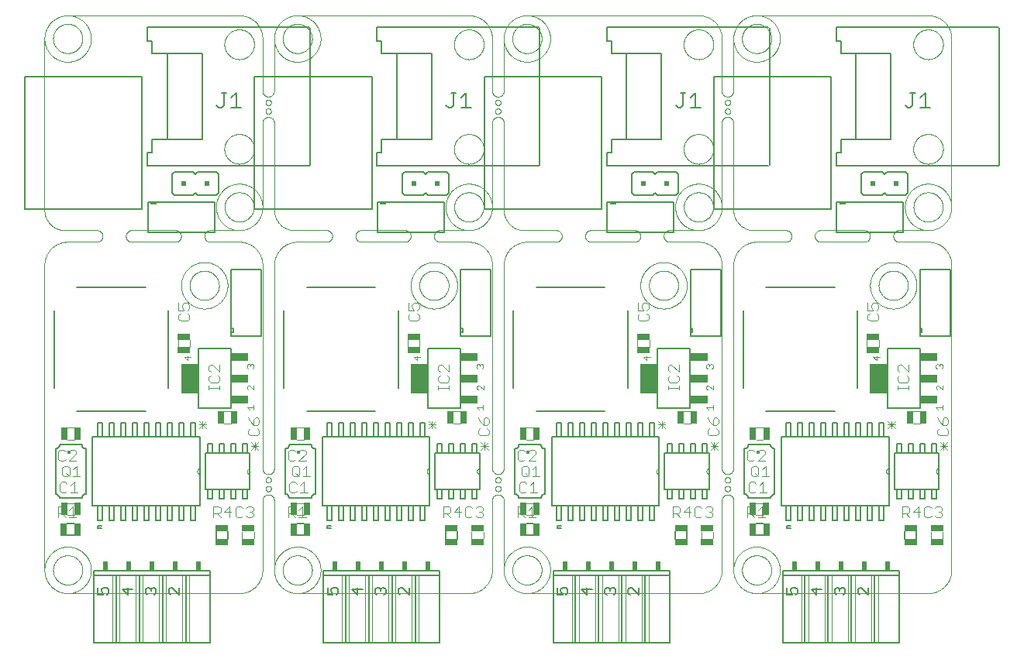
<source format=gto>
G75*
%MOIN*%
%OFA0B0*%
%FSLAX25Y25*%
%IPPOS*%
%LPD*%
%AMOC8*
5,1,8,0,0,1.08239X$1,22.5*
%
%ADD10C,0.00000*%
%ADD11C,0.00400*%
%ADD12C,0.00600*%
%ADD13R,0.02953X0.05709*%
%ADD14R,0.05709X0.02953*%
%ADD15C,0.00800*%
%ADD16R,0.07300X0.12600*%
%ADD17R,0.07300X0.03400*%
%ADD18C,0.01433*%
%ADD19C,0.00300*%
%ADD20C,0.00500*%
%ADD21R,0.02400X0.02400*%
%ADD22R,0.05512X0.02559*%
%ADD23C,0.00200*%
%ADD24R,0.02000X0.04000*%
%ADD25R,0.02559X0.05512*%
D10*
X0046345Y0032550D02*
X0046345Y0163800D01*
X0046348Y0164042D01*
X0046357Y0164283D01*
X0046371Y0164524D01*
X0046392Y0164765D01*
X0046418Y0165005D01*
X0046450Y0165245D01*
X0046488Y0165484D01*
X0046531Y0165721D01*
X0046581Y0165958D01*
X0046636Y0166193D01*
X0046696Y0166427D01*
X0046763Y0166659D01*
X0046834Y0166890D01*
X0046912Y0167119D01*
X0046995Y0167346D01*
X0047083Y0167571D01*
X0047177Y0167794D01*
X0047276Y0168014D01*
X0047381Y0168232D01*
X0047490Y0168447D01*
X0047605Y0168660D01*
X0047725Y0168870D01*
X0047850Y0169076D01*
X0047980Y0169280D01*
X0048115Y0169481D01*
X0048255Y0169678D01*
X0048399Y0169872D01*
X0048548Y0170062D01*
X0048702Y0170248D01*
X0048860Y0170431D01*
X0049022Y0170610D01*
X0049189Y0170785D01*
X0049360Y0170956D01*
X0049535Y0171123D01*
X0049714Y0171285D01*
X0049897Y0171443D01*
X0050083Y0171597D01*
X0050273Y0171746D01*
X0050467Y0171890D01*
X0050664Y0172030D01*
X0050865Y0172165D01*
X0051069Y0172295D01*
X0051275Y0172420D01*
X0051485Y0172540D01*
X0051698Y0172655D01*
X0051913Y0172764D01*
X0052131Y0172869D01*
X0052351Y0172968D01*
X0052574Y0173062D01*
X0052799Y0173150D01*
X0053026Y0173233D01*
X0053255Y0173311D01*
X0053486Y0173382D01*
X0053718Y0173449D01*
X0053952Y0173509D01*
X0054187Y0173564D01*
X0054424Y0173614D01*
X0054661Y0173657D01*
X0054900Y0173695D01*
X0055140Y0173727D01*
X0055380Y0173753D01*
X0055621Y0173774D01*
X0055862Y0173788D01*
X0056103Y0173797D01*
X0056345Y0173800D01*
X0068845Y0173800D01*
X0071345Y0176300D02*
X0071343Y0176398D01*
X0071337Y0176496D01*
X0071328Y0176594D01*
X0071314Y0176691D01*
X0071297Y0176788D01*
X0071276Y0176884D01*
X0071251Y0176979D01*
X0071223Y0177073D01*
X0071190Y0177165D01*
X0071155Y0177257D01*
X0071115Y0177347D01*
X0071073Y0177435D01*
X0071026Y0177522D01*
X0070977Y0177606D01*
X0070924Y0177689D01*
X0070868Y0177769D01*
X0070808Y0177848D01*
X0070746Y0177924D01*
X0070681Y0177997D01*
X0070613Y0178068D01*
X0070542Y0178136D01*
X0070469Y0178201D01*
X0070393Y0178263D01*
X0070314Y0178323D01*
X0070234Y0178379D01*
X0070151Y0178432D01*
X0070067Y0178481D01*
X0069980Y0178528D01*
X0069892Y0178570D01*
X0069802Y0178610D01*
X0069710Y0178645D01*
X0069618Y0178678D01*
X0069524Y0178706D01*
X0069429Y0178731D01*
X0069333Y0178752D01*
X0069236Y0178769D01*
X0069139Y0178783D01*
X0069041Y0178792D01*
X0068943Y0178798D01*
X0068845Y0178800D01*
X0055095Y0178800D01*
X0054884Y0178803D01*
X0054672Y0178810D01*
X0054461Y0178823D01*
X0054251Y0178841D01*
X0054040Y0178864D01*
X0053831Y0178892D01*
X0053622Y0178925D01*
X0053414Y0178963D01*
X0053207Y0179006D01*
X0053001Y0179054D01*
X0052796Y0179107D01*
X0052593Y0179165D01*
X0052391Y0179228D01*
X0052191Y0179296D01*
X0051992Y0179369D01*
X0051795Y0179446D01*
X0051601Y0179528D01*
X0051408Y0179615D01*
X0051217Y0179706D01*
X0051029Y0179802D01*
X0050843Y0179903D01*
X0050659Y0180008D01*
X0050478Y0180117D01*
X0050300Y0180231D01*
X0050124Y0180349D01*
X0049952Y0180471D01*
X0049782Y0180597D01*
X0049616Y0180728D01*
X0049453Y0180862D01*
X0049293Y0181001D01*
X0049136Y0181143D01*
X0048983Y0181289D01*
X0048834Y0181438D01*
X0048688Y0181591D01*
X0048546Y0181748D01*
X0048407Y0181908D01*
X0048273Y0182071D01*
X0048142Y0182237D01*
X0048016Y0182407D01*
X0047894Y0182579D01*
X0047776Y0182755D01*
X0047662Y0182933D01*
X0047553Y0183114D01*
X0047448Y0183298D01*
X0047347Y0183484D01*
X0047251Y0183672D01*
X0047160Y0183863D01*
X0047073Y0184056D01*
X0046991Y0184250D01*
X0046914Y0184447D01*
X0046841Y0184646D01*
X0046773Y0184846D01*
X0046710Y0185048D01*
X0046652Y0185251D01*
X0046599Y0185456D01*
X0046551Y0185662D01*
X0046508Y0185869D01*
X0046470Y0186077D01*
X0046437Y0186286D01*
X0046409Y0186495D01*
X0046386Y0186706D01*
X0046368Y0186916D01*
X0046355Y0187127D01*
X0046348Y0187339D01*
X0046345Y0187550D01*
X0046345Y0261300D01*
X0046348Y0261058D01*
X0046357Y0260817D01*
X0046371Y0260576D01*
X0046392Y0260335D01*
X0046418Y0260095D01*
X0046450Y0259855D01*
X0046488Y0259616D01*
X0046531Y0259379D01*
X0046581Y0259142D01*
X0046636Y0258907D01*
X0046696Y0258673D01*
X0046763Y0258441D01*
X0046834Y0258210D01*
X0046912Y0257981D01*
X0046995Y0257754D01*
X0047083Y0257529D01*
X0047177Y0257306D01*
X0047276Y0257086D01*
X0047381Y0256868D01*
X0047490Y0256653D01*
X0047605Y0256440D01*
X0047725Y0256230D01*
X0047850Y0256024D01*
X0047980Y0255820D01*
X0048115Y0255619D01*
X0048255Y0255422D01*
X0048399Y0255228D01*
X0048548Y0255038D01*
X0048702Y0254852D01*
X0048860Y0254669D01*
X0049022Y0254490D01*
X0049189Y0254315D01*
X0049360Y0254144D01*
X0049535Y0253977D01*
X0049714Y0253815D01*
X0049897Y0253657D01*
X0050083Y0253503D01*
X0050273Y0253354D01*
X0050467Y0253210D01*
X0050664Y0253070D01*
X0050865Y0252935D01*
X0051069Y0252805D01*
X0051275Y0252680D01*
X0051485Y0252560D01*
X0051698Y0252445D01*
X0051913Y0252336D01*
X0052131Y0252231D01*
X0052351Y0252132D01*
X0052574Y0252038D01*
X0052799Y0251950D01*
X0053026Y0251867D01*
X0053255Y0251789D01*
X0053486Y0251718D01*
X0053718Y0251651D01*
X0053952Y0251591D01*
X0054187Y0251536D01*
X0054424Y0251486D01*
X0054661Y0251443D01*
X0054900Y0251405D01*
X0055140Y0251373D01*
X0055380Y0251347D01*
X0055621Y0251326D01*
X0055862Y0251312D01*
X0056103Y0251303D01*
X0056345Y0251300D01*
X0056587Y0251303D01*
X0056828Y0251312D01*
X0057069Y0251326D01*
X0057310Y0251347D01*
X0057550Y0251373D01*
X0057790Y0251405D01*
X0058029Y0251443D01*
X0058266Y0251486D01*
X0058503Y0251536D01*
X0058738Y0251591D01*
X0058972Y0251651D01*
X0059204Y0251718D01*
X0059435Y0251789D01*
X0059664Y0251867D01*
X0059891Y0251950D01*
X0060116Y0252038D01*
X0060339Y0252132D01*
X0060559Y0252231D01*
X0060777Y0252336D01*
X0060992Y0252445D01*
X0061205Y0252560D01*
X0061415Y0252680D01*
X0061621Y0252805D01*
X0061825Y0252935D01*
X0062026Y0253070D01*
X0062223Y0253210D01*
X0062417Y0253354D01*
X0062607Y0253503D01*
X0062793Y0253657D01*
X0062976Y0253815D01*
X0063155Y0253977D01*
X0063330Y0254144D01*
X0063501Y0254315D01*
X0063668Y0254490D01*
X0063830Y0254669D01*
X0063988Y0254852D01*
X0064142Y0255038D01*
X0064291Y0255228D01*
X0064435Y0255422D01*
X0064575Y0255619D01*
X0064710Y0255820D01*
X0064840Y0256024D01*
X0064965Y0256230D01*
X0065085Y0256440D01*
X0065200Y0256653D01*
X0065309Y0256868D01*
X0065414Y0257086D01*
X0065513Y0257306D01*
X0065607Y0257529D01*
X0065695Y0257754D01*
X0065778Y0257981D01*
X0065856Y0258210D01*
X0065927Y0258441D01*
X0065994Y0258673D01*
X0066054Y0258907D01*
X0066109Y0259142D01*
X0066159Y0259379D01*
X0066202Y0259616D01*
X0066240Y0259855D01*
X0066272Y0260095D01*
X0066298Y0260335D01*
X0066319Y0260576D01*
X0066333Y0260817D01*
X0066342Y0261058D01*
X0066345Y0261300D01*
X0066342Y0261542D01*
X0066333Y0261783D01*
X0066319Y0262024D01*
X0066298Y0262265D01*
X0066272Y0262505D01*
X0066240Y0262745D01*
X0066202Y0262984D01*
X0066159Y0263221D01*
X0066109Y0263458D01*
X0066054Y0263693D01*
X0065994Y0263927D01*
X0065927Y0264159D01*
X0065856Y0264390D01*
X0065778Y0264619D01*
X0065695Y0264846D01*
X0065607Y0265071D01*
X0065513Y0265294D01*
X0065414Y0265514D01*
X0065309Y0265732D01*
X0065200Y0265947D01*
X0065085Y0266160D01*
X0064965Y0266370D01*
X0064840Y0266576D01*
X0064710Y0266780D01*
X0064575Y0266981D01*
X0064435Y0267178D01*
X0064291Y0267372D01*
X0064142Y0267562D01*
X0063988Y0267748D01*
X0063830Y0267931D01*
X0063668Y0268110D01*
X0063501Y0268285D01*
X0063330Y0268456D01*
X0063155Y0268623D01*
X0062976Y0268785D01*
X0062793Y0268943D01*
X0062607Y0269097D01*
X0062417Y0269246D01*
X0062223Y0269390D01*
X0062026Y0269530D01*
X0061825Y0269665D01*
X0061621Y0269795D01*
X0061415Y0269920D01*
X0061205Y0270040D01*
X0060992Y0270155D01*
X0060777Y0270264D01*
X0060559Y0270369D01*
X0060339Y0270468D01*
X0060116Y0270562D01*
X0059891Y0270650D01*
X0059664Y0270733D01*
X0059435Y0270811D01*
X0059204Y0270882D01*
X0058972Y0270949D01*
X0058738Y0271009D01*
X0058503Y0271064D01*
X0058266Y0271114D01*
X0058029Y0271157D01*
X0057790Y0271195D01*
X0057550Y0271227D01*
X0057310Y0271253D01*
X0057069Y0271274D01*
X0056828Y0271288D01*
X0056587Y0271297D01*
X0056345Y0271300D01*
X0130095Y0271300D01*
X0130337Y0271297D01*
X0130578Y0271288D01*
X0130819Y0271274D01*
X0131060Y0271253D01*
X0131300Y0271227D01*
X0131540Y0271195D01*
X0131779Y0271157D01*
X0132016Y0271114D01*
X0132253Y0271064D01*
X0132488Y0271009D01*
X0132722Y0270949D01*
X0132954Y0270882D01*
X0133185Y0270811D01*
X0133414Y0270733D01*
X0133641Y0270650D01*
X0133866Y0270562D01*
X0134089Y0270468D01*
X0134309Y0270369D01*
X0134527Y0270264D01*
X0134742Y0270155D01*
X0134955Y0270040D01*
X0135165Y0269920D01*
X0135371Y0269795D01*
X0135575Y0269665D01*
X0135776Y0269530D01*
X0135973Y0269390D01*
X0136167Y0269246D01*
X0136357Y0269097D01*
X0136543Y0268943D01*
X0136726Y0268785D01*
X0136905Y0268623D01*
X0137080Y0268456D01*
X0137251Y0268285D01*
X0137418Y0268110D01*
X0137580Y0267931D01*
X0137738Y0267748D01*
X0137892Y0267562D01*
X0138041Y0267372D01*
X0138185Y0267178D01*
X0138325Y0266981D01*
X0138460Y0266780D01*
X0138590Y0266576D01*
X0138715Y0266370D01*
X0138835Y0266160D01*
X0138950Y0265947D01*
X0139059Y0265732D01*
X0139164Y0265514D01*
X0139263Y0265294D01*
X0139357Y0265071D01*
X0139445Y0264846D01*
X0139528Y0264619D01*
X0139606Y0264390D01*
X0139677Y0264159D01*
X0139744Y0263927D01*
X0139804Y0263693D01*
X0139859Y0263458D01*
X0139909Y0263221D01*
X0139952Y0262984D01*
X0139990Y0262745D01*
X0140022Y0262505D01*
X0140048Y0262265D01*
X0140069Y0262024D01*
X0140083Y0261783D01*
X0140092Y0261542D01*
X0140095Y0261300D01*
X0140095Y0238800D01*
X0142595Y0236300D02*
X0142693Y0236302D01*
X0142791Y0236308D01*
X0142889Y0236317D01*
X0142986Y0236331D01*
X0143083Y0236348D01*
X0143179Y0236369D01*
X0143274Y0236394D01*
X0143368Y0236422D01*
X0143460Y0236455D01*
X0143552Y0236490D01*
X0143642Y0236530D01*
X0143730Y0236572D01*
X0143817Y0236619D01*
X0143901Y0236668D01*
X0143984Y0236721D01*
X0144064Y0236777D01*
X0144143Y0236837D01*
X0144219Y0236899D01*
X0144292Y0236964D01*
X0144363Y0237032D01*
X0144431Y0237103D01*
X0144496Y0237176D01*
X0144558Y0237252D01*
X0144618Y0237331D01*
X0144674Y0237411D01*
X0144727Y0237494D01*
X0144776Y0237578D01*
X0144823Y0237665D01*
X0144865Y0237753D01*
X0144905Y0237843D01*
X0144940Y0237935D01*
X0144973Y0238027D01*
X0145001Y0238121D01*
X0145026Y0238216D01*
X0145047Y0238312D01*
X0145064Y0238409D01*
X0145078Y0238506D01*
X0145087Y0238604D01*
X0145093Y0238702D01*
X0145095Y0238800D01*
X0145095Y0261300D01*
X0145098Y0261058D01*
X0145107Y0260817D01*
X0145121Y0260576D01*
X0145142Y0260335D01*
X0145168Y0260095D01*
X0145200Y0259855D01*
X0145238Y0259616D01*
X0145281Y0259379D01*
X0145331Y0259142D01*
X0145386Y0258907D01*
X0145446Y0258673D01*
X0145513Y0258441D01*
X0145584Y0258210D01*
X0145662Y0257981D01*
X0145745Y0257754D01*
X0145833Y0257529D01*
X0145927Y0257306D01*
X0146026Y0257086D01*
X0146131Y0256868D01*
X0146240Y0256653D01*
X0146355Y0256440D01*
X0146475Y0256230D01*
X0146600Y0256024D01*
X0146730Y0255820D01*
X0146865Y0255619D01*
X0147005Y0255422D01*
X0147149Y0255228D01*
X0147298Y0255038D01*
X0147452Y0254852D01*
X0147610Y0254669D01*
X0147772Y0254490D01*
X0147939Y0254315D01*
X0148110Y0254144D01*
X0148285Y0253977D01*
X0148464Y0253815D01*
X0148647Y0253657D01*
X0148833Y0253503D01*
X0149023Y0253354D01*
X0149217Y0253210D01*
X0149414Y0253070D01*
X0149615Y0252935D01*
X0149819Y0252805D01*
X0150025Y0252680D01*
X0150235Y0252560D01*
X0150448Y0252445D01*
X0150663Y0252336D01*
X0150881Y0252231D01*
X0151101Y0252132D01*
X0151324Y0252038D01*
X0151549Y0251950D01*
X0151776Y0251867D01*
X0152005Y0251789D01*
X0152236Y0251718D01*
X0152468Y0251651D01*
X0152702Y0251591D01*
X0152937Y0251536D01*
X0153174Y0251486D01*
X0153411Y0251443D01*
X0153650Y0251405D01*
X0153890Y0251373D01*
X0154130Y0251347D01*
X0154371Y0251326D01*
X0154612Y0251312D01*
X0154853Y0251303D01*
X0155095Y0251300D01*
X0155337Y0251303D01*
X0155578Y0251312D01*
X0155819Y0251326D01*
X0156060Y0251347D01*
X0156300Y0251373D01*
X0156540Y0251405D01*
X0156779Y0251443D01*
X0157016Y0251486D01*
X0157253Y0251536D01*
X0157488Y0251591D01*
X0157722Y0251651D01*
X0157954Y0251718D01*
X0158185Y0251789D01*
X0158414Y0251867D01*
X0158641Y0251950D01*
X0158866Y0252038D01*
X0159089Y0252132D01*
X0159309Y0252231D01*
X0159527Y0252336D01*
X0159742Y0252445D01*
X0159955Y0252560D01*
X0160165Y0252680D01*
X0160371Y0252805D01*
X0160575Y0252935D01*
X0160776Y0253070D01*
X0160973Y0253210D01*
X0161167Y0253354D01*
X0161357Y0253503D01*
X0161543Y0253657D01*
X0161726Y0253815D01*
X0161905Y0253977D01*
X0162080Y0254144D01*
X0162251Y0254315D01*
X0162418Y0254490D01*
X0162580Y0254669D01*
X0162738Y0254852D01*
X0162892Y0255038D01*
X0163041Y0255228D01*
X0163185Y0255422D01*
X0163325Y0255619D01*
X0163460Y0255820D01*
X0163590Y0256024D01*
X0163715Y0256230D01*
X0163835Y0256440D01*
X0163950Y0256653D01*
X0164059Y0256868D01*
X0164164Y0257086D01*
X0164263Y0257306D01*
X0164357Y0257529D01*
X0164445Y0257754D01*
X0164528Y0257981D01*
X0164606Y0258210D01*
X0164677Y0258441D01*
X0164744Y0258673D01*
X0164804Y0258907D01*
X0164859Y0259142D01*
X0164909Y0259379D01*
X0164952Y0259616D01*
X0164990Y0259855D01*
X0165022Y0260095D01*
X0165048Y0260335D01*
X0165069Y0260576D01*
X0165083Y0260817D01*
X0165092Y0261058D01*
X0165095Y0261300D01*
X0165092Y0261542D01*
X0165083Y0261783D01*
X0165069Y0262024D01*
X0165048Y0262265D01*
X0165022Y0262505D01*
X0164990Y0262745D01*
X0164952Y0262984D01*
X0164909Y0263221D01*
X0164859Y0263458D01*
X0164804Y0263693D01*
X0164744Y0263927D01*
X0164677Y0264159D01*
X0164606Y0264390D01*
X0164528Y0264619D01*
X0164445Y0264846D01*
X0164357Y0265071D01*
X0164263Y0265294D01*
X0164164Y0265514D01*
X0164059Y0265732D01*
X0163950Y0265947D01*
X0163835Y0266160D01*
X0163715Y0266370D01*
X0163590Y0266576D01*
X0163460Y0266780D01*
X0163325Y0266981D01*
X0163185Y0267178D01*
X0163041Y0267372D01*
X0162892Y0267562D01*
X0162738Y0267748D01*
X0162580Y0267931D01*
X0162418Y0268110D01*
X0162251Y0268285D01*
X0162080Y0268456D01*
X0161905Y0268623D01*
X0161726Y0268785D01*
X0161543Y0268943D01*
X0161357Y0269097D01*
X0161167Y0269246D01*
X0160973Y0269390D01*
X0160776Y0269530D01*
X0160575Y0269665D01*
X0160371Y0269795D01*
X0160165Y0269920D01*
X0159955Y0270040D01*
X0159742Y0270155D01*
X0159527Y0270264D01*
X0159309Y0270369D01*
X0159089Y0270468D01*
X0158866Y0270562D01*
X0158641Y0270650D01*
X0158414Y0270733D01*
X0158185Y0270811D01*
X0157954Y0270882D01*
X0157722Y0270949D01*
X0157488Y0271009D01*
X0157253Y0271064D01*
X0157016Y0271114D01*
X0156779Y0271157D01*
X0156540Y0271195D01*
X0156300Y0271227D01*
X0156060Y0271253D01*
X0155819Y0271274D01*
X0155578Y0271288D01*
X0155337Y0271297D01*
X0155095Y0271300D01*
X0228845Y0271300D01*
X0229087Y0271297D01*
X0229328Y0271288D01*
X0229569Y0271274D01*
X0229810Y0271253D01*
X0230050Y0271227D01*
X0230290Y0271195D01*
X0230529Y0271157D01*
X0230766Y0271114D01*
X0231003Y0271064D01*
X0231238Y0271009D01*
X0231472Y0270949D01*
X0231704Y0270882D01*
X0231935Y0270811D01*
X0232164Y0270733D01*
X0232391Y0270650D01*
X0232616Y0270562D01*
X0232839Y0270468D01*
X0233059Y0270369D01*
X0233277Y0270264D01*
X0233492Y0270155D01*
X0233705Y0270040D01*
X0233915Y0269920D01*
X0234121Y0269795D01*
X0234325Y0269665D01*
X0234526Y0269530D01*
X0234723Y0269390D01*
X0234917Y0269246D01*
X0235107Y0269097D01*
X0235293Y0268943D01*
X0235476Y0268785D01*
X0235655Y0268623D01*
X0235830Y0268456D01*
X0236001Y0268285D01*
X0236168Y0268110D01*
X0236330Y0267931D01*
X0236488Y0267748D01*
X0236642Y0267562D01*
X0236791Y0267372D01*
X0236935Y0267178D01*
X0237075Y0266981D01*
X0237210Y0266780D01*
X0237340Y0266576D01*
X0237465Y0266370D01*
X0237585Y0266160D01*
X0237700Y0265947D01*
X0237809Y0265732D01*
X0237914Y0265514D01*
X0238013Y0265294D01*
X0238107Y0265071D01*
X0238195Y0264846D01*
X0238278Y0264619D01*
X0238356Y0264390D01*
X0238427Y0264159D01*
X0238494Y0263927D01*
X0238554Y0263693D01*
X0238609Y0263458D01*
X0238659Y0263221D01*
X0238702Y0262984D01*
X0238740Y0262745D01*
X0238772Y0262505D01*
X0238798Y0262265D01*
X0238819Y0262024D01*
X0238833Y0261783D01*
X0238842Y0261542D01*
X0238845Y0261300D01*
X0238845Y0238800D01*
X0241345Y0236300D02*
X0241443Y0236302D01*
X0241541Y0236308D01*
X0241639Y0236317D01*
X0241736Y0236331D01*
X0241833Y0236348D01*
X0241929Y0236369D01*
X0242024Y0236394D01*
X0242118Y0236422D01*
X0242210Y0236455D01*
X0242302Y0236490D01*
X0242392Y0236530D01*
X0242480Y0236572D01*
X0242567Y0236619D01*
X0242651Y0236668D01*
X0242734Y0236721D01*
X0242814Y0236777D01*
X0242893Y0236837D01*
X0242969Y0236899D01*
X0243042Y0236964D01*
X0243113Y0237032D01*
X0243181Y0237103D01*
X0243246Y0237176D01*
X0243308Y0237252D01*
X0243368Y0237331D01*
X0243424Y0237411D01*
X0243477Y0237494D01*
X0243526Y0237578D01*
X0243573Y0237665D01*
X0243615Y0237753D01*
X0243655Y0237843D01*
X0243690Y0237935D01*
X0243723Y0238027D01*
X0243751Y0238121D01*
X0243776Y0238216D01*
X0243797Y0238312D01*
X0243814Y0238409D01*
X0243828Y0238506D01*
X0243837Y0238604D01*
X0243843Y0238702D01*
X0243845Y0238800D01*
X0243845Y0261300D01*
X0243848Y0261058D01*
X0243857Y0260817D01*
X0243871Y0260576D01*
X0243892Y0260335D01*
X0243918Y0260095D01*
X0243950Y0259855D01*
X0243988Y0259616D01*
X0244031Y0259379D01*
X0244081Y0259142D01*
X0244136Y0258907D01*
X0244196Y0258673D01*
X0244263Y0258441D01*
X0244334Y0258210D01*
X0244412Y0257981D01*
X0244495Y0257754D01*
X0244583Y0257529D01*
X0244677Y0257306D01*
X0244776Y0257086D01*
X0244881Y0256868D01*
X0244990Y0256653D01*
X0245105Y0256440D01*
X0245225Y0256230D01*
X0245350Y0256024D01*
X0245480Y0255820D01*
X0245615Y0255619D01*
X0245755Y0255422D01*
X0245899Y0255228D01*
X0246048Y0255038D01*
X0246202Y0254852D01*
X0246360Y0254669D01*
X0246522Y0254490D01*
X0246689Y0254315D01*
X0246860Y0254144D01*
X0247035Y0253977D01*
X0247214Y0253815D01*
X0247397Y0253657D01*
X0247583Y0253503D01*
X0247773Y0253354D01*
X0247967Y0253210D01*
X0248164Y0253070D01*
X0248365Y0252935D01*
X0248569Y0252805D01*
X0248775Y0252680D01*
X0248985Y0252560D01*
X0249198Y0252445D01*
X0249413Y0252336D01*
X0249631Y0252231D01*
X0249851Y0252132D01*
X0250074Y0252038D01*
X0250299Y0251950D01*
X0250526Y0251867D01*
X0250755Y0251789D01*
X0250986Y0251718D01*
X0251218Y0251651D01*
X0251452Y0251591D01*
X0251687Y0251536D01*
X0251924Y0251486D01*
X0252161Y0251443D01*
X0252400Y0251405D01*
X0252640Y0251373D01*
X0252880Y0251347D01*
X0253121Y0251326D01*
X0253362Y0251312D01*
X0253603Y0251303D01*
X0253845Y0251300D01*
X0254087Y0251303D01*
X0254328Y0251312D01*
X0254569Y0251326D01*
X0254810Y0251347D01*
X0255050Y0251373D01*
X0255290Y0251405D01*
X0255529Y0251443D01*
X0255766Y0251486D01*
X0256003Y0251536D01*
X0256238Y0251591D01*
X0256472Y0251651D01*
X0256704Y0251718D01*
X0256935Y0251789D01*
X0257164Y0251867D01*
X0257391Y0251950D01*
X0257616Y0252038D01*
X0257839Y0252132D01*
X0258059Y0252231D01*
X0258277Y0252336D01*
X0258492Y0252445D01*
X0258705Y0252560D01*
X0258915Y0252680D01*
X0259121Y0252805D01*
X0259325Y0252935D01*
X0259526Y0253070D01*
X0259723Y0253210D01*
X0259917Y0253354D01*
X0260107Y0253503D01*
X0260293Y0253657D01*
X0260476Y0253815D01*
X0260655Y0253977D01*
X0260830Y0254144D01*
X0261001Y0254315D01*
X0261168Y0254490D01*
X0261330Y0254669D01*
X0261488Y0254852D01*
X0261642Y0255038D01*
X0261791Y0255228D01*
X0261935Y0255422D01*
X0262075Y0255619D01*
X0262210Y0255820D01*
X0262340Y0256024D01*
X0262465Y0256230D01*
X0262585Y0256440D01*
X0262700Y0256653D01*
X0262809Y0256868D01*
X0262914Y0257086D01*
X0263013Y0257306D01*
X0263107Y0257529D01*
X0263195Y0257754D01*
X0263278Y0257981D01*
X0263356Y0258210D01*
X0263427Y0258441D01*
X0263494Y0258673D01*
X0263554Y0258907D01*
X0263609Y0259142D01*
X0263659Y0259379D01*
X0263702Y0259616D01*
X0263740Y0259855D01*
X0263772Y0260095D01*
X0263798Y0260335D01*
X0263819Y0260576D01*
X0263833Y0260817D01*
X0263842Y0261058D01*
X0263845Y0261300D01*
X0263842Y0261542D01*
X0263833Y0261783D01*
X0263819Y0262024D01*
X0263798Y0262265D01*
X0263772Y0262505D01*
X0263740Y0262745D01*
X0263702Y0262984D01*
X0263659Y0263221D01*
X0263609Y0263458D01*
X0263554Y0263693D01*
X0263494Y0263927D01*
X0263427Y0264159D01*
X0263356Y0264390D01*
X0263278Y0264619D01*
X0263195Y0264846D01*
X0263107Y0265071D01*
X0263013Y0265294D01*
X0262914Y0265514D01*
X0262809Y0265732D01*
X0262700Y0265947D01*
X0262585Y0266160D01*
X0262465Y0266370D01*
X0262340Y0266576D01*
X0262210Y0266780D01*
X0262075Y0266981D01*
X0261935Y0267178D01*
X0261791Y0267372D01*
X0261642Y0267562D01*
X0261488Y0267748D01*
X0261330Y0267931D01*
X0261168Y0268110D01*
X0261001Y0268285D01*
X0260830Y0268456D01*
X0260655Y0268623D01*
X0260476Y0268785D01*
X0260293Y0268943D01*
X0260107Y0269097D01*
X0259917Y0269246D01*
X0259723Y0269390D01*
X0259526Y0269530D01*
X0259325Y0269665D01*
X0259121Y0269795D01*
X0258915Y0269920D01*
X0258705Y0270040D01*
X0258492Y0270155D01*
X0258277Y0270264D01*
X0258059Y0270369D01*
X0257839Y0270468D01*
X0257616Y0270562D01*
X0257391Y0270650D01*
X0257164Y0270733D01*
X0256935Y0270811D01*
X0256704Y0270882D01*
X0256472Y0270949D01*
X0256238Y0271009D01*
X0256003Y0271064D01*
X0255766Y0271114D01*
X0255529Y0271157D01*
X0255290Y0271195D01*
X0255050Y0271227D01*
X0254810Y0271253D01*
X0254569Y0271274D01*
X0254328Y0271288D01*
X0254087Y0271297D01*
X0253845Y0271300D01*
X0327595Y0271300D01*
X0327837Y0271297D01*
X0328078Y0271288D01*
X0328319Y0271274D01*
X0328560Y0271253D01*
X0328800Y0271227D01*
X0329040Y0271195D01*
X0329279Y0271157D01*
X0329516Y0271114D01*
X0329753Y0271064D01*
X0329988Y0271009D01*
X0330222Y0270949D01*
X0330454Y0270882D01*
X0330685Y0270811D01*
X0330914Y0270733D01*
X0331141Y0270650D01*
X0331366Y0270562D01*
X0331589Y0270468D01*
X0331809Y0270369D01*
X0332027Y0270264D01*
X0332242Y0270155D01*
X0332455Y0270040D01*
X0332665Y0269920D01*
X0332871Y0269795D01*
X0333075Y0269665D01*
X0333276Y0269530D01*
X0333473Y0269390D01*
X0333667Y0269246D01*
X0333857Y0269097D01*
X0334043Y0268943D01*
X0334226Y0268785D01*
X0334405Y0268623D01*
X0334580Y0268456D01*
X0334751Y0268285D01*
X0334918Y0268110D01*
X0335080Y0267931D01*
X0335238Y0267748D01*
X0335392Y0267562D01*
X0335541Y0267372D01*
X0335685Y0267178D01*
X0335825Y0266981D01*
X0335960Y0266780D01*
X0336090Y0266576D01*
X0336215Y0266370D01*
X0336335Y0266160D01*
X0336450Y0265947D01*
X0336559Y0265732D01*
X0336664Y0265514D01*
X0336763Y0265294D01*
X0336857Y0265071D01*
X0336945Y0264846D01*
X0337028Y0264619D01*
X0337106Y0264390D01*
X0337177Y0264159D01*
X0337244Y0263927D01*
X0337304Y0263693D01*
X0337359Y0263458D01*
X0337409Y0263221D01*
X0337452Y0262984D01*
X0337490Y0262745D01*
X0337522Y0262505D01*
X0337548Y0262265D01*
X0337569Y0262024D01*
X0337583Y0261783D01*
X0337592Y0261542D01*
X0337595Y0261300D01*
X0337595Y0238800D01*
X0340095Y0236300D02*
X0340193Y0236302D01*
X0340291Y0236308D01*
X0340389Y0236317D01*
X0340486Y0236331D01*
X0340583Y0236348D01*
X0340679Y0236369D01*
X0340774Y0236394D01*
X0340868Y0236422D01*
X0340960Y0236455D01*
X0341052Y0236490D01*
X0341142Y0236530D01*
X0341230Y0236572D01*
X0341317Y0236619D01*
X0341401Y0236668D01*
X0341484Y0236721D01*
X0341564Y0236777D01*
X0341643Y0236837D01*
X0341719Y0236899D01*
X0341792Y0236964D01*
X0341863Y0237032D01*
X0341931Y0237103D01*
X0341996Y0237176D01*
X0342058Y0237252D01*
X0342118Y0237331D01*
X0342174Y0237411D01*
X0342227Y0237494D01*
X0342276Y0237578D01*
X0342323Y0237665D01*
X0342365Y0237753D01*
X0342405Y0237843D01*
X0342440Y0237935D01*
X0342473Y0238027D01*
X0342501Y0238121D01*
X0342526Y0238216D01*
X0342547Y0238312D01*
X0342564Y0238409D01*
X0342578Y0238506D01*
X0342587Y0238604D01*
X0342593Y0238702D01*
X0342595Y0238800D01*
X0342595Y0261300D01*
X0342598Y0261058D01*
X0342607Y0260817D01*
X0342621Y0260576D01*
X0342642Y0260335D01*
X0342668Y0260095D01*
X0342700Y0259855D01*
X0342738Y0259616D01*
X0342781Y0259379D01*
X0342831Y0259142D01*
X0342886Y0258907D01*
X0342946Y0258673D01*
X0343013Y0258441D01*
X0343084Y0258210D01*
X0343162Y0257981D01*
X0343245Y0257754D01*
X0343333Y0257529D01*
X0343427Y0257306D01*
X0343526Y0257086D01*
X0343631Y0256868D01*
X0343740Y0256653D01*
X0343855Y0256440D01*
X0343975Y0256230D01*
X0344100Y0256024D01*
X0344230Y0255820D01*
X0344365Y0255619D01*
X0344505Y0255422D01*
X0344649Y0255228D01*
X0344798Y0255038D01*
X0344952Y0254852D01*
X0345110Y0254669D01*
X0345272Y0254490D01*
X0345439Y0254315D01*
X0345610Y0254144D01*
X0345785Y0253977D01*
X0345964Y0253815D01*
X0346147Y0253657D01*
X0346333Y0253503D01*
X0346523Y0253354D01*
X0346717Y0253210D01*
X0346914Y0253070D01*
X0347115Y0252935D01*
X0347319Y0252805D01*
X0347525Y0252680D01*
X0347735Y0252560D01*
X0347948Y0252445D01*
X0348163Y0252336D01*
X0348381Y0252231D01*
X0348601Y0252132D01*
X0348824Y0252038D01*
X0349049Y0251950D01*
X0349276Y0251867D01*
X0349505Y0251789D01*
X0349736Y0251718D01*
X0349968Y0251651D01*
X0350202Y0251591D01*
X0350437Y0251536D01*
X0350674Y0251486D01*
X0350911Y0251443D01*
X0351150Y0251405D01*
X0351390Y0251373D01*
X0351630Y0251347D01*
X0351871Y0251326D01*
X0352112Y0251312D01*
X0352353Y0251303D01*
X0352595Y0251300D01*
X0352837Y0251303D01*
X0353078Y0251312D01*
X0353319Y0251326D01*
X0353560Y0251347D01*
X0353800Y0251373D01*
X0354040Y0251405D01*
X0354279Y0251443D01*
X0354516Y0251486D01*
X0354753Y0251536D01*
X0354988Y0251591D01*
X0355222Y0251651D01*
X0355454Y0251718D01*
X0355685Y0251789D01*
X0355914Y0251867D01*
X0356141Y0251950D01*
X0356366Y0252038D01*
X0356589Y0252132D01*
X0356809Y0252231D01*
X0357027Y0252336D01*
X0357242Y0252445D01*
X0357455Y0252560D01*
X0357665Y0252680D01*
X0357871Y0252805D01*
X0358075Y0252935D01*
X0358276Y0253070D01*
X0358473Y0253210D01*
X0358667Y0253354D01*
X0358857Y0253503D01*
X0359043Y0253657D01*
X0359226Y0253815D01*
X0359405Y0253977D01*
X0359580Y0254144D01*
X0359751Y0254315D01*
X0359918Y0254490D01*
X0360080Y0254669D01*
X0360238Y0254852D01*
X0360392Y0255038D01*
X0360541Y0255228D01*
X0360685Y0255422D01*
X0360825Y0255619D01*
X0360960Y0255820D01*
X0361090Y0256024D01*
X0361215Y0256230D01*
X0361335Y0256440D01*
X0361450Y0256653D01*
X0361559Y0256868D01*
X0361664Y0257086D01*
X0361763Y0257306D01*
X0361857Y0257529D01*
X0361945Y0257754D01*
X0362028Y0257981D01*
X0362106Y0258210D01*
X0362177Y0258441D01*
X0362244Y0258673D01*
X0362304Y0258907D01*
X0362359Y0259142D01*
X0362409Y0259379D01*
X0362452Y0259616D01*
X0362490Y0259855D01*
X0362522Y0260095D01*
X0362548Y0260335D01*
X0362569Y0260576D01*
X0362583Y0260817D01*
X0362592Y0261058D01*
X0362595Y0261300D01*
X0362592Y0261542D01*
X0362583Y0261783D01*
X0362569Y0262024D01*
X0362548Y0262265D01*
X0362522Y0262505D01*
X0362490Y0262745D01*
X0362452Y0262984D01*
X0362409Y0263221D01*
X0362359Y0263458D01*
X0362304Y0263693D01*
X0362244Y0263927D01*
X0362177Y0264159D01*
X0362106Y0264390D01*
X0362028Y0264619D01*
X0361945Y0264846D01*
X0361857Y0265071D01*
X0361763Y0265294D01*
X0361664Y0265514D01*
X0361559Y0265732D01*
X0361450Y0265947D01*
X0361335Y0266160D01*
X0361215Y0266370D01*
X0361090Y0266576D01*
X0360960Y0266780D01*
X0360825Y0266981D01*
X0360685Y0267178D01*
X0360541Y0267372D01*
X0360392Y0267562D01*
X0360238Y0267748D01*
X0360080Y0267931D01*
X0359918Y0268110D01*
X0359751Y0268285D01*
X0359580Y0268456D01*
X0359405Y0268623D01*
X0359226Y0268785D01*
X0359043Y0268943D01*
X0358857Y0269097D01*
X0358667Y0269246D01*
X0358473Y0269390D01*
X0358276Y0269530D01*
X0358075Y0269665D01*
X0357871Y0269795D01*
X0357665Y0269920D01*
X0357455Y0270040D01*
X0357242Y0270155D01*
X0357027Y0270264D01*
X0356809Y0270369D01*
X0356589Y0270468D01*
X0356366Y0270562D01*
X0356141Y0270650D01*
X0355914Y0270733D01*
X0355685Y0270811D01*
X0355454Y0270882D01*
X0355222Y0270949D01*
X0354988Y0271009D01*
X0354753Y0271064D01*
X0354516Y0271114D01*
X0354279Y0271157D01*
X0354040Y0271195D01*
X0353800Y0271227D01*
X0353560Y0271253D01*
X0353319Y0271274D01*
X0353078Y0271288D01*
X0352837Y0271297D01*
X0352595Y0271300D01*
X0426345Y0271300D01*
X0426587Y0271297D01*
X0426828Y0271288D01*
X0427069Y0271274D01*
X0427310Y0271253D01*
X0427550Y0271227D01*
X0427790Y0271195D01*
X0428029Y0271157D01*
X0428266Y0271114D01*
X0428503Y0271064D01*
X0428738Y0271009D01*
X0428972Y0270949D01*
X0429204Y0270882D01*
X0429435Y0270811D01*
X0429664Y0270733D01*
X0429891Y0270650D01*
X0430116Y0270562D01*
X0430339Y0270468D01*
X0430559Y0270369D01*
X0430777Y0270264D01*
X0430992Y0270155D01*
X0431205Y0270040D01*
X0431415Y0269920D01*
X0431621Y0269795D01*
X0431825Y0269665D01*
X0432026Y0269530D01*
X0432223Y0269390D01*
X0432417Y0269246D01*
X0432607Y0269097D01*
X0432793Y0268943D01*
X0432976Y0268785D01*
X0433155Y0268623D01*
X0433330Y0268456D01*
X0433501Y0268285D01*
X0433668Y0268110D01*
X0433830Y0267931D01*
X0433988Y0267748D01*
X0434142Y0267562D01*
X0434291Y0267372D01*
X0434435Y0267178D01*
X0434575Y0266981D01*
X0434710Y0266780D01*
X0434840Y0266576D01*
X0434965Y0266370D01*
X0435085Y0266160D01*
X0435200Y0265947D01*
X0435309Y0265732D01*
X0435414Y0265514D01*
X0435513Y0265294D01*
X0435607Y0265071D01*
X0435695Y0264846D01*
X0435778Y0264619D01*
X0435856Y0264390D01*
X0435927Y0264159D01*
X0435994Y0263927D01*
X0436054Y0263693D01*
X0436109Y0263458D01*
X0436159Y0263221D01*
X0436202Y0262984D01*
X0436240Y0262745D01*
X0436272Y0262505D01*
X0436298Y0262265D01*
X0436319Y0262024D01*
X0436333Y0261783D01*
X0436342Y0261542D01*
X0436345Y0261300D01*
X0436345Y0188800D01*
X0436342Y0189042D01*
X0436333Y0189283D01*
X0436319Y0189524D01*
X0436298Y0189765D01*
X0436272Y0190005D01*
X0436240Y0190245D01*
X0436202Y0190484D01*
X0436159Y0190721D01*
X0436109Y0190958D01*
X0436054Y0191193D01*
X0435994Y0191427D01*
X0435927Y0191659D01*
X0435856Y0191890D01*
X0435778Y0192119D01*
X0435695Y0192346D01*
X0435607Y0192571D01*
X0435513Y0192794D01*
X0435414Y0193014D01*
X0435309Y0193232D01*
X0435200Y0193447D01*
X0435085Y0193660D01*
X0434965Y0193870D01*
X0434840Y0194076D01*
X0434710Y0194280D01*
X0434575Y0194481D01*
X0434435Y0194678D01*
X0434291Y0194872D01*
X0434142Y0195062D01*
X0433988Y0195248D01*
X0433830Y0195431D01*
X0433668Y0195610D01*
X0433501Y0195785D01*
X0433330Y0195956D01*
X0433155Y0196123D01*
X0432976Y0196285D01*
X0432793Y0196443D01*
X0432607Y0196597D01*
X0432417Y0196746D01*
X0432223Y0196890D01*
X0432026Y0197030D01*
X0431825Y0197165D01*
X0431621Y0197295D01*
X0431415Y0197420D01*
X0431205Y0197540D01*
X0430992Y0197655D01*
X0430777Y0197764D01*
X0430559Y0197869D01*
X0430339Y0197968D01*
X0430116Y0198062D01*
X0429891Y0198150D01*
X0429664Y0198233D01*
X0429435Y0198311D01*
X0429204Y0198382D01*
X0428972Y0198449D01*
X0428738Y0198509D01*
X0428503Y0198564D01*
X0428266Y0198614D01*
X0428029Y0198657D01*
X0427790Y0198695D01*
X0427550Y0198727D01*
X0427310Y0198753D01*
X0427069Y0198774D01*
X0426828Y0198788D01*
X0426587Y0198797D01*
X0426345Y0198800D01*
X0426103Y0198797D01*
X0425862Y0198788D01*
X0425621Y0198774D01*
X0425380Y0198753D01*
X0425140Y0198727D01*
X0424900Y0198695D01*
X0424661Y0198657D01*
X0424424Y0198614D01*
X0424187Y0198564D01*
X0423952Y0198509D01*
X0423718Y0198449D01*
X0423486Y0198382D01*
X0423255Y0198311D01*
X0423026Y0198233D01*
X0422799Y0198150D01*
X0422574Y0198062D01*
X0422351Y0197968D01*
X0422131Y0197869D01*
X0421913Y0197764D01*
X0421698Y0197655D01*
X0421485Y0197540D01*
X0421275Y0197420D01*
X0421069Y0197295D01*
X0420865Y0197165D01*
X0420664Y0197030D01*
X0420467Y0196890D01*
X0420273Y0196746D01*
X0420083Y0196597D01*
X0419897Y0196443D01*
X0419714Y0196285D01*
X0419535Y0196123D01*
X0419360Y0195956D01*
X0419189Y0195785D01*
X0419022Y0195610D01*
X0418860Y0195431D01*
X0418702Y0195248D01*
X0418548Y0195062D01*
X0418399Y0194872D01*
X0418255Y0194678D01*
X0418115Y0194481D01*
X0417980Y0194280D01*
X0417850Y0194076D01*
X0417725Y0193870D01*
X0417605Y0193660D01*
X0417490Y0193447D01*
X0417381Y0193232D01*
X0417276Y0193014D01*
X0417177Y0192794D01*
X0417083Y0192571D01*
X0416995Y0192346D01*
X0416912Y0192119D01*
X0416834Y0191890D01*
X0416763Y0191659D01*
X0416696Y0191427D01*
X0416636Y0191193D01*
X0416581Y0190958D01*
X0416531Y0190721D01*
X0416488Y0190484D01*
X0416450Y0190245D01*
X0416418Y0190005D01*
X0416392Y0189765D01*
X0416371Y0189524D01*
X0416357Y0189283D01*
X0416348Y0189042D01*
X0416345Y0188800D01*
X0416348Y0188558D01*
X0416357Y0188317D01*
X0416371Y0188076D01*
X0416392Y0187835D01*
X0416418Y0187595D01*
X0416450Y0187355D01*
X0416488Y0187116D01*
X0416531Y0186879D01*
X0416581Y0186642D01*
X0416636Y0186407D01*
X0416696Y0186173D01*
X0416763Y0185941D01*
X0416834Y0185710D01*
X0416912Y0185481D01*
X0416995Y0185254D01*
X0417083Y0185029D01*
X0417177Y0184806D01*
X0417276Y0184586D01*
X0417381Y0184368D01*
X0417490Y0184153D01*
X0417605Y0183940D01*
X0417725Y0183730D01*
X0417850Y0183524D01*
X0417980Y0183320D01*
X0418115Y0183119D01*
X0418255Y0182922D01*
X0418399Y0182728D01*
X0418548Y0182538D01*
X0418702Y0182352D01*
X0418860Y0182169D01*
X0419022Y0181990D01*
X0419189Y0181815D01*
X0419360Y0181644D01*
X0419535Y0181477D01*
X0419714Y0181315D01*
X0419897Y0181157D01*
X0420083Y0181003D01*
X0420273Y0180854D01*
X0420467Y0180710D01*
X0420664Y0180570D01*
X0420865Y0180435D01*
X0421069Y0180305D01*
X0421275Y0180180D01*
X0421485Y0180060D01*
X0421698Y0179945D01*
X0421913Y0179836D01*
X0422131Y0179731D01*
X0422351Y0179632D01*
X0422574Y0179538D01*
X0422799Y0179450D01*
X0423026Y0179367D01*
X0423255Y0179289D01*
X0423486Y0179218D01*
X0423718Y0179151D01*
X0423952Y0179091D01*
X0424187Y0179036D01*
X0424424Y0178986D01*
X0424661Y0178943D01*
X0424900Y0178905D01*
X0425140Y0178873D01*
X0425380Y0178847D01*
X0425621Y0178826D01*
X0425862Y0178812D01*
X0426103Y0178803D01*
X0426345Y0178800D01*
X0413845Y0178800D01*
X0413747Y0178798D01*
X0413649Y0178792D01*
X0413551Y0178783D01*
X0413454Y0178769D01*
X0413357Y0178752D01*
X0413261Y0178731D01*
X0413166Y0178706D01*
X0413072Y0178678D01*
X0412980Y0178645D01*
X0412888Y0178610D01*
X0412798Y0178570D01*
X0412710Y0178528D01*
X0412623Y0178481D01*
X0412539Y0178432D01*
X0412456Y0178379D01*
X0412376Y0178323D01*
X0412297Y0178263D01*
X0412221Y0178201D01*
X0412148Y0178136D01*
X0412077Y0178068D01*
X0412009Y0177997D01*
X0411944Y0177924D01*
X0411882Y0177848D01*
X0411822Y0177769D01*
X0411766Y0177689D01*
X0411713Y0177606D01*
X0411664Y0177522D01*
X0411617Y0177435D01*
X0411575Y0177347D01*
X0411535Y0177257D01*
X0411500Y0177165D01*
X0411467Y0177073D01*
X0411439Y0176979D01*
X0411414Y0176884D01*
X0411393Y0176788D01*
X0411376Y0176691D01*
X0411362Y0176594D01*
X0411353Y0176496D01*
X0411347Y0176398D01*
X0411345Y0176300D01*
X0411347Y0176202D01*
X0411353Y0176104D01*
X0411362Y0176006D01*
X0411376Y0175909D01*
X0411393Y0175812D01*
X0411414Y0175716D01*
X0411439Y0175621D01*
X0411467Y0175527D01*
X0411500Y0175435D01*
X0411535Y0175343D01*
X0411575Y0175253D01*
X0411617Y0175165D01*
X0411664Y0175078D01*
X0411713Y0174994D01*
X0411766Y0174911D01*
X0411822Y0174831D01*
X0411882Y0174752D01*
X0411944Y0174676D01*
X0412009Y0174603D01*
X0412077Y0174532D01*
X0412148Y0174464D01*
X0412221Y0174399D01*
X0412297Y0174337D01*
X0412376Y0174277D01*
X0412456Y0174221D01*
X0412539Y0174168D01*
X0412623Y0174119D01*
X0412710Y0174072D01*
X0412798Y0174030D01*
X0412888Y0173990D01*
X0412980Y0173955D01*
X0413072Y0173922D01*
X0413166Y0173894D01*
X0413261Y0173869D01*
X0413357Y0173848D01*
X0413454Y0173831D01*
X0413551Y0173817D01*
X0413649Y0173808D01*
X0413747Y0173802D01*
X0413845Y0173800D01*
X0426345Y0173800D01*
X0426587Y0173797D01*
X0426828Y0173788D01*
X0427069Y0173774D01*
X0427310Y0173753D01*
X0427550Y0173727D01*
X0427790Y0173695D01*
X0428029Y0173657D01*
X0428266Y0173614D01*
X0428503Y0173564D01*
X0428738Y0173509D01*
X0428972Y0173449D01*
X0429204Y0173382D01*
X0429435Y0173311D01*
X0429664Y0173233D01*
X0429891Y0173150D01*
X0430116Y0173062D01*
X0430339Y0172968D01*
X0430559Y0172869D01*
X0430777Y0172764D01*
X0430992Y0172655D01*
X0431205Y0172540D01*
X0431415Y0172420D01*
X0431621Y0172295D01*
X0431825Y0172165D01*
X0432026Y0172030D01*
X0432223Y0171890D01*
X0432417Y0171746D01*
X0432607Y0171597D01*
X0432793Y0171443D01*
X0432976Y0171285D01*
X0433155Y0171123D01*
X0433330Y0170956D01*
X0433501Y0170785D01*
X0433668Y0170610D01*
X0433830Y0170431D01*
X0433988Y0170248D01*
X0434142Y0170062D01*
X0434291Y0169872D01*
X0434435Y0169678D01*
X0434575Y0169481D01*
X0434710Y0169280D01*
X0434840Y0169076D01*
X0434965Y0168870D01*
X0435085Y0168660D01*
X0435200Y0168447D01*
X0435309Y0168232D01*
X0435414Y0168014D01*
X0435513Y0167794D01*
X0435607Y0167571D01*
X0435695Y0167346D01*
X0435778Y0167119D01*
X0435856Y0166890D01*
X0435927Y0166659D01*
X0435994Y0166427D01*
X0436054Y0166193D01*
X0436109Y0165958D01*
X0436159Y0165721D01*
X0436202Y0165484D01*
X0436240Y0165245D01*
X0436272Y0165005D01*
X0436298Y0164765D01*
X0436319Y0164524D01*
X0436333Y0164283D01*
X0436342Y0164042D01*
X0436345Y0163800D01*
X0436345Y0032550D01*
X0436342Y0032308D01*
X0436333Y0032067D01*
X0436319Y0031826D01*
X0436298Y0031585D01*
X0436272Y0031345D01*
X0436240Y0031105D01*
X0436202Y0030866D01*
X0436159Y0030629D01*
X0436109Y0030392D01*
X0436054Y0030157D01*
X0435994Y0029923D01*
X0435927Y0029691D01*
X0435856Y0029460D01*
X0435778Y0029231D01*
X0435695Y0029004D01*
X0435607Y0028779D01*
X0435513Y0028556D01*
X0435414Y0028336D01*
X0435309Y0028118D01*
X0435200Y0027903D01*
X0435085Y0027690D01*
X0434965Y0027480D01*
X0434840Y0027274D01*
X0434710Y0027070D01*
X0434575Y0026869D01*
X0434435Y0026672D01*
X0434291Y0026478D01*
X0434142Y0026288D01*
X0433988Y0026102D01*
X0433830Y0025919D01*
X0433668Y0025740D01*
X0433501Y0025565D01*
X0433330Y0025394D01*
X0433155Y0025227D01*
X0432976Y0025065D01*
X0432793Y0024907D01*
X0432607Y0024753D01*
X0432417Y0024604D01*
X0432223Y0024460D01*
X0432026Y0024320D01*
X0431825Y0024185D01*
X0431621Y0024055D01*
X0431415Y0023930D01*
X0431205Y0023810D01*
X0430992Y0023695D01*
X0430777Y0023586D01*
X0430559Y0023481D01*
X0430339Y0023382D01*
X0430116Y0023288D01*
X0429891Y0023200D01*
X0429664Y0023117D01*
X0429435Y0023039D01*
X0429204Y0022968D01*
X0428972Y0022901D01*
X0428738Y0022841D01*
X0428503Y0022786D01*
X0428266Y0022736D01*
X0428029Y0022693D01*
X0427790Y0022655D01*
X0427550Y0022623D01*
X0427310Y0022597D01*
X0427069Y0022576D01*
X0426828Y0022562D01*
X0426587Y0022553D01*
X0426345Y0022550D01*
X0352595Y0022550D01*
X0352837Y0022553D01*
X0353078Y0022562D01*
X0353319Y0022576D01*
X0353560Y0022597D01*
X0353800Y0022623D01*
X0354040Y0022655D01*
X0354279Y0022693D01*
X0354516Y0022736D01*
X0354753Y0022786D01*
X0354988Y0022841D01*
X0355222Y0022901D01*
X0355454Y0022968D01*
X0355685Y0023039D01*
X0355914Y0023117D01*
X0356141Y0023200D01*
X0356366Y0023288D01*
X0356589Y0023382D01*
X0356809Y0023481D01*
X0357027Y0023586D01*
X0357242Y0023695D01*
X0357455Y0023810D01*
X0357665Y0023930D01*
X0357871Y0024055D01*
X0358075Y0024185D01*
X0358276Y0024320D01*
X0358473Y0024460D01*
X0358667Y0024604D01*
X0358857Y0024753D01*
X0359043Y0024907D01*
X0359226Y0025065D01*
X0359405Y0025227D01*
X0359580Y0025394D01*
X0359751Y0025565D01*
X0359918Y0025740D01*
X0360080Y0025919D01*
X0360238Y0026102D01*
X0360392Y0026288D01*
X0360541Y0026478D01*
X0360685Y0026672D01*
X0360825Y0026869D01*
X0360960Y0027070D01*
X0361090Y0027274D01*
X0361215Y0027480D01*
X0361335Y0027690D01*
X0361450Y0027903D01*
X0361559Y0028118D01*
X0361664Y0028336D01*
X0361763Y0028556D01*
X0361857Y0028779D01*
X0361945Y0029004D01*
X0362028Y0029231D01*
X0362106Y0029460D01*
X0362177Y0029691D01*
X0362244Y0029923D01*
X0362304Y0030157D01*
X0362359Y0030392D01*
X0362409Y0030629D01*
X0362452Y0030866D01*
X0362490Y0031105D01*
X0362522Y0031345D01*
X0362548Y0031585D01*
X0362569Y0031826D01*
X0362583Y0032067D01*
X0362592Y0032308D01*
X0362595Y0032550D01*
X0362592Y0032792D01*
X0362583Y0033033D01*
X0362569Y0033274D01*
X0362548Y0033515D01*
X0362522Y0033755D01*
X0362490Y0033995D01*
X0362452Y0034234D01*
X0362409Y0034471D01*
X0362359Y0034708D01*
X0362304Y0034943D01*
X0362244Y0035177D01*
X0362177Y0035409D01*
X0362106Y0035640D01*
X0362028Y0035869D01*
X0361945Y0036096D01*
X0361857Y0036321D01*
X0361763Y0036544D01*
X0361664Y0036764D01*
X0361559Y0036982D01*
X0361450Y0037197D01*
X0361335Y0037410D01*
X0361215Y0037620D01*
X0361090Y0037826D01*
X0360960Y0038030D01*
X0360825Y0038231D01*
X0360685Y0038428D01*
X0360541Y0038622D01*
X0360392Y0038812D01*
X0360238Y0038998D01*
X0360080Y0039181D01*
X0359918Y0039360D01*
X0359751Y0039535D01*
X0359580Y0039706D01*
X0359405Y0039873D01*
X0359226Y0040035D01*
X0359043Y0040193D01*
X0358857Y0040347D01*
X0358667Y0040496D01*
X0358473Y0040640D01*
X0358276Y0040780D01*
X0358075Y0040915D01*
X0357871Y0041045D01*
X0357665Y0041170D01*
X0357455Y0041290D01*
X0357242Y0041405D01*
X0357027Y0041514D01*
X0356809Y0041619D01*
X0356589Y0041718D01*
X0356366Y0041812D01*
X0356141Y0041900D01*
X0355914Y0041983D01*
X0355685Y0042061D01*
X0355454Y0042132D01*
X0355222Y0042199D01*
X0354988Y0042259D01*
X0354753Y0042314D01*
X0354516Y0042364D01*
X0354279Y0042407D01*
X0354040Y0042445D01*
X0353800Y0042477D01*
X0353560Y0042503D01*
X0353319Y0042524D01*
X0353078Y0042538D01*
X0352837Y0042547D01*
X0352595Y0042550D01*
X0352353Y0042547D01*
X0352112Y0042538D01*
X0351871Y0042524D01*
X0351630Y0042503D01*
X0351390Y0042477D01*
X0351150Y0042445D01*
X0350911Y0042407D01*
X0350674Y0042364D01*
X0350437Y0042314D01*
X0350202Y0042259D01*
X0349968Y0042199D01*
X0349736Y0042132D01*
X0349505Y0042061D01*
X0349276Y0041983D01*
X0349049Y0041900D01*
X0348824Y0041812D01*
X0348601Y0041718D01*
X0348381Y0041619D01*
X0348163Y0041514D01*
X0347948Y0041405D01*
X0347735Y0041290D01*
X0347525Y0041170D01*
X0347319Y0041045D01*
X0347115Y0040915D01*
X0346914Y0040780D01*
X0346717Y0040640D01*
X0346523Y0040496D01*
X0346333Y0040347D01*
X0346147Y0040193D01*
X0345964Y0040035D01*
X0345785Y0039873D01*
X0345610Y0039706D01*
X0345439Y0039535D01*
X0345272Y0039360D01*
X0345110Y0039181D01*
X0344952Y0038998D01*
X0344798Y0038812D01*
X0344649Y0038622D01*
X0344505Y0038428D01*
X0344365Y0038231D01*
X0344230Y0038030D01*
X0344100Y0037826D01*
X0343975Y0037620D01*
X0343855Y0037410D01*
X0343740Y0037197D01*
X0343631Y0036982D01*
X0343526Y0036764D01*
X0343427Y0036544D01*
X0343333Y0036321D01*
X0343245Y0036096D01*
X0343162Y0035869D01*
X0343084Y0035640D01*
X0343013Y0035409D01*
X0342946Y0035177D01*
X0342886Y0034943D01*
X0342831Y0034708D01*
X0342781Y0034471D01*
X0342738Y0034234D01*
X0342700Y0033995D01*
X0342668Y0033755D01*
X0342642Y0033515D01*
X0342621Y0033274D01*
X0342607Y0033033D01*
X0342598Y0032792D01*
X0342595Y0032550D01*
X0342595Y0062550D01*
X0342593Y0062648D01*
X0342587Y0062746D01*
X0342578Y0062844D01*
X0342564Y0062941D01*
X0342547Y0063038D01*
X0342526Y0063134D01*
X0342501Y0063229D01*
X0342473Y0063323D01*
X0342440Y0063415D01*
X0342405Y0063507D01*
X0342365Y0063597D01*
X0342323Y0063685D01*
X0342276Y0063772D01*
X0342227Y0063856D01*
X0342174Y0063939D01*
X0342118Y0064019D01*
X0342058Y0064098D01*
X0341996Y0064174D01*
X0341931Y0064247D01*
X0341863Y0064318D01*
X0341792Y0064386D01*
X0341719Y0064451D01*
X0341643Y0064513D01*
X0341564Y0064573D01*
X0341484Y0064629D01*
X0341401Y0064682D01*
X0341317Y0064731D01*
X0341230Y0064778D01*
X0341142Y0064820D01*
X0341052Y0064860D01*
X0340960Y0064895D01*
X0340868Y0064928D01*
X0340774Y0064956D01*
X0340679Y0064981D01*
X0340583Y0065002D01*
X0340486Y0065019D01*
X0340389Y0065033D01*
X0340291Y0065042D01*
X0340193Y0065048D01*
X0340095Y0065050D01*
X0339997Y0065048D01*
X0339899Y0065042D01*
X0339801Y0065033D01*
X0339704Y0065019D01*
X0339607Y0065002D01*
X0339511Y0064981D01*
X0339416Y0064956D01*
X0339322Y0064928D01*
X0339230Y0064895D01*
X0339138Y0064860D01*
X0339048Y0064820D01*
X0338960Y0064778D01*
X0338873Y0064731D01*
X0338789Y0064682D01*
X0338706Y0064629D01*
X0338626Y0064573D01*
X0338547Y0064513D01*
X0338471Y0064451D01*
X0338398Y0064386D01*
X0338327Y0064318D01*
X0338259Y0064247D01*
X0338194Y0064174D01*
X0338132Y0064098D01*
X0338072Y0064019D01*
X0338016Y0063939D01*
X0337963Y0063856D01*
X0337914Y0063772D01*
X0337867Y0063685D01*
X0337825Y0063597D01*
X0337785Y0063507D01*
X0337750Y0063415D01*
X0337717Y0063323D01*
X0337689Y0063229D01*
X0337664Y0063134D01*
X0337643Y0063038D01*
X0337626Y0062941D01*
X0337612Y0062844D01*
X0337603Y0062746D01*
X0337597Y0062648D01*
X0337595Y0062550D01*
X0337595Y0032550D01*
X0337592Y0032308D01*
X0337583Y0032067D01*
X0337569Y0031826D01*
X0337548Y0031585D01*
X0337522Y0031345D01*
X0337490Y0031105D01*
X0337452Y0030866D01*
X0337409Y0030629D01*
X0337359Y0030392D01*
X0337304Y0030157D01*
X0337244Y0029923D01*
X0337177Y0029691D01*
X0337106Y0029460D01*
X0337028Y0029231D01*
X0336945Y0029004D01*
X0336857Y0028779D01*
X0336763Y0028556D01*
X0336664Y0028336D01*
X0336559Y0028118D01*
X0336450Y0027903D01*
X0336335Y0027690D01*
X0336215Y0027480D01*
X0336090Y0027274D01*
X0335960Y0027070D01*
X0335825Y0026869D01*
X0335685Y0026672D01*
X0335541Y0026478D01*
X0335392Y0026288D01*
X0335238Y0026102D01*
X0335080Y0025919D01*
X0334918Y0025740D01*
X0334751Y0025565D01*
X0334580Y0025394D01*
X0334405Y0025227D01*
X0334226Y0025065D01*
X0334043Y0024907D01*
X0333857Y0024753D01*
X0333667Y0024604D01*
X0333473Y0024460D01*
X0333276Y0024320D01*
X0333075Y0024185D01*
X0332871Y0024055D01*
X0332665Y0023930D01*
X0332455Y0023810D01*
X0332242Y0023695D01*
X0332027Y0023586D01*
X0331809Y0023481D01*
X0331589Y0023382D01*
X0331366Y0023288D01*
X0331141Y0023200D01*
X0330914Y0023117D01*
X0330685Y0023039D01*
X0330454Y0022968D01*
X0330222Y0022901D01*
X0329988Y0022841D01*
X0329753Y0022786D01*
X0329516Y0022736D01*
X0329279Y0022693D01*
X0329040Y0022655D01*
X0328800Y0022623D01*
X0328560Y0022597D01*
X0328319Y0022576D01*
X0328078Y0022562D01*
X0327837Y0022553D01*
X0327595Y0022550D01*
X0253845Y0022550D01*
X0254087Y0022553D01*
X0254328Y0022562D01*
X0254569Y0022576D01*
X0254810Y0022597D01*
X0255050Y0022623D01*
X0255290Y0022655D01*
X0255529Y0022693D01*
X0255766Y0022736D01*
X0256003Y0022786D01*
X0256238Y0022841D01*
X0256472Y0022901D01*
X0256704Y0022968D01*
X0256935Y0023039D01*
X0257164Y0023117D01*
X0257391Y0023200D01*
X0257616Y0023288D01*
X0257839Y0023382D01*
X0258059Y0023481D01*
X0258277Y0023586D01*
X0258492Y0023695D01*
X0258705Y0023810D01*
X0258915Y0023930D01*
X0259121Y0024055D01*
X0259325Y0024185D01*
X0259526Y0024320D01*
X0259723Y0024460D01*
X0259917Y0024604D01*
X0260107Y0024753D01*
X0260293Y0024907D01*
X0260476Y0025065D01*
X0260655Y0025227D01*
X0260830Y0025394D01*
X0261001Y0025565D01*
X0261168Y0025740D01*
X0261330Y0025919D01*
X0261488Y0026102D01*
X0261642Y0026288D01*
X0261791Y0026478D01*
X0261935Y0026672D01*
X0262075Y0026869D01*
X0262210Y0027070D01*
X0262340Y0027274D01*
X0262465Y0027480D01*
X0262585Y0027690D01*
X0262700Y0027903D01*
X0262809Y0028118D01*
X0262914Y0028336D01*
X0263013Y0028556D01*
X0263107Y0028779D01*
X0263195Y0029004D01*
X0263278Y0029231D01*
X0263356Y0029460D01*
X0263427Y0029691D01*
X0263494Y0029923D01*
X0263554Y0030157D01*
X0263609Y0030392D01*
X0263659Y0030629D01*
X0263702Y0030866D01*
X0263740Y0031105D01*
X0263772Y0031345D01*
X0263798Y0031585D01*
X0263819Y0031826D01*
X0263833Y0032067D01*
X0263842Y0032308D01*
X0263845Y0032550D01*
X0263842Y0032792D01*
X0263833Y0033033D01*
X0263819Y0033274D01*
X0263798Y0033515D01*
X0263772Y0033755D01*
X0263740Y0033995D01*
X0263702Y0034234D01*
X0263659Y0034471D01*
X0263609Y0034708D01*
X0263554Y0034943D01*
X0263494Y0035177D01*
X0263427Y0035409D01*
X0263356Y0035640D01*
X0263278Y0035869D01*
X0263195Y0036096D01*
X0263107Y0036321D01*
X0263013Y0036544D01*
X0262914Y0036764D01*
X0262809Y0036982D01*
X0262700Y0037197D01*
X0262585Y0037410D01*
X0262465Y0037620D01*
X0262340Y0037826D01*
X0262210Y0038030D01*
X0262075Y0038231D01*
X0261935Y0038428D01*
X0261791Y0038622D01*
X0261642Y0038812D01*
X0261488Y0038998D01*
X0261330Y0039181D01*
X0261168Y0039360D01*
X0261001Y0039535D01*
X0260830Y0039706D01*
X0260655Y0039873D01*
X0260476Y0040035D01*
X0260293Y0040193D01*
X0260107Y0040347D01*
X0259917Y0040496D01*
X0259723Y0040640D01*
X0259526Y0040780D01*
X0259325Y0040915D01*
X0259121Y0041045D01*
X0258915Y0041170D01*
X0258705Y0041290D01*
X0258492Y0041405D01*
X0258277Y0041514D01*
X0258059Y0041619D01*
X0257839Y0041718D01*
X0257616Y0041812D01*
X0257391Y0041900D01*
X0257164Y0041983D01*
X0256935Y0042061D01*
X0256704Y0042132D01*
X0256472Y0042199D01*
X0256238Y0042259D01*
X0256003Y0042314D01*
X0255766Y0042364D01*
X0255529Y0042407D01*
X0255290Y0042445D01*
X0255050Y0042477D01*
X0254810Y0042503D01*
X0254569Y0042524D01*
X0254328Y0042538D01*
X0254087Y0042547D01*
X0253845Y0042550D01*
X0253603Y0042547D01*
X0253362Y0042538D01*
X0253121Y0042524D01*
X0252880Y0042503D01*
X0252640Y0042477D01*
X0252400Y0042445D01*
X0252161Y0042407D01*
X0251924Y0042364D01*
X0251687Y0042314D01*
X0251452Y0042259D01*
X0251218Y0042199D01*
X0250986Y0042132D01*
X0250755Y0042061D01*
X0250526Y0041983D01*
X0250299Y0041900D01*
X0250074Y0041812D01*
X0249851Y0041718D01*
X0249631Y0041619D01*
X0249413Y0041514D01*
X0249198Y0041405D01*
X0248985Y0041290D01*
X0248775Y0041170D01*
X0248569Y0041045D01*
X0248365Y0040915D01*
X0248164Y0040780D01*
X0247967Y0040640D01*
X0247773Y0040496D01*
X0247583Y0040347D01*
X0247397Y0040193D01*
X0247214Y0040035D01*
X0247035Y0039873D01*
X0246860Y0039706D01*
X0246689Y0039535D01*
X0246522Y0039360D01*
X0246360Y0039181D01*
X0246202Y0038998D01*
X0246048Y0038812D01*
X0245899Y0038622D01*
X0245755Y0038428D01*
X0245615Y0038231D01*
X0245480Y0038030D01*
X0245350Y0037826D01*
X0245225Y0037620D01*
X0245105Y0037410D01*
X0244990Y0037197D01*
X0244881Y0036982D01*
X0244776Y0036764D01*
X0244677Y0036544D01*
X0244583Y0036321D01*
X0244495Y0036096D01*
X0244412Y0035869D01*
X0244334Y0035640D01*
X0244263Y0035409D01*
X0244196Y0035177D01*
X0244136Y0034943D01*
X0244081Y0034708D01*
X0244031Y0034471D01*
X0243988Y0034234D01*
X0243950Y0033995D01*
X0243918Y0033755D01*
X0243892Y0033515D01*
X0243871Y0033274D01*
X0243857Y0033033D01*
X0243848Y0032792D01*
X0243845Y0032550D01*
X0243845Y0062550D01*
X0243843Y0062648D01*
X0243837Y0062746D01*
X0243828Y0062844D01*
X0243814Y0062941D01*
X0243797Y0063038D01*
X0243776Y0063134D01*
X0243751Y0063229D01*
X0243723Y0063323D01*
X0243690Y0063415D01*
X0243655Y0063507D01*
X0243615Y0063597D01*
X0243573Y0063685D01*
X0243526Y0063772D01*
X0243477Y0063856D01*
X0243424Y0063939D01*
X0243368Y0064019D01*
X0243308Y0064098D01*
X0243246Y0064174D01*
X0243181Y0064247D01*
X0243113Y0064318D01*
X0243042Y0064386D01*
X0242969Y0064451D01*
X0242893Y0064513D01*
X0242814Y0064573D01*
X0242734Y0064629D01*
X0242651Y0064682D01*
X0242567Y0064731D01*
X0242480Y0064778D01*
X0242392Y0064820D01*
X0242302Y0064860D01*
X0242210Y0064895D01*
X0242118Y0064928D01*
X0242024Y0064956D01*
X0241929Y0064981D01*
X0241833Y0065002D01*
X0241736Y0065019D01*
X0241639Y0065033D01*
X0241541Y0065042D01*
X0241443Y0065048D01*
X0241345Y0065050D01*
X0241247Y0065048D01*
X0241149Y0065042D01*
X0241051Y0065033D01*
X0240954Y0065019D01*
X0240857Y0065002D01*
X0240761Y0064981D01*
X0240666Y0064956D01*
X0240572Y0064928D01*
X0240480Y0064895D01*
X0240388Y0064860D01*
X0240298Y0064820D01*
X0240210Y0064778D01*
X0240123Y0064731D01*
X0240039Y0064682D01*
X0239956Y0064629D01*
X0239876Y0064573D01*
X0239797Y0064513D01*
X0239721Y0064451D01*
X0239648Y0064386D01*
X0239577Y0064318D01*
X0239509Y0064247D01*
X0239444Y0064174D01*
X0239382Y0064098D01*
X0239322Y0064019D01*
X0239266Y0063939D01*
X0239213Y0063856D01*
X0239164Y0063772D01*
X0239117Y0063685D01*
X0239075Y0063597D01*
X0239035Y0063507D01*
X0239000Y0063415D01*
X0238967Y0063323D01*
X0238939Y0063229D01*
X0238914Y0063134D01*
X0238893Y0063038D01*
X0238876Y0062941D01*
X0238862Y0062844D01*
X0238853Y0062746D01*
X0238847Y0062648D01*
X0238845Y0062550D01*
X0238845Y0032550D01*
X0238842Y0032308D01*
X0238833Y0032067D01*
X0238819Y0031826D01*
X0238798Y0031585D01*
X0238772Y0031345D01*
X0238740Y0031105D01*
X0238702Y0030866D01*
X0238659Y0030629D01*
X0238609Y0030392D01*
X0238554Y0030157D01*
X0238494Y0029923D01*
X0238427Y0029691D01*
X0238356Y0029460D01*
X0238278Y0029231D01*
X0238195Y0029004D01*
X0238107Y0028779D01*
X0238013Y0028556D01*
X0237914Y0028336D01*
X0237809Y0028118D01*
X0237700Y0027903D01*
X0237585Y0027690D01*
X0237465Y0027480D01*
X0237340Y0027274D01*
X0237210Y0027070D01*
X0237075Y0026869D01*
X0236935Y0026672D01*
X0236791Y0026478D01*
X0236642Y0026288D01*
X0236488Y0026102D01*
X0236330Y0025919D01*
X0236168Y0025740D01*
X0236001Y0025565D01*
X0235830Y0025394D01*
X0235655Y0025227D01*
X0235476Y0025065D01*
X0235293Y0024907D01*
X0235107Y0024753D01*
X0234917Y0024604D01*
X0234723Y0024460D01*
X0234526Y0024320D01*
X0234325Y0024185D01*
X0234121Y0024055D01*
X0233915Y0023930D01*
X0233705Y0023810D01*
X0233492Y0023695D01*
X0233277Y0023586D01*
X0233059Y0023481D01*
X0232839Y0023382D01*
X0232616Y0023288D01*
X0232391Y0023200D01*
X0232164Y0023117D01*
X0231935Y0023039D01*
X0231704Y0022968D01*
X0231472Y0022901D01*
X0231238Y0022841D01*
X0231003Y0022786D01*
X0230766Y0022736D01*
X0230529Y0022693D01*
X0230290Y0022655D01*
X0230050Y0022623D01*
X0229810Y0022597D01*
X0229569Y0022576D01*
X0229328Y0022562D01*
X0229087Y0022553D01*
X0228845Y0022550D01*
X0155095Y0022550D01*
X0155337Y0022553D01*
X0155578Y0022562D01*
X0155819Y0022576D01*
X0156060Y0022597D01*
X0156300Y0022623D01*
X0156540Y0022655D01*
X0156779Y0022693D01*
X0157016Y0022736D01*
X0157253Y0022786D01*
X0157488Y0022841D01*
X0157722Y0022901D01*
X0157954Y0022968D01*
X0158185Y0023039D01*
X0158414Y0023117D01*
X0158641Y0023200D01*
X0158866Y0023288D01*
X0159089Y0023382D01*
X0159309Y0023481D01*
X0159527Y0023586D01*
X0159742Y0023695D01*
X0159955Y0023810D01*
X0160165Y0023930D01*
X0160371Y0024055D01*
X0160575Y0024185D01*
X0160776Y0024320D01*
X0160973Y0024460D01*
X0161167Y0024604D01*
X0161357Y0024753D01*
X0161543Y0024907D01*
X0161726Y0025065D01*
X0161905Y0025227D01*
X0162080Y0025394D01*
X0162251Y0025565D01*
X0162418Y0025740D01*
X0162580Y0025919D01*
X0162738Y0026102D01*
X0162892Y0026288D01*
X0163041Y0026478D01*
X0163185Y0026672D01*
X0163325Y0026869D01*
X0163460Y0027070D01*
X0163590Y0027274D01*
X0163715Y0027480D01*
X0163835Y0027690D01*
X0163950Y0027903D01*
X0164059Y0028118D01*
X0164164Y0028336D01*
X0164263Y0028556D01*
X0164357Y0028779D01*
X0164445Y0029004D01*
X0164528Y0029231D01*
X0164606Y0029460D01*
X0164677Y0029691D01*
X0164744Y0029923D01*
X0164804Y0030157D01*
X0164859Y0030392D01*
X0164909Y0030629D01*
X0164952Y0030866D01*
X0164990Y0031105D01*
X0165022Y0031345D01*
X0165048Y0031585D01*
X0165069Y0031826D01*
X0165083Y0032067D01*
X0165092Y0032308D01*
X0165095Y0032550D01*
X0165092Y0032792D01*
X0165083Y0033033D01*
X0165069Y0033274D01*
X0165048Y0033515D01*
X0165022Y0033755D01*
X0164990Y0033995D01*
X0164952Y0034234D01*
X0164909Y0034471D01*
X0164859Y0034708D01*
X0164804Y0034943D01*
X0164744Y0035177D01*
X0164677Y0035409D01*
X0164606Y0035640D01*
X0164528Y0035869D01*
X0164445Y0036096D01*
X0164357Y0036321D01*
X0164263Y0036544D01*
X0164164Y0036764D01*
X0164059Y0036982D01*
X0163950Y0037197D01*
X0163835Y0037410D01*
X0163715Y0037620D01*
X0163590Y0037826D01*
X0163460Y0038030D01*
X0163325Y0038231D01*
X0163185Y0038428D01*
X0163041Y0038622D01*
X0162892Y0038812D01*
X0162738Y0038998D01*
X0162580Y0039181D01*
X0162418Y0039360D01*
X0162251Y0039535D01*
X0162080Y0039706D01*
X0161905Y0039873D01*
X0161726Y0040035D01*
X0161543Y0040193D01*
X0161357Y0040347D01*
X0161167Y0040496D01*
X0160973Y0040640D01*
X0160776Y0040780D01*
X0160575Y0040915D01*
X0160371Y0041045D01*
X0160165Y0041170D01*
X0159955Y0041290D01*
X0159742Y0041405D01*
X0159527Y0041514D01*
X0159309Y0041619D01*
X0159089Y0041718D01*
X0158866Y0041812D01*
X0158641Y0041900D01*
X0158414Y0041983D01*
X0158185Y0042061D01*
X0157954Y0042132D01*
X0157722Y0042199D01*
X0157488Y0042259D01*
X0157253Y0042314D01*
X0157016Y0042364D01*
X0156779Y0042407D01*
X0156540Y0042445D01*
X0156300Y0042477D01*
X0156060Y0042503D01*
X0155819Y0042524D01*
X0155578Y0042538D01*
X0155337Y0042547D01*
X0155095Y0042550D01*
X0154853Y0042547D01*
X0154612Y0042538D01*
X0154371Y0042524D01*
X0154130Y0042503D01*
X0153890Y0042477D01*
X0153650Y0042445D01*
X0153411Y0042407D01*
X0153174Y0042364D01*
X0152937Y0042314D01*
X0152702Y0042259D01*
X0152468Y0042199D01*
X0152236Y0042132D01*
X0152005Y0042061D01*
X0151776Y0041983D01*
X0151549Y0041900D01*
X0151324Y0041812D01*
X0151101Y0041718D01*
X0150881Y0041619D01*
X0150663Y0041514D01*
X0150448Y0041405D01*
X0150235Y0041290D01*
X0150025Y0041170D01*
X0149819Y0041045D01*
X0149615Y0040915D01*
X0149414Y0040780D01*
X0149217Y0040640D01*
X0149023Y0040496D01*
X0148833Y0040347D01*
X0148647Y0040193D01*
X0148464Y0040035D01*
X0148285Y0039873D01*
X0148110Y0039706D01*
X0147939Y0039535D01*
X0147772Y0039360D01*
X0147610Y0039181D01*
X0147452Y0038998D01*
X0147298Y0038812D01*
X0147149Y0038622D01*
X0147005Y0038428D01*
X0146865Y0038231D01*
X0146730Y0038030D01*
X0146600Y0037826D01*
X0146475Y0037620D01*
X0146355Y0037410D01*
X0146240Y0037197D01*
X0146131Y0036982D01*
X0146026Y0036764D01*
X0145927Y0036544D01*
X0145833Y0036321D01*
X0145745Y0036096D01*
X0145662Y0035869D01*
X0145584Y0035640D01*
X0145513Y0035409D01*
X0145446Y0035177D01*
X0145386Y0034943D01*
X0145331Y0034708D01*
X0145281Y0034471D01*
X0145238Y0034234D01*
X0145200Y0033995D01*
X0145168Y0033755D01*
X0145142Y0033515D01*
X0145121Y0033274D01*
X0145107Y0033033D01*
X0145098Y0032792D01*
X0145095Y0032550D01*
X0145095Y0062550D01*
X0145093Y0062648D01*
X0145087Y0062746D01*
X0145078Y0062844D01*
X0145064Y0062941D01*
X0145047Y0063038D01*
X0145026Y0063134D01*
X0145001Y0063229D01*
X0144973Y0063323D01*
X0144940Y0063415D01*
X0144905Y0063507D01*
X0144865Y0063597D01*
X0144823Y0063685D01*
X0144776Y0063772D01*
X0144727Y0063856D01*
X0144674Y0063939D01*
X0144618Y0064019D01*
X0144558Y0064098D01*
X0144496Y0064174D01*
X0144431Y0064247D01*
X0144363Y0064318D01*
X0144292Y0064386D01*
X0144219Y0064451D01*
X0144143Y0064513D01*
X0144064Y0064573D01*
X0143984Y0064629D01*
X0143901Y0064682D01*
X0143817Y0064731D01*
X0143730Y0064778D01*
X0143642Y0064820D01*
X0143552Y0064860D01*
X0143460Y0064895D01*
X0143368Y0064928D01*
X0143274Y0064956D01*
X0143179Y0064981D01*
X0143083Y0065002D01*
X0142986Y0065019D01*
X0142889Y0065033D01*
X0142791Y0065042D01*
X0142693Y0065048D01*
X0142595Y0065050D01*
X0142497Y0065048D01*
X0142399Y0065042D01*
X0142301Y0065033D01*
X0142204Y0065019D01*
X0142107Y0065002D01*
X0142011Y0064981D01*
X0141916Y0064956D01*
X0141822Y0064928D01*
X0141730Y0064895D01*
X0141638Y0064860D01*
X0141548Y0064820D01*
X0141460Y0064778D01*
X0141373Y0064731D01*
X0141289Y0064682D01*
X0141206Y0064629D01*
X0141126Y0064573D01*
X0141047Y0064513D01*
X0140971Y0064451D01*
X0140898Y0064386D01*
X0140827Y0064318D01*
X0140759Y0064247D01*
X0140694Y0064174D01*
X0140632Y0064098D01*
X0140572Y0064019D01*
X0140516Y0063939D01*
X0140463Y0063856D01*
X0140414Y0063772D01*
X0140367Y0063685D01*
X0140325Y0063597D01*
X0140285Y0063507D01*
X0140250Y0063415D01*
X0140217Y0063323D01*
X0140189Y0063229D01*
X0140164Y0063134D01*
X0140143Y0063038D01*
X0140126Y0062941D01*
X0140112Y0062844D01*
X0140103Y0062746D01*
X0140097Y0062648D01*
X0140095Y0062550D01*
X0140095Y0032550D01*
X0140092Y0032308D01*
X0140083Y0032067D01*
X0140069Y0031826D01*
X0140048Y0031585D01*
X0140022Y0031345D01*
X0139990Y0031105D01*
X0139952Y0030866D01*
X0139909Y0030629D01*
X0139859Y0030392D01*
X0139804Y0030157D01*
X0139744Y0029923D01*
X0139677Y0029691D01*
X0139606Y0029460D01*
X0139528Y0029231D01*
X0139445Y0029004D01*
X0139357Y0028779D01*
X0139263Y0028556D01*
X0139164Y0028336D01*
X0139059Y0028118D01*
X0138950Y0027903D01*
X0138835Y0027690D01*
X0138715Y0027480D01*
X0138590Y0027274D01*
X0138460Y0027070D01*
X0138325Y0026869D01*
X0138185Y0026672D01*
X0138041Y0026478D01*
X0137892Y0026288D01*
X0137738Y0026102D01*
X0137580Y0025919D01*
X0137418Y0025740D01*
X0137251Y0025565D01*
X0137080Y0025394D01*
X0136905Y0025227D01*
X0136726Y0025065D01*
X0136543Y0024907D01*
X0136357Y0024753D01*
X0136167Y0024604D01*
X0135973Y0024460D01*
X0135776Y0024320D01*
X0135575Y0024185D01*
X0135371Y0024055D01*
X0135165Y0023930D01*
X0134955Y0023810D01*
X0134742Y0023695D01*
X0134527Y0023586D01*
X0134309Y0023481D01*
X0134089Y0023382D01*
X0133866Y0023288D01*
X0133641Y0023200D01*
X0133414Y0023117D01*
X0133185Y0023039D01*
X0132954Y0022968D01*
X0132722Y0022901D01*
X0132488Y0022841D01*
X0132253Y0022786D01*
X0132016Y0022736D01*
X0131779Y0022693D01*
X0131540Y0022655D01*
X0131300Y0022623D01*
X0131060Y0022597D01*
X0130819Y0022576D01*
X0130578Y0022562D01*
X0130337Y0022553D01*
X0130095Y0022550D01*
X0056345Y0022550D01*
X0056587Y0022553D01*
X0056828Y0022562D01*
X0057069Y0022576D01*
X0057310Y0022597D01*
X0057550Y0022623D01*
X0057790Y0022655D01*
X0058029Y0022693D01*
X0058266Y0022736D01*
X0058503Y0022786D01*
X0058738Y0022841D01*
X0058972Y0022901D01*
X0059204Y0022968D01*
X0059435Y0023039D01*
X0059664Y0023117D01*
X0059891Y0023200D01*
X0060116Y0023288D01*
X0060339Y0023382D01*
X0060559Y0023481D01*
X0060777Y0023586D01*
X0060992Y0023695D01*
X0061205Y0023810D01*
X0061415Y0023930D01*
X0061621Y0024055D01*
X0061825Y0024185D01*
X0062026Y0024320D01*
X0062223Y0024460D01*
X0062417Y0024604D01*
X0062607Y0024753D01*
X0062793Y0024907D01*
X0062976Y0025065D01*
X0063155Y0025227D01*
X0063330Y0025394D01*
X0063501Y0025565D01*
X0063668Y0025740D01*
X0063830Y0025919D01*
X0063988Y0026102D01*
X0064142Y0026288D01*
X0064291Y0026478D01*
X0064435Y0026672D01*
X0064575Y0026869D01*
X0064710Y0027070D01*
X0064840Y0027274D01*
X0064965Y0027480D01*
X0065085Y0027690D01*
X0065200Y0027903D01*
X0065309Y0028118D01*
X0065414Y0028336D01*
X0065513Y0028556D01*
X0065607Y0028779D01*
X0065695Y0029004D01*
X0065778Y0029231D01*
X0065856Y0029460D01*
X0065927Y0029691D01*
X0065994Y0029923D01*
X0066054Y0030157D01*
X0066109Y0030392D01*
X0066159Y0030629D01*
X0066202Y0030866D01*
X0066240Y0031105D01*
X0066272Y0031345D01*
X0066298Y0031585D01*
X0066319Y0031826D01*
X0066333Y0032067D01*
X0066342Y0032308D01*
X0066345Y0032550D01*
X0066342Y0032792D01*
X0066333Y0033033D01*
X0066319Y0033274D01*
X0066298Y0033515D01*
X0066272Y0033755D01*
X0066240Y0033995D01*
X0066202Y0034234D01*
X0066159Y0034471D01*
X0066109Y0034708D01*
X0066054Y0034943D01*
X0065994Y0035177D01*
X0065927Y0035409D01*
X0065856Y0035640D01*
X0065778Y0035869D01*
X0065695Y0036096D01*
X0065607Y0036321D01*
X0065513Y0036544D01*
X0065414Y0036764D01*
X0065309Y0036982D01*
X0065200Y0037197D01*
X0065085Y0037410D01*
X0064965Y0037620D01*
X0064840Y0037826D01*
X0064710Y0038030D01*
X0064575Y0038231D01*
X0064435Y0038428D01*
X0064291Y0038622D01*
X0064142Y0038812D01*
X0063988Y0038998D01*
X0063830Y0039181D01*
X0063668Y0039360D01*
X0063501Y0039535D01*
X0063330Y0039706D01*
X0063155Y0039873D01*
X0062976Y0040035D01*
X0062793Y0040193D01*
X0062607Y0040347D01*
X0062417Y0040496D01*
X0062223Y0040640D01*
X0062026Y0040780D01*
X0061825Y0040915D01*
X0061621Y0041045D01*
X0061415Y0041170D01*
X0061205Y0041290D01*
X0060992Y0041405D01*
X0060777Y0041514D01*
X0060559Y0041619D01*
X0060339Y0041718D01*
X0060116Y0041812D01*
X0059891Y0041900D01*
X0059664Y0041983D01*
X0059435Y0042061D01*
X0059204Y0042132D01*
X0058972Y0042199D01*
X0058738Y0042259D01*
X0058503Y0042314D01*
X0058266Y0042364D01*
X0058029Y0042407D01*
X0057790Y0042445D01*
X0057550Y0042477D01*
X0057310Y0042503D01*
X0057069Y0042524D01*
X0056828Y0042538D01*
X0056587Y0042547D01*
X0056345Y0042550D01*
X0056103Y0042547D01*
X0055862Y0042538D01*
X0055621Y0042524D01*
X0055380Y0042503D01*
X0055140Y0042477D01*
X0054900Y0042445D01*
X0054661Y0042407D01*
X0054424Y0042364D01*
X0054187Y0042314D01*
X0053952Y0042259D01*
X0053718Y0042199D01*
X0053486Y0042132D01*
X0053255Y0042061D01*
X0053026Y0041983D01*
X0052799Y0041900D01*
X0052574Y0041812D01*
X0052351Y0041718D01*
X0052131Y0041619D01*
X0051913Y0041514D01*
X0051698Y0041405D01*
X0051485Y0041290D01*
X0051275Y0041170D01*
X0051069Y0041045D01*
X0050865Y0040915D01*
X0050664Y0040780D01*
X0050467Y0040640D01*
X0050273Y0040496D01*
X0050083Y0040347D01*
X0049897Y0040193D01*
X0049714Y0040035D01*
X0049535Y0039873D01*
X0049360Y0039706D01*
X0049189Y0039535D01*
X0049022Y0039360D01*
X0048860Y0039181D01*
X0048702Y0038998D01*
X0048548Y0038812D01*
X0048399Y0038622D01*
X0048255Y0038428D01*
X0048115Y0038231D01*
X0047980Y0038030D01*
X0047850Y0037826D01*
X0047725Y0037620D01*
X0047605Y0037410D01*
X0047490Y0037197D01*
X0047381Y0036982D01*
X0047276Y0036764D01*
X0047177Y0036544D01*
X0047083Y0036321D01*
X0046995Y0036096D01*
X0046912Y0035869D01*
X0046834Y0035640D01*
X0046763Y0035409D01*
X0046696Y0035177D01*
X0046636Y0034943D01*
X0046581Y0034708D01*
X0046531Y0034471D01*
X0046488Y0034234D01*
X0046450Y0033995D01*
X0046418Y0033755D01*
X0046392Y0033515D01*
X0046371Y0033274D01*
X0046357Y0033033D01*
X0046348Y0032792D01*
X0046345Y0032550D01*
X0046348Y0032308D01*
X0046357Y0032067D01*
X0046371Y0031826D01*
X0046392Y0031585D01*
X0046418Y0031345D01*
X0046450Y0031105D01*
X0046488Y0030866D01*
X0046531Y0030629D01*
X0046581Y0030392D01*
X0046636Y0030157D01*
X0046696Y0029923D01*
X0046763Y0029691D01*
X0046834Y0029460D01*
X0046912Y0029231D01*
X0046995Y0029004D01*
X0047083Y0028779D01*
X0047177Y0028556D01*
X0047276Y0028336D01*
X0047381Y0028118D01*
X0047490Y0027903D01*
X0047605Y0027690D01*
X0047725Y0027480D01*
X0047850Y0027274D01*
X0047980Y0027070D01*
X0048115Y0026869D01*
X0048255Y0026672D01*
X0048399Y0026478D01*
X0048548Y0026288D01*
X0048702Y0026102D01*
X0048860Y0025919D01*
X0049022Y0025740D01*
X0049189Y0025565D01*
X0049360Y0025394D01*
X0049535Y0025227D01*
X0049714Y0025065D01*
X0049897Y0024907D01*
X0050083Y0024753D01*
X0050273Y0024604D01*
X0050467Y0024460D01*
X0050664Y0024320D01*
X0050865Y0024185D01*
X0051069Y0024055D01*
X0051275Y0023930D01*
X0051485Y0023810D01*
X0051698Y0023695D01*
X0051913Y0023586D01*
X0052131Y0023481D01*
X0052351Y0023382D01*
X0052574Y0023288D01*
X0052799Y0023200D01*
X0053026Y0023117D01*
X0053255Y0023039D01*
X0053486Y0022968D01*
X0053718Y0022901D01*
X0053952Y0022841D01*
X0054187Y0022786D01*
X0054424Y0022736D01*
X0054661Y0022693D01*
X0054900Y0022655D01*
X0055140Y0022623D01*
X0055380Y0022597D01*
X0055621Y0022576D01*
X0055862Y0022562D01*
X0056103Y0022553D01*
X0056345Y0022550D01*
X0050046Y0032550D02*
X0050048Y0032708D01*
X0050054Y0032866D01*
X0050064Y0033024D01*
X0050078Y0033182D01*
X0050096Y0033339D01*
X0050117Y0033496D01*
X0050143Y0033652D01*
X0050173Y0033808D01*
X0050206Y0033963D01*
X0050244Y0034116D01*
X0050285Y0034269D01*
X0050330Y0034421D01*
X0050379Y0034572D01*
X0050432Y0034721D01*
X0050488Y0034869D01*
X0050548Y0035015D01*
X0050612Y0035160D01*
X0050680Y0035303D01*
X0050751Y0035445D01*
X0050825Y0035585D01*
X0050903Y0035722D01*
X0050985Y0035858D01*
X0051069Y0035992D01*
X0051158Y0036123D01*
X0051249Y0036252D01*
X0051344Y0036379D01*
X0051441Y0036504D01*
X0051542Y0036626D01*
X0051646Y0036745D01*
X0051753Y0036862D01*
X0051863Y0036976D01*
X0051976Y0037087D01*
X0052091Y0037196D01*
X0052209Y0037301D01*
X0052330Y0037403D01*
X0052453Y0037503D01*
X0052579Y0037599D01*
X0052707Y0037692D01*
X0052837Y0037782D01*
X0052970Y0037868D01*
X0053105Y0037952D01*
X0053241Y0038031D01*
X0053380Y0038108D01*
X0053521Y0038180D01*
X0053663Y0038250D01*
X0053807Y0038315D01*
X0053953Y0038377D01*
X0054100Y0038435D01*
X0054249Y0038490D01*
X0054399Y0038541D01*
X0054550Y0038588D01*
X0054702Y0038631D01*
X0054855Y0038670D01*
X0055010Y0038706D01*
X0055165Y0038737D01*
X0055321Y0038765D01*
X0055477Y0038789D01*
X0055634Y0038809D01*
X0055792Y0038825D01*
X0055949Y0038837D01*
X0056108Y0038845D01*
X0056266Y0038849D01*
X0056424Y0038849D01*
X0056582Y0038845D01*
X0056741Y0038837D01*
X0056898Y0038825D01*
X0057056Y0038809D01*
X0057213Y0038789D01*
X0057369Y0038765D01*
X0057525Y0038737D01*
X0057680Y0038706D01*
X0057835Y0038670D01*
X0057988Y0038631D01*
X0058140Y0038588D01*
X0058291Y0038541D01*
X0058441Y0038490D01*
X0058590Y0038435D01*
X0058737Y0038377D01*
X0058883Y0038315D01*
X0059027Y0038250D01*
X0059169Y0038180D01*
X0059310Y0038108D01*
X0059449Y0038031D01*
X0059585Y0037952D01*
X0059720Y0037868D01*
X0059853Y0037782D01*
X0059983Y0037692D01*
X0060111Y0037599D01*
X0060237Y0037503D01*
X0060360Y0037403D01*
X0060481Y0037301D01*
X0060599Y0037196D01*
X0060714Y0037087D01*
X0060827Y0036976D01*
X0060937Y0036862D01*
X0061044Y0036745D01*
X0061148Y0036626D01*
X0061249Y0036504D01*
X0061346Y0036379D01*
X0061441Y0036252D01*
X0061532Y0036123D01*
X0061621Y0035992D01*
X0061705Y0035858D01*
X0061787Y0035722D01*
X0061865Y0035585D01*
X0061939Y0035445D01*
X0062010Y0035303D01*
X0062078Y0035160D01*
X0062142Y0035015D01*
X0062202Y0034869D01*
X0062258Y0034721D01*
X0062311Y0034572D01*
X0062360Y0034421D01*
X0062405Y0034269D01*
X0062446Y0034116D01*
X0062484Y0033963D01*
X0062517Y0033808D01*
X0062547Y0033652D01*
X0062573Y0033496D01*
X0062594Y0033339D01*
X0062612Y0033182D01*
X0062626Y0033024D01*
X0062636Y0032866D01*
X0062642Y0032708D01*
X0062644Y0032550D01*
X0062642Y0032392D01*
X0062636Y0032234D01*
X0062626Y0032076D01*
X0062612Y0031918D01*
X0062594Y0031761D01*
X0062573Y0031604D01*
X0062547Y0031448D01*
X0062517Y0031292D01*
X0062484Y0031137D01*
X0062446Y0030984D01*
X0062405Y0030831D01*
X0062360Y0030679D01*
X0062311Y0030528D01*
X0062258Y0030379D01*
X0062202Y0030231D01*
X0062142Y0030085D01*
X0062078Y0029940D01*
X0062010Y0029797D01*
X0061939Y0029655D01*
X0061865Y0029515D01*
X0061787Y0029378D01*
X0061705Y0029242D01*
X0061621Y0029108D01*
X0061532Y0028977D01*
X0061441Y0028848D01*
X0061346Y0028721D01*
X0061249Y0028596D01*
X0061148Y0028474D01*
X0061044Y0028355D01*
X0060937Y0028238D01*
X0060827Y0028124D01*
X0060714Y0028013D01*
X0060599Y0027904D01*
X0060481Y0027799D01*
X0060360Y0027697D01*
X0060237Y0027597D01*
X0060111Y0027501D01*
X0059983Y0027408D01*
X0059853Y0027318D01*
X0059720Y0027232D01*
X0059585Y0027148D01*
X0059449Y0027069D01*
X0059310Y0026992D01*
X0059169Y0026920D01*
X0059027Y0026850D01*
X0058883Y0026785D01*
X0058737Y0026723D01*
X0058590Y0026665D01*
X0058441Y0026610D01*
X0058291Y0026559D01*
X0058140Y0026512D01*
X0057988Y0026469D01*
X0057835Y0026430D01*
X0057680Y0026394D01*
X0057525Y0026363D01*
X0057369Y0026335D01*
X0057213Y0026311D01*
X0057056Y0026291D01*
X0056898Y0026275D01*
X0056741Y0026263D01*
X0056582Y0026255D01*
X0056424Y0026251D01*
X0056266Y0026251D01*
X0056108Y0026255D01*
X0055949Y0026263D01*
X0055792Y0026275D01*
X0055634Y0026291D01*
X0055477Y0026311D01*
X0055321Y0026335D01*
X0055165Y0026363D01*
X0055010Y0026394D01*
X0054855Y0026430D01*
X0054702Y0026469D01*
X0054550Y0026512D01*
X0054399Y0026559D01*
X0054249Y0026610D01*
X0054100Y0026665D01*
X0053953Y0026723D01*
X0053807Y0026785D01*
X0053663Y0026850D01*
X0053521Y0026920D01*
X0053380Y0026992D01*
X0053241Y0027069D01*
X0053105Y0027148D01*
X0052970Y0027232D01*
X0052837Y0027318D01*
X0052707Y0027408D01*
X0052579Y0027501D01*
X0052453Y0027597D01*
X0052330Y0027697D01*
X0052209Y0027799D01*
X0052091Y0027904D01*
X0051976Y0028013D01*
X0051863Y0028124D01*
X0051753Y0028238D01*
X0051646Y0028355D01*
X0051542Y0028474D01*
X0051441Y0028596D01*
X0051344Y0028721D01*
X0051249Y0028848D01*
X0051158Y0028977D01*
X0051069Y0029108D01*
X0050985Y0029242D01*
X0050903Y0029378D01*
X0050825Y0029515D01*
X0050751Y0029655D01*
X0050680Y0029797D01*
X0050612Y0029940D01*
X0050548Y0030085D01*
X0050488Y0030231D01*
X0050432Y0030379D01*
X0050379Y0030528D01*
X0050330Y0030679D01*
X0050285Y0030831D01*
X0050244Y0030984D01*
X0050206Y0031137D01*
X0050173Y0031292D01*
X0050143Y0031448D01*
X0050117Y0031604D01*
X0050096Y0031761D01*
X0050078Y0031918D01*
X0050064Y0032076D01*
X0050054Y0032234D01*
X0050048Y0032392D01*
X0050046Y0032550D01*
X0113195Y0073850D02*
X0113126Y0073852D01*
X0113058Y0073858D01*
X0112990Y0073868D01*
X0112923Y0073881D01*
X0112857Y0073899D01*
X0112792Y0073920D01*
X0112728Y0073945D01*
X0112666Y0073973D01*
X0112605Y0074005D01*
X0112546Y0074040D01*
X0112490Y0074079D01*
X0112435Y0074121D01*
X0112384Y0074166D01*
X0112334Y0074214D01*
X0112288Y0074264D01*
X0112245Y0074317D01*
X0112204Y0074373D01*
X0112167Y0074430D01*
X0112134Y0074490D01*
X0112103Y0074552D01*
X0112077Y0074615D01*
X0112054Y0074679D01*
X0112034Y0074745D01*
X0112019Y0074812D01*
X0112007Y0074879D01*
X0111999Y0074947D01*
X0111995Y0075016D01*
X0111995Y0075084D01*
X0111999Y0075153D01*
X0112007Y0075221D01*
X0112019Y0075288D01*
X0112034Y0075355D01*
X0112054Y0075421D01*
X0112077Y0075485D01*
X0112103Y0075548D01*
X0112134Y0075610D01*
X0112167Y0075670D01*
X0112204Y0075727D01*
X0112245Y0075783D01*
X0112288Y0075836D01*
X0112334Y0075886D01*
X0112384Y0075934D01*
X0112435Y0075979D01*
X0112490Y0076021D01*
X0112546Y0076060D01*
X0112605Y0076095D01*
X0112666Y0076127D01*
X0112728Y0076155D01*
X0112792Y0076180D01*
X0112857Y0076201D01*
X0112923Y0076219D01*
X0112990Y0076232D01*
X0113058Y0076242D01*
X0113126Y0076248D01*
X0113195Y0076250D01*
X0113126Y0076248D01*
X0113058Y0076242D01*
X0112990Y0076232D01*
X0112923Y0076219D01*
X0112857Y0076201D01*
X0112792Y0076180D01*
X0112728Y0076155D01*
X0112666Y0076127D01*
X0112605Y0076095D01*
X0112546Y0076060D01*
X0112490Y0076021D01*
X0112435Y0075979D01*
X0112384Y0075934D01*
X0112334Y0075886D01*
X0112288Y0075836D01*
X0112245Y0075783D01*
X0112204Y0075727D01*
X0112167Y0075670D01*
X0112134Y0075610D01*
X0112103Y0075548D01*
X0112077Y0075485D01*
X0112054Y0075421D01*
X0112034Y0075355D01*
X0112019Y0075288D01*
X0112007Y0075221D01*
X0111999Y0075153D01*
X0111995Y0075084D01*
X0111995Y0075016D01*
X0111999Y0074947D01*
X0112007Y0074879D01*
X0112019Y0074812D01*
X0112034Y0074745D01*
X0112054Y0074679D01*
X0112077Y0074615D01*
X0112103Y0074552D01*
X0112134Y0074490D01*
X0112167Y0074430D01*
X0112204Y0074373D01*
X0112245Y0074317D01*
X0112288Y0074264D01*
X0112334Y0074214D01*
X0112384Y0074166D01*
X0112435Y0074121D01*
X0112490Y0074079D01*
X0112546Y0074040D01*
X0112605Y0074005D01*
X0112666Y0073973D01*
X0112728Y0073945D01*
X0112792Y0073920D01*
X0112857Y0073899D01*
X0112923Y0073881D01*
X0112990Y0073868D01*
X0113058Y0073858D01*
X0113126Y0073852D01*
X0113195Y0073850D01*
X0134695Y0073850D02*
X0134626Y0073852D01*
X0134558Y0073858D01*
X0134490Y0073868D01*
X0134423Y0073881D01*
X0134357Y0073899D01*
X0134292Y0073920D01*
X0134228Y0073945D01*
X0134166Y0073973D01*
X0134105Y0074005D01*
X0134046Y0074040D01*
X0133990Y0074079D01*
X0133935Y0074121D01*
X0133884Y0074166D01*
X0133834Y0074214D01*
X0133788Y0074264D01*
X0133745Y0074317D01*
X0133704Y0074373D01*
X0133667Y0074430D01*
X0133634Y0074490D01*
X0133603Y0074552D01*
X0133577Y0074615D01*
X0133554Y0074679D01*
X0133534Y0074745D01*
X0133519Y0074812D01*
X0133507Y0074879D01*
X0133499Y0074947D01*
X0133495Y0075016D01*
X0133495Y0075084D01*
X0133499Y0075153D01*
X0133507Y0075221D01*
X0133519Y0075288D01*
X0133534Y0075355D01*
X0133554Y0075421D01*
X0133577Y0075485D01*
X0133603Y0075548D01*
X0133634Y0075610D01*
X0133667Y0075670D01*
X0133704Y0075727D01*
X0133745Y0075783D01*
X0133788Y0075836D01*
X0133834Y0075886D01*
X0133884Y0075934D01*
X0133935Y0075979D01*
X0133990Y0076021D01*
X0134046Y0076060D01*
X0134105Y0076095D01*
X0134166Y0076127D01*
X0134228Y0076155D01*
X0134292Y0076180D01*
X0134357Y0076201D01*
X0134423Y0076219D01*
X0134490Y0076232D01*
X0134558Y0076242D01*
X0134626Y0076248D01*
X0134695Y0076250D01*
X0134626Y0076248D01*
X0134558Y0076242D01*
X0134490Y0076232D01*
X0134423Y0076219D01*
X0134357Y0076201D01*
X0134292Y0076180D01*
X0134228Y0076155D01*
X0134166Y0076127D01*
X0134105Y0076095D01*
X0134046Y0076060D01*
X0133990Y0076021D01*
X0133935Y0075979D01*
X0133884Y0075934D01*
X0133834Y0075886D01*
X0133788Y0075836D01*
X0133745Y0075783D01*
X0133704Y0075727D01*
X0133667Y0075670D01*
X0133634Y0075610D01*
X0133603Y0075548D01*
X0133577Y0075485D01*
X0133554Y0075421D01*
X0133534Y0075355D01*
X0133519Y0075288D01*
X0133507Y0075221D01*
X0133499Y0075153D01*
X0133495Y0075084D01*
X0133495Y0075016D01*
X0133499Y0074947D01*
X0133507Y0074879D01*
X0133519Y0074812D01*
X0133534Y0074745D01*
X0133554Y0074679D01*
X0133577Y0074615D01*
X0133603Y0074552D01*
X0133634Y0074490D01*
X0133667Y0074430D01*
X0133704Y0074373D01*
X0133745Y0074317D01*
X0133788Y0074264D01*
X0133834Y0074214D01*
X0133884Y0074166D01*
X0133935Y0074121D01*
X0133990Y0074079D01*
X0134046Y0074040D01*
X0134105Y0074005D01*
X0134166Y0073973D01*
X0134228Y0073945D01*
X0134292Y0073920D01*
X0134357Y0073899D01*
X0134423Y0073881D01*
X0134490Y0073868D01*
X0134558Y0073858D01*
X0134626Y0073852D01*
X0134695Y0073850D01*
X0140095Y0076300D02*
X0140095Y0163800D01*
X0145095Y0163800D02*
X0145095Y0076300D01*
X0145093Y0076202D01*
X0145087Y0076104D01*
X0145078Y0076006D01*
X0145064Y0075909D01*
X0145047Y0075812D01*
X0145026Y0075716D01*
X0145001Y0075621D01*
X0144973Y0075527D01*
X0144940Y0075435D01*
X0144905Y0075343D01*
X0144865Y0075253D01*
X0144823Y0075165D01*
X0144776Y0075078D01*
X0144727Y0074994D01*
X0144674Y0074911D01*
X0144618Y0074831D01*
X0144558Y0074752D01*
X0144496Y0074676D01*
X0144431Y0074603D01*
X0144363Y0074532D01*
X0144292Y0074464D01*
X0144219Y0074399D01*
X0144143Y0074337D01*
X0144064Y0074277D01*
X0143984Y0074221D01*
X0143901Y0074168D01*
X0143817Y0074119D01*
X0143730Y0074072D01*
X0143642Y0074030D01*
X0143552Y0073990D01*
X0143460Y0073955D01*
X0143368Y0073922D01*
X0143274Y0073894D01*
X0143179Y0073869D01*
X0143083Y0073848D01*
X0142986Y0073831D01*
X0142889Y0073817D01*
X0142791Y0073808D01*
X0142693Y0073802D01*
X0142595Y0073800D01*
X0141414Y0071300D02*
X0141416Y0071369D01*
X0141422Y0071437D01*
X0141432Y0071505D01*
X0141446Y0071572D01*
X0141464Y0071639D01*
X0141485Y0071704D01*
X0141511Y0071768D01*
X0141540Y0071830D01*
X0141572Y0071890D01*
X0141608Y0071949D01*
X0141648Y0072005D01*
X0141690Y0072059D01*
X0141736Y0072110D01*
X0141785Y0072159D01*
X0141836Y0072205D01*
X0141890Y0072247D01*
X0141946Y0072287D01*
X0142004Y0072323D01*
X0142065Y0072355D01*
X0142127Y0072384D01*
X0142191Y0072410D01*
X0142256Y0072431D01*
X0142323Y0072449D01*
X0142390Y0072463D01*
X0142458Y0072473D01*
X0142526Y0072479D01*
X0142595Y0072481D01*
X0142664Y0072479D01*
X0142732Y0072473D01*
X0142800Y0072463D01*
X0142867Y0072449D01*
X0142934Y0072431D01*
X0142999Y0072410D01*
X0143063Y0072384D01*
X0143125Y0072355D01*
X0143185Y0072323D01*
X0143244Y0072287D01*
X0143300Y0072247D01*
X0143354Y0072205D01*
X0143405Y0072159D01*
X0143454Y0072110D01*
X0143500Y0072059D01*
X0143542Y0072005D01*
X0143582Y0071949D01*
X0143618Y0071890D01*
X0143650Y0071830D01*
X0143679Y0071768D01*
X0143705Y0071704D01*
X0143726Y0071639D01*
X0143744Y0071572D01*
X0143758Y0071505D01*
X0143768Y0071437D01*
X0143774Y0071369D01*
X0143776Y0071300D01*
X0143774Y0071231D01*
X0143768Y0071163D01*
X0143758Y0071095D01*
X0143744Y0071028D01*
X0143726Y0070961D01*
X0143705Y0070896D01*
X0143679Y0070832D01*
X0143650Y0070770D01*
X0143618Y0070709D01*
X0143582Y0070651D01*
X0143542Y0070595D01*
X0143500Y0070541D01*
X0143454Y0070490D01*
X0143405Y0070441D01*
X0143354Y0070395D01*
X0143300Y0070353D01*
X0143244Y0070313D01*
X0143186Y0070277D01*
X0143125Y0070245D01*
X0143063Y0070216D01*
X0142999Y0070190D01*
X0142934Y0070169D01*
X0142867Y0070151D01*
X0142800Y0070137D01*
X0142732Y0070127D01*
X0142664Y0070121D01*
X0142595Y0070119D01*
X0142526Y0070121D01*
X0142458Y0070127D01*
X0142390Y0070137D01*
X0142323Y0070151D01*
X0142256Y0070169D01*
X0142191Y0070190D01*
X0142127Y0070216D01*
X0142065Y0070245D01*
X0142004Y0070277D01*
X0141946Y0070313D01*
X0141890Y0070353D01*
X0141836Y0070395D01*
X0141785Y0070441D01*
X0141736Y0070490D01*
X0141690Y0070541D01*
X0141648Y0070595D01*
X0141608Y0070651D01*
X0141572Y0070709D01*
X0141540Y0070770D01*
X0141511Y0070832D01*
X0141485Y0070896D01*
X0141464Y0070961D01*
X0141446Y0071028D01*
X0141432Y0071095D01*
X0141422Y0071163D01*
X0141416Y0071231D01*
X0141414Y0071300D01*
X0141414Y0067550D02*
X0141416Y0067619D01*
X0141422Y0067687D01*
X0141432Y0067755D01*
X0141446Y0067822D01*
X0141464Y0067889D01*
X0141485Y0067954D01*
X0141511Y0068018D01*
X0141540Y0068080D01*
X0141572Y0068140D01*
X0141608Y0068199D01*
X0141648Y0068255D01*
X0141690Y0068309D01*
X0141736Y0068360D01*
X0141785Y0068409D01*
X0141836Y0068455D01*
X0141890Y0068497D01*
X0141946Y0068537D01*
X0142004Y0068573D01*
X0142065Y0068605D01*
X0142127Y0068634D01*
X0142191Y0068660D01*
X0142256Y0068681D01*
X0142323Y0068699D01*
X0142390Y0068713D01*
X0142458Y0068723D01*
X0142526Y0068729D01*
X0142595Y0068731D01*
X0142664Y0068729D01*
X0142732Y0068723D01*
X0142800Y0068713D01*
X0142867Y0068699D01*
X0142934Y0068681D01*
X0142999Y0068660D01*
X0143063Y0068634D01*
X0143125Y0068605D01*
X0143185Y0068573D01*
X0143244Y0068537D01*
X0143300Y0068497D01*
X0143354Y0068455D01*
X0143405Y0068409D01*
X0143454Y0068360D01*
X0143500Y0068309D01*
X0143542Y0068255D01*
X0143582Y0068199D01*
X0143618Y0068140D01*
X0143650Y0068080D01*
X0143679Y0068018D01*
X0143705Y0067954D01*
X0143726Y0067889D01*
X0143744Y0067822D01*
X0143758Y0067755D01*
X0143768Y0067687D01*
X0143774Y0067619D01*
X0143776Y0067550D01*
X0143774Y0067481D01*
X0143768Y0067413D01*
X0143758Y0067345D01*
X0143744Y0067278D01*
X0143726Y0067211D01*
X0143705Y0067146D01*
X0143679Y0067082D01*
X0143650Y0067020D01*
X0143618Y0066959D01*
X0143582Y0066901D01*
X0143542Y0066845D01*
X0143500Y0066791D01*
X0143454Y0066740D01*
X0143405Y0066691D01*
X0143354Y0066645D01*
X0143300Y0066603D01*
X0143244Y0066563D01*
X0143186Y0066527D01*
X0143125Y0066495D01*
X0143063Y0066466D01*
X0142999Y0066440D01*
X0142934Y0066419D01*
X0142867Y0066401D01*
X0142800Y0066387D01*
X0142732Y0066377D01*
X0142664Y0066371D01*
X0142595Y0066369D01*
X0142526Y0066371D01*
X0142458Y0066377D01*
X0142390Y0066387D01*
X0142323Y0066401D01*
X0142256Y0066419D01*
X0142191Y0066440D01*
X0142127Y0066466D01*
X0142065Y0066495D01*
X0142004Y0066527D01*
X0141946Y0066563D01*
X0141890Y0066603D01*
X0141836Y0066645D01*
X0141785Y0066691D01*
X0141736Y0066740D01*
X0141690Y0066791D01*
X0141648Y0066845D01*
X0141608Y0066901D01*
X0141572Y0066959D01*
X0141540Y0067020D01*
X0141511Y0067082D01*
X0141485Y0067146D01*
X0141464Y0067211D01*
X0141446Y0067278D01*
X0141432Y0067345D01*
X0141422Y0067413D01*
X0141416Y0067481D01*
X0141414Y0067550D01*
X0142595Y0073800D02*
X0142497Y0073802D01*
X0142399Y0073808D01*
X0142301Y0073817D01*
X0142204Y0073831D01*
X0142107Y0073848D01*
X0142011Y0073869D01*
X0141916Y0073894D01*
X0141822Y0073922D01*
X0141730Y0073955D01*
X0141638Y0073990D01*
X0141548Y0074030D01*
X0141460Y0074072D01*
X0141373Y0074119D01*
X0141289Y0074168D01*
X0141206Y0074221D01*
X0141126Y0074277D01*
X0141047Y0074337D01*
X0140971Y0074399D01*
X0140898Y0074464D01*
X0140827Y0074532D01*
X0140759Y0074603D01*
X0140694Y0074676D01*
X0140632Y0074752D01*
X0140572Y0074831D01*
X0140516Y0074911D01*
X0140463Y0074994D01*
X0140414Y0075078D01*
X0140367Y0075165D01*
X0140325Y0075253D01*
X0140285Y0075343D01*
X0140250Y0075435D01*
X0140217Y0075527D01*
X0140189Y0075621D01*
X0140164Y0075716D01*
X0140143Y0075812D01*
X0140126Y0075909D01*
X0140112Y0076006D01*
X0140103Y0076104D01*
X0140097Y0076202D01*
X0140095Y0076300D01*
X0145095Y0032550D02*
X0145098Y0032308D01*
X0145107Y0032067D01*
X0145121Y0031826D01*
X0145142Y0031585D01*
X0145168Y0031345D01*
X0145200Y0031105D01*
X0145238Y0030866D01*
X0145281Y0030629D01*
X0145331Y0030392D01*
X0145386Y0030157D01*
X0145446Y0029923D01*
X0145513Y0029691D01*
X0145584Y0029460D01*
X0145662Y0029231D01*
X0145745Y0029004D01*
X0145833Y0028779D01*
X0145927Y0028556D01*
X0146026Y0028336D01*
X0146131Y0028118D01*
X0146240Y0027903D01*
X0146355Y0027690D01*
X0146475Y0027480D01*
X0146600Y0027274D01*
X0146730Y0027070D01*
X0146865Y0026869D01*
X0147005Y0026672D01*
X0147149Y0026478D01*
X0147298Y0026288D01*
X0147452Y0026102D01*
X0147610Y0025919D01*
X0147772Y0025740D01*
X0147939Y0025565D01*
X0148110Y0025394D01*
X0148285Y0025227D01*
X0148464Y0025065D01*
X0148647Y0024907D01*
X0148833Y0024753D01*
X0149023Y0024604D01*
X0149217Y0024460D01*
X0149414Y0024320D01*
X0149615Y0024185D01*
X0149819Y0024055D01*
X0150025Y0023930D01*
X0150235Y0023810D01*
X0150448Y0023695D01*
X0150663Y0023586D01*
X0150881Y0023481D01*
X0151101Y0023382D01*
X0151324Y0023288D01*
X0151549Y0023200D01*
X0151776Y0023117D01*
X0152005Y0023039D01*
X0152236Y0022968D01*
X0152468Y0022901D01*
X0152702Y0022841D01*
X0152937Y0022786D01*
X0153174Y0022736D01*
X0153411Y0022693D01*
X0153650Y0022655D01*
X0153890Y0022623D01*
X0154130Y0022597D01*
X0154371Y0022576D01*
X0154612Y0022562D01*
X0154853Y0022553D01*
X0155095Y0022550D01*
X0148796Y0032550D02*
X0148798Y0032708D01*
X0148804Y0032866D01*
X0148814Y0033024D01*
X0148828Y0033182D01*
X0148846Y0033339D01*
X0148867Y0033496D01*
X0148893Y0033652D01*
X0148923Y0033808D01*
X0148956Y0033963D01*
X0148994Y0034116D01*
X0149035Y0034269D01*
X0149080Y0034421D01*
X0149129Y0034572D01*
X0149182Y0034721D01*
X0149238Y0034869D01*
X0149298Y0035015D01*
X0149362Y0035160D01*
X0149430Y0035303D01*
X0149501Y0035445D01*
X0149575Y0035585D01*
X0149653Y0035722D01*
X0149735Y0035858D01*
X0149819Y0035992D01*
X0149908Y0036123D01*
X0149999Y0036252D01*
X0150094Y0036379D01*
X0150191Y0036504D01*
X0150292Y0036626D01*
X0150396Y0036745D01*
X0150503Y0036862D01*
X0150613Y0036976D01*
X0150726Y0037087D01*
X0150841Y0037196D01*
X0150959Y0037301D01*
X0151080Y0037403D01*
X0151203Y0037503D01*
X0151329Y0037599D01*
X0151457Y0037692D01*
X0151587Y0037782D01*
X0151720Y0037868D01*
X0151855Y0037952D01*
X0151991Y0038031D01*
X0152130Y0038108D01*
X0152271Y0038180D01*
X0152413Y0038250D01*
X0152557Y0038315D01*
X0152703Y0038377D01*
X0152850Y0038435D01*
X0152999Y0038490D01*
X0153149Y0038541D01*
X0153300Y0038588D01*
X0153452Y0038631D01*
X0153605Y0038670D01*
X0153760Y0038706D01*
X0153915Y0038737D01*
X0154071Y0038765D01*
X0154227Y0038789D01*
X0154384Y0038809D01*
X0154542Y0038825D01*
X0154699Y0038837D01*
X0154858Y0038845D01*
X0155016Y0038849D01*
X0155174Y0038849D01*
X0155332Y0038845D01*
X0155491Y0038837D01*
X0155648Y0038825D01*
X0155806Y0038809D01*
X0155963Y0038789D01*
X0156119Y0038765D01*
X0156275Y0038737D01*
X0156430Y0038706D01*
X0156585Y0038670D01*
X0156738Y0038631D01*
X0156890Y0038588D01*
X0157041Y0038541D01*
X0157191Y0038490D01*
X0157340Y0038435D01*
X0157487Y0038377D01*
X0157633Y0038315D01*
X0157777Y0038250D01*
X0157919Y0038180D01*
X0158060Y0038108D01*
X0158199Y0038031D01*
X0158335Y0037952D01*
X0158470Y0037868D01*
X0158603Y0037782D01*
X0158733Y0037692D01*
X0158861Y0037599D01*
X0158987Y0037503D01*
X0159110Y0037403D01*
X0159231Y0037301D01*
X0159349Y0037196D01*
X0159464Y0037087D01*
X0159577Y0036976D01*
X0159687Y0036862D01*
X0159794Y0036745D01*
X0159898Y0036626D01*
X0159999Y0036504D01*
X0160096Y0036379D01*
X0160191Y0036252D01*
X0160282Y0036123D01*
X0160371Y0035992D01*
X0160455Y0035858D01*
X0160537Y0035722D01*
X0160615Y0035585D01*
X0160689Y0035445D01*
X0160760Y0035303D01*
X0160828Y0035160D01*
X0160892Y0035015D01*
X0160952Y0034869D01*
X0161008Y0034721D01*
X0161061Y0034572D01*
X0161110Y0034421D01*
X0161155Y0034269D01*
X0161196Y0034116D01*
X0161234Y0033963D01*
X0161267Y0033808D01*
X0161297Y0033652D01*
X0161323Y0033496D01*
X0161344Y0033339D01*
X0161362Y0033182D01*
X0161376Y0033024D01*
X0161386Y0032866D01*
X0161392Y0032708D01*
X0161394Y0032550D01*
X0161392Y0032392D01*
X0161386Y0032234D01*
X0161376Y0032076D01*
X0161362Y0031918D01*
X0161344Y0031761D01*
X0161323Y0031604D01*
X0161297Y0031448D01*
X0161267Y0031292D01*
X0161234Y0031137D01*
X0161196Y0030984D01*
X0161155Y0030831D01*
X0161110Y0030679D01*
X0161061Y0030528D01*
X0161008Y0030379D01*
X0160952Y0030231D01*
X0160892Y0030085D01*
X0160828Y0029940D01*
X0160760Y0029797D01*
X0160689Y0029655D01*
X0160615Y0029515D01*
X0160537Y0029378D01*
X0160455Y0029242D01*
X0160371Y0029108D01*
X0160282Y0028977D01*
X0160191Y0028848D01*
X0160096Y0028721D01*
X0159999Y0028596D01*
X0159898Y0028474D01*
X0159794Y0028355D01*
X0159687Y0028238D01*
X0159577Y0028124D01*
X0159464Y0028013D01*
X0159349Y0027904D01*
X0159231Y0027799D01*
X0159110Y0027697D01*
X0158987Y0027597D01*
X0158861Y0027501D01*
X0158733Y0027408D01*
X0158603Y0027318D01*
X0158470Y0027232D01*
X0158335Y0027148D01*
X0158199Y0027069D01*
X0158060Y0026992D01*
X0157919Y0026920D01*
X0157777Y0026850D01*
X0157633Y0026785D01*
X0157487Y0026723D01*
X0157340Y0026665D01*
X0157191Y0026610D01*
X0157041Y0026559D01*
X0156890Y0026512D01*
X0156738Y0026469D01*
X0156585Y0026430D01*
X0156430Y0026394D01*
X0156275Y0026363D01*
X0156119Y0026335D01*
X0155963Y0026311D01*
X0155806Y0026291D01*
X0155648Y0026275D01*
X0155491Y0026263D01*
X0155332Y0026255D01*
X0155174Y0026251D01*
X0155016Y0026251D01*
X0154858Y0026255D01*
X0154699Y0026263D01*
X0154542Y0026275D01*
X0154384Y0026291D01*
X0154227Y0026311D01*
X0154071Y0026335D01*
X0153915Y0026363D01*
X0153760Y0026394D01*
X0153605Y0026430D01*
X0153452Y0026469D01*
X0153300Y0026512D01*
X0153149Y0026559D01*
X0152999Y0026610D01*
X0152850Y0026665D01*
X0152703Y0026723D01*
X0152557Y0026785D01*
X0152413Y0026850D01*
X0152271Y0026920D01*
X0152130Y0026992D01*
X0151991Y0027069D01*
X0151855Y0027148D01*
X0151720Y0027232D01*
X0151587Y0027318D01*
X0151457Y0027408D01*
X0151329Y0027501D01*
X0151203Y0027597D01*
X0151080Y0027697D01*
X0150959Y0027799D01*
X0150841Y0027904D01*
X0150726Y0028013D01*
X0150613Y0028124D01*
X0150503Y0028238D01*
X0150396Y0028355D01*
X0150292Y0028474D01*
X0150191Y0028596D01*
X0150094Y0028721D01*
X0149999Y0028848D01*
X0149908Y0028977D01*
X0149819Y0029108D01*
X0149735Y0029242D01*
X0149653Y0029378D01*
X0149575Y0029515D01*
X0149501Y0029655D01*
X0149430Y0029797D01*
X0149362Y0029940D01*
X0149298Y0030085D01*
X0149238Y0030231D01*
X0149182Y0030379D01*
X0149129Y0030528D01*
X0149080Y0030679D01*
X0149035Y0030831D01*
X0148994Y0030984D01*
X0148956Y0031137D01*
X0148923Y0031292D01*
X0148893Y0031448D01*
X0148867Y0031604D01*
X0148846Y0031761D01*
X0148828Y0031918D01*
X0148814Y0032076D01*
X0148804Y0032234D01*
X0148798Y0032392D01*
X0148796Y0032550D01*
X0211945Y0073850D02*
X0211876Y0073852D01*
X0211808Y0073858D01*
X0211740Y0073868D01*
X0211673Y0073881D01*
X0211607Y0073899D01*
X0211542Y0073920D01*
X0211478Y0073945D01*
X0211416Y0073973D01*
X0211355Y0074005D01*
X0211296Y0074040D01*
X0211240Y0074079D01*
X0211185Y0074121D01*
X0211134Y0074166D01*
X0211084Y0074214D01*
X0211038Y0074264D01*
X0210995Y0074317D01*
X0210954Y0074373D01*
X0210917Y0074430D01*
X0210884Y0074490D01*
X0210853Y0074552D01*
X0210827Y0074615D01*
X0210804Y0074679D01*
X0210784Y0074745D01*
X0210769Y0074812D01*
X0210757Y0074879D01*
X0210749Y0074947D01*
X0210745Y0075016D01*
X0210745Y0075084D01*
X0210749Y0075153D01*
X0210757Y0075221D01*
X0210769Y0075288D01*
X0210784Y0075355D01*
X0210804Y0075421D01*
X0210827Y0075485D01*
X0210853Y0075548D01*
X0210884Y0075610D01*
X0210917Y0075670D01*
X0210954Y0075727D01*
X0210995Y0075783D01*
X0211038Y0075836D01*
X0211084Y0075886D01*
X0211134Y0075934D01*
X0211185Y0075979D01*
X0211240Y0076021D01*
X0211296Y0076060D01*
X0211355Y0076095D01*
X0211416Y0076127D01*
X0211478Y0076155D01*
X0211542Y0076180D01*
X0211607Y0076201D01*
X0211673Y0076219D01*
X0211740Y0076232D01*
X0211808Y0076242D01*
X0211876Y0076248D01*
X0211945Y0076250D01*
X0211876Y0076248D01*
X0211808Y0076242D01*
X0211740Y0076232D01*
X0211673Y0076219D01*
X0211607Y0076201D01*
X0211542Y0076180D01*
X0211478Y0076155D01*
X0211416Y0076127D01*
X0211355Y0076095D01*
X0211296Y0076060D01*
X0211240Y0076021D01*
X0211185Y0075979D01*
X0211134Y0075934D01*
X0211084Y0075886D01*
X0211038Y0075836D01*
X0210995Y0075783D01*
X0210954Y0075727D01*
X0210917Y0075670D01*
X0210884Y0075610D01*
X0210853Y0075548D01*
X0210827Y0075485D01*
X0210804Y0075421D01*
X0210784Y0075355D01*
X0210769Y0075288D01*
X0210757Y0075221D01*
X0210749Y0075153D01*
X0210745Y0075084D01*
X0210745Y0075016D01*
X0210749Y0074947D01*
X0210757Y0074879D01*
X0210769Y0074812D01*
X0210784Y0074745D01*
X0210804Y0074679D01*
X0210827Y0074615D01*
X0210853Y0074552D01*
X0210884Y0074490D01*
X0210917Y0074430D01*
X0210954Y0074373D01*
X0210995Y0074317D01*
X0211038Y0074264D01*
X0211084Y0074214D01*
X0211134Y0074166D01*
X0211185Y0074121D01*
X0211240Y0074079D01*
X0211296Y0074040D01*
X0211355Y0074005D01*
X0211416Y0073973D01*
X0211478Y0073945D01*
X0211542Y0073920D01*
X0211607Y0073899D01*
X0211673Y0073881D01*
X0211740Y0073868D01*
X0211808Y0073858D01*
X0211876Y0073852D01*
X0211945Y0073850D01*
X0233445Y0073850D02*
X0233376Y0073852D01*
X0233308Y0073858D01*
X0233240Y0073868D01*
X0233173Y0073881D01*
X0233107Y0073899D01*
X0233042Y0073920D01*
X0232978Y0073945D01*
X0232916Y0073973D01*
X0232855Y0074005D01*
X0232796Y0074040D01*
X0232740Y0074079D01*
X0232685Y0074121D01*
X0232634Y0074166D01*
X0232584Y0074214D01*
X0232538Y0074264D01*
X0232495Y0074317D01*
X0232454Y0074373D01*
X0232417Y0074430D01*
X0232384Y0074490D01*
X0232353Y0074552D01*
X0232327Y0074615D01*
X0232304Y0074679D01*
X0232284Y0074745D01*
X0232269Y0074812D01*
X0232257Y0074879D01*
X0232249Y0074947D01*
X0232245Y0075016D01*
X0232245Y0075084D01*
X0232249Y0075153D01*
X0232257Y0075221D01*
X0232269Y0075288D01*
X0232284Y0075355D01*
X0232304Y0075421D01*
X0232327Y0075485D01*
X0232353Y0075548D01*
X0232384Y0075610D01*
X0232417Y0075670D01*
X0232454Y0075727D01*
X0232495Y0075783D01*
X0232538Y0075836D01*
X0232584Y0075886D01*
X0232634Y0075934D01*
X0232685Y0075979D01*
X0232740Y0076021D01*
X0232796Y0076060D01*
X0232855Y0076095D01*
X0232916Y0076127D01*
X0232978Y0076155D01*
X0233042Y0076180D01*
X0233107Y0076201D01*
X0233173Y0076219D01*
X0233240Y0076232D01*
X0233308Y0076242D01*
X0233376Y0076248D01*
X0233445Y0076250D01*
X0233376Y0076248D01*
X0233308Y0076242D01*
X0233240Y0076232D01*
X0233173Y0076219D01*
X0233107Y0076201D01*
X0233042Y0076180D01*
X0232978Y0076155D01*
X0232916Y0076127D01*
X0232855Y0076095D01*
X0232796Y0076060D01*
X0232740Y0076021D01*
X0232685Y0075979D01*
X0232634Y0075934D01*
X0232584Y0075886D01*
X0232538Y0075836D01*
X0232495Y0075783D01*
X0232454Y0075727D01*
X0232417Y0075670D01*
X0232384Y0075610D01*
X0232353Y0075548D01*
X0232327Y0075485D01*
X0232304Y0075421D01*
X0232284Y0075355D01*
X0232269Y0075288D01*
X0232257Y0075221D01*
X0232249Y0075153D01*
X0232245Y0075084D01*
X0232245Y0075016D01*
X0232249Y0074947D01*
X0232257Y0074879D01*
X0232269Y0074812D01*
X0232284Y0074745D01*
X0232304Y0074679D01*
X0232327Y0074615D01*
X0232353Y0074552D01*
X0232384Y0074490D01*
X0232417Y0074430D01*
X0232454Y0074373D01*
X0232495Y0074317D01*
X0232538Y0074264D01*
X0232584Y0074214D01*
X0232634Y0074166D01*
X0232685Y0074121D01*
X0232740Y0074079D01*
X0232796Y0074040D01*
X0232855Y0074005D01*
X0232916Y0073973D01*
X0232978Y0073945D01*
X0233042Y0073920D01*
X0233107Y0073899D01*
X0233173Y0073881D01*
X0233240Y0073868D01*
X0233308Y0073858D01*
X0233376Y0073852D01*
X0233445Y0073850D01*
X0238845Y0076300D02*
X0238845Y0163800D01*
X0243845Y0163800D02*
X0243845Y0076300D01*
X0243843Y0076202D01*
X0243837Y0076104D01*
X0243828Y0076006D01*
X0243814Y0075909D01*
X0243797Y0075812D01*
X0243776Y0075716D01*
X0243751Y0075621D01*
X0243723Y0075527D01*
X0243690Y0075435D01*
X0243655Y0075343D01*
X0243615Y0075253D01*
X0243573Y0075165D01*
X0243526Y0075078D01*
X0243477Y0074994D01*
X0243424Y0074911D01*
X0243368Y0074831D01*
X0243308Y0074752D01*
X0243246Y0074676D01*
X0243181Y0074603D01*
X0243113Y0074532D01*
X0243042Y0074464D01*
X0242969Y0074399D01*
X0242893Y0074337D01*
X0242814Y0074277D01*
X0242734Y0074221D01*
X0242651Y0074168D01*
X0242567Y0074119D01*
X0242480Y0074072D01*
X0242392Y0074030D01*
X0242302Y0073990D01*
X0242210Y0073955D01*
X0242118Y0073922D01*
X0242024Y0073894D01*
X0241929Y0073869D01*
X0241833Y0073848D01*
X0241736Y0073831D01*
X0241639Y0073817D01*
X0241541Y0073808D01*
X0241443Y0073802D01*
X0241345Y0073800D01*
X0240164Y0071300D02*
X0240166Y0071369D01*
X0240172Y0071437D01*
X0240182Y0071505D01*
X0240196Y0071572D01*
X0240214Y0071639D01*
X0240235Y0071704D01*
X0240261Y0071768D01*
X0240290Y0071830D01*
X0240322Y0071890D01*
X0240358Y0071949D01*
X0240398Y0072005D01*
X0240440Y0072059D01*
X0240486Y0072110D01*
X0240535Y0072159D01*
X0240586Y0072205D01*
X0240640Y0072247D01*
X0240696Y0072287D01*
X0240754Y0072323D01*
X0240815Y0072355D01*
X0240877Y0072384D01*
X0240941Y0072410D01*
X0241006Y0072431D01*
X0241073Y0072449D01*
X0241140Y0072463D01*
X0241208Y0072473D01*
X0241276Y0072479D01*
X0241345Y0072481D01*
X0241414Y0072479D01*
X0241482Y0072473D01*
X0241550Y0072463D01*
X0241617Y0072449D01*
X0241684Y0072431D01*
X0241749Y0072410D01*
X0241813Y0072384D01*
X0241875Y0072355D01*
X0241935Y0072323D01*
X0241994Y0072287D01*
X0242050Y0072247D01*
X0242104Y0072205D01*
X0242155Y0072159D01*
X0242204Y0072110D01*
X0242250Y0072059D01*
X0242292Y0072005D01*
X0242332Y0071949D01*
X0242368Y0071890D01*
X0242400Y0071830D01*
X0242429Y0071768D01*
X0242455Y0071704D01*
X0242476Y0071639D01*
X0242494Y0071572D01*
X0242508Y0071505D01*
X0242518Y0071437D01*
X0242524Y0071369D01*
X0242526Y0071300D01*
X0242524Y0071231D01*
X0242518Y0071163D01*
X0242508Y0071095D01*
X0242494Y0071028D01*
X0242476Y0070961D01*
X0242455Y0070896D01*
X0242429Y0070832D01*
X0242400Y0070770D01*
X0242368Y0070709D01*
X0242332Y0070651D01*
X0242292Y0070595D01*
X0242250Y0070541D01*
X0242204Y0070490D01*
X0242155Y0070441D01*
X0242104Y0070395D01*
X0242050Y0070353D01*
X0241994Y0070313D01*
X0241936Y0070277D01*
X0241875Y0070245D01*
X0241813Y0070216D01*
X0241749Y0070190D01*
X0241684Y0070169D01*
X0241617Y0070151D01*
X0241550Y0070137D01*
X0241482Y0070127D01*
X0241414Y0070121D01*
X0241345Y0070119D01*
X0241276Y0070121D01*
X0241208Y0070127D01*
X0241140Y0070137D01*
X0241073Y0070151D01*
X0241006Y0070169D01*
X0240941Y0070190D01*
X0240877Y0070216D01*
X0240815Y0070245D01*
X0240754Y0070277D01*
X0240696Y0070313D01*
X0240640Y0070353D01*
X0240586Y0070395D01*
X0240535Y0070441D01*
X0240486Y0070490D01*
X0240440Y0070541D01*
X0240398Y0070595D01*
X0240358Y0070651D01*
X0240322Y0070709D01*
X0240290Y0070770D01*
X0240261Y0070832D01*
X0240235Y0070896D01*
X0240214Y0070961D01*
X0240196Y0071028D01*
X0240182Y0071095D01*
X0240172Y0071163D01*
X0240166Y0071231D01*
X0240164Y0071300D01*
X0240164Y0067550D02*
X0240166Y0067619D01*
X0240172Y0067687D01*
X0240182Y0067755D01*
X0240196Y0067822D01*
X0240214Y0067889D01*
X0240235Y0067954D01*
X0240261Y0068018D01*
X0240290Y0068080D01*
X0240322Y0068140D01*
X0240358Y0068199D01*
X0240398Y0068255D01*
X0240440Y0068309D01*
X0240486Y0068360D01*
X0240535Y0068409D01*
X0240586Y0068455D01*
X0240640Y0068497D01*
X0240696Y0068537D01*
X0240754Y0068573D01*
X0240815Y0068605D01*
X0240877Y0068634D01*
X0240941Y0068660D01*
X0241006Y0068681D01*
X0241073Y0068699D01*
X0241140Y0068713D01*
X0241208Y0068723D01*
X0241276Y0068729D01*
X0241345Y0068731D01*
X0241414Y0068729D01*
X0241482Y0068723D01*
X0241550Y0068713D01*
X0241617Y0068699D01*
X0241684Y0068681D01*
X0241749Y0068660D01*
X0241813Y0068634D01*
X0241875Y0068605D01*
X0241935Y0068573D01*
X0241994Y0068537D01*
X0242050Y0068497D01*
X0242104Y0068455D01*
X0242155Y0068409D01*
X0242204Y0068360D01*
X0242250Y0068309D01*
X0242292Y0068255D01*
X0242332Y0068199D01*
X0242368Y0068140D01*
X0242400Y0068080D01*
X0242429Y0068018D01*
X0242455Y0067954D01*
X0242476Y0067889D01*
X0242494Y0067822D01*
X0242508Y0067755D01*
X0242518Y0067687D01*
X0242524Y0067619D01*
X0242526Y0067550D01*
X0242524Y0067481D01*
X0242518Y0067413D01*
X0242508Y0067345D01*
X0242494Y0067278D01*
X0242476Y0067211D01*
X0242455Y0067146D01*
X0242429Y0067082D01*
X0242400Y0067020D01*
X0242368Y0066959D01*
X0242332Y0066901D01*
X0242292Y0066845D01*
X0242250Y0066791D01*
X0242204Y0066740D01*
X0242155Y0066691D01*
X0242104Y0066645D01*
X0242050Y0066603D01*
X0241994Y0066563D01*
X0241936Y0066527D01*
X0241875Y0066495D01*
X0241813Y0066466D01*
X0241749Y0066440D01*
X0241684Y0066419D01*
X0241617Y0066401D01*
X0241550Y0066387D01*
X0241482Y0066377D01*
X0241414Y0066371D01*
X0241345Y0066369D01*
X0241276Y0066371D01*
X0241208Y0066377D01*
X0241140Y0066387D01*
X0241073Y0066401D01*
X0241006Y0066419D01*
X0240941Y0066440D01*
X0240877Y0066466D01*
X0240815Y0066495D01*
X0240754Y0066527D01*
X0240696Y0066563D01*
X0240640Y0066603D01*
X0240586Y0066645D01*
X0240535Y0066691D01*
X0240486Y0066740D01*
X0240440Y0066791D01*
X0240398Y0066845D01*
X0240358Y0066901D01*
X0240322Y0066959D01*
X0240290Y0067020D01*
X0240261Y0067082D01*
X0240235Y0067146D01*
X0240214Y0067211D01*
X0240196Y0067278D01*
X0240182Y0067345D01*
X0240172Y0067413D01*
X0240166Y0067481D01*
X0240164Y0067550D01*
X0241345Y0073800D02*
X0241247Y0073802D01*
X0241149Y0073808D01*
X0241051Y0073817D01*
X0240954Y0073831D01*
X0240857Y0073848D01*
X0240761Y0073869D01*
X0240666Y0073894D01*
X0240572Y0073922D01*
X0240480Y0073955D01*
X0240388Y0073990D01*
X0240298Y0074030D01*
X0240210Y0074072D01*
X0240123Y0074119D01*
X0240039Y0074168D01*
X0239956Y0074221D01*
X0239876Y0074277D01*
X0239797Y0074337D01*
X0239721Y0074399D01*
X0239648Y0074464D01*
X0239577Y0074532D01*
X0239509Y0074603D01*
X0239444Y0074676D01*
X0239382Y0074752D01*
X0239322Y0074831D01*
X0239266Y0074911D01*
X0239213Y0074994D01*
X0239164Y0075078D01*
X0239117Y0075165D01*
X0239075Y0075253D01*
X0239035Y0075343D01*
X0239000Y0075435D01*
X0238967Y0075527D01*
X0238939Y0075621D01*
X0238914Y0075716D01*
X0238893Y0075812D01*
X0238876Y0075909D01*
X0238862Y0076006D01*
X0238853Y0076104D01*
X0238847Y0076202D01*
X0238845Y0076300D01*
X0243845Y0032550D02*
X0243848Y0032308D01*
X0243857Y0032067D01*
X0243871Y0031826D01*
X0243892Y0031585D01*
X0243918Y0031345D01*
X0243950Y0031105D01*
X0243988Y0030866D01*
X0244031Y0030629D01*
X0244081Y0030392D01*
X0244136Y0030157D01*
X0244196Y0029923D01*
X0244263Y0029691D01*
X0244334Y0029460D01*
X0244412Y0029231D01*
X0244495Y0029004D01*
X0244583Y0028779D01*
X0244677Y0028556D01*
X0244776Y0028336D01*
X0244881Y0028118D01*
X0244990Y0027903D01*
X0245105Y0027690D01*
X0245225Y0027480D01*
X0245350Y0027274D01*
X0245480Y0027070D01*
X0245615Y0026869D01*
X0245755Y0026672D01*
X0245899Y0026478D01*
X0246048Y0026288D01*
X0246202Y0026102D01*
X0246360Y0025919D01*
X0246522Y0025740D01*
X0246689Y0025565D01*
X0246860Y0025394D01*
X0247035Y0025227D01*
X0247214Y0025065D01*
X0247397Y0024907D01*
X0247583Y0024753D01*
X0247773Y0024604D01*
X0247967Y0024460D01*
X0248164Y0024320D01*
X0248365Y0024185D01*
X0248569Y0024055D01*
X0248775Y0023930D01*
X0248985Y0023810D01*
X0249198Y0023695D01*
X0249413Y0023586D01*
X0249631Y0023481D01*
X0249851Y0023382D01*
X0250074Y0023288D01*
X0250299Y0023200D01*
X0250526Y0023117D01*
X0250755Y0023039D01*
X0250986Y0022968D01*
X0251218Y0022901D01*
X0251452Y0022841D01*
X0251687Y0022786D01*
X0251924Y0022736D01*
X0252161Y0022693D01*
X0252400Y0022655D01*
X0252640Y0022623D01*
X0252880Y0022597D01*
X0253121Y0022576D01*
X0253362Y0022562D01*
X0253603Y0022553D01*
X0253845Y0022550D01*
X0247546Y0032550D02*
X0247548Y0032708D01*
X0247554Y0032866D01*
X0247564Y0033024D01*
X0247578Y0033182D01*
X0247596Y0033339D01*
X0247617Y0033496D01*
X0247643Y0033652D01*
X0247673Y0033808D01*
X0247706Y0033963D01*
X0247744Y0034116D01*
X0247785Y0034269D01*
X0247830Y0034421D01*
X0247879Y0034572D01*
X0247932Y0034721D01*
X0247988Y0034869D01*
X0248048Y0035015D01*
X0248112Y0035160D01*
X0248180Y0035303D01*
X0248251Y0035445D01*
X0248325Y0035585D01*
X0248403Y0035722D01*
X0248485Y0035858D01*
X0248569Y0035992D01*
X0248658Y0036123D01*
X0248749Y0036252D01*
X0248844Y0036379D01*
X0248941Y0036504D01*
X0249042Y0036626D01*
X0249146Y0036745D01*
X0249253Y0036862D01*
X0249363Y0036976D01*
X0249476Y0037087D01*
X0249591Y0037196D01*
X0249709Y0037301D01*
X0249830Y0037403D01*
X0249953Y0037503D01*
X0250079Y0037599D01*
X0250207Y0037692D01*
X0250337Y0037782D01*
X0250470Y0037868D01*
X0250605Y0037952D01*
X0250741Y0038031D01*
X0250880Y0038108D01*
X0251021Y0038180D01*
X0251163Y0038250D01*
X0251307Y0038315D01*
X0251453Y0038377D01*
X0251600Y0038435D01*
X0251749Y0038490D01*
X0251899Y0038541D01*
X0252050Y0038588D01*
X0252202Y0038631D01*
X0252355Y0038670D01*
X0252510Y0038706D01*
X0252665Y0038737D01*
X0252821Y0038765D01*
X0252977Y0038789D01*
X0253134Y0038809D01*
X0253292Y0038825D01*
X0253449Y0038837D01*
X0253608Y0038845D01*
X0253766Y0038849D01*
X0253924Y0038849D01*
X0254082Y0038845D01*
X0254241Y0038837D01*
X0254398Y0038825D01*
X0254556Y0038809D01*
X0254713Y0038789D01*
X0254869Y0038765D01*
X0255025Y0038737D01*
X0255180Y0038706D01*
X0255335Y0038670D01*
X0255488Y0038631D01*
X0255640Y0038588D01*
X0255791Y0038541D01*
X0255941Y0038490D01*
X0256090Y0038435D01*
X0256237Y0038377D01*
X0256383Y0038315D01*
X0256527Y0038250D01*
X0256669Y0038180D01*
X0256810Y0038108D01*
X0256949Y0038031D01*
X0257085Y0037952D01*
X0257220Y0037868D01*
X0257353Y0037782D01*
X0257483Y0037692D01*
X0257611Y0037599D01*
X0257737Y0037503D01*
X0257860Y0037403D01*
X0257981Y0037301D01*
X0258099Y0037196D01*
X0258214Y0037087D01*
X0258327Y0036976D01*
X0258437Y0036862D01*
X0258544Y0036745D01*
X0258648Y0036626D01*
X0258749Y0036504D01*
X0258846Y0036379D01*
X0258941Y0036252D01*
X0259032Y0036123D01*
X0259121Y0035992D01*
X0259205Y0035858D01*
X0259287Y0035722D01*
X0259365Y0035585D01*
X0259439Y0035445D01*
X0259510Y0035303D01*
X0259578Y0035160D01*
X0259642Y0035015D01*
X0259702Y0034869D01*
X0259758Y0034721D01*
X0259811Y0034572D01*
X0259860Y0034421D01*
X0259905Y0034269D01*
X0259946Y0034116D01*
X0259984Y0033963D01*
X0260017Y0033808D01*
X0260047Y0033652D01*
X0260073Y0033496D01*
X0260094Y0033339D01*
X0260112Y0033182D01*
X0260126Y0033024D01*
X0260136Y0032866D01*
X0260142Y0032708D01*
X0260144Y0032550D01*
X0260142Y0032392D01*
X0260136Y0032234D01*
X0260126Y0032076D01*
X0260112Y0031918D01*
X0260094Y0031761D01*
X0260073Y0031604D01*
X0260047Y0031448D01*
X0260017Y0031292D01*
X0259984Y0031137D01*
X0259946Y0030984D01*
X0259905Y0030831D01*
X0259860Y0030679D01*
X0259811Y0030528D01*
X0259758Y0030379D01*
X0259702Y0030231D01*
X0259642Y0030085D01*
X0259578Y0029940D01*
X0259510Y0029797D01*
X0259439Y0029655D01*
X0259365Y0029515D01*
X0259287Y0029378D01*
X0259205Y0029242D01*
X0259121Y0029108D01*
X0259032Y0028977D01*
X0258941Y0028848D01*
X0258846Y0028721D01*
X0258749Y0028596D01*
X0258648Y0028474D01*
X0258544Y0028355D01*
X0258437Y0028238D01*
X0258327Y0028124D01*
X0258214Y0028013D01*
X0258099Y0027904D01*
X0257981Y0027799D01*
X0257860Y0027697D01*
X0257737Y0027597D01*
X0257611Y0027501D01*
X0257483Y0027408D01*
X0257353Y0027318D01*
X0257220Y0027232D01*
X0257085Y0027148D01*
X0256949Y0027069D01*
X0256810Y0026992D01*
X0256669Y0026920D01*
X0256527Y0026850D01*
X0256383Y0026785D01*
X0256237Y0026723D01*
X0256090Y0026665D01*
X0255941Y0026610D01*
X0255791Y0026559D01*
X0255640Y0026512D01*
X0255488Y0026469D01*
X0255335Y0026430D01*
X0255180Y0026394D01*
X0255025Y0026363D01*
X0254869Y0026335D01*
X0254713Y0026311D01*
X0254556Y0026291D01*
X0254398Y0026275D01*
X0254241Y0026263D01*
X0254082Y0026255D01*
X0253924Y0026251D01*
X0253766Y0026251D01*
X0253608Y0026255D01*
X0253449Y0026263D01*
X0253292Y0026275D01*
X0253134Y0026291D01*
X0252977Y0026311D01*
X0252821Y0026335D01*
X0252665Y0026363D01*
X0252510Y0026394D01*
X0252355Y0026430D01*
X0252202Y0026469D01*
X0252050Y0026512D01*
X0251899Y0026559D01*
X0251749Y0026610D01*
X0251600Y0026665D01*
X0251453Y0026723D01*
X0251307Y0026785D01*
X0251163Y0026850D01*
X0251021Y0026920D01*
X0250880Y0026992D01*
X0250741Y0027069D01*
X0250605Y0027148D01*
X0250470Y0027232D01*
X0250337Y0027318D01*
X0250207Y0027408D01*
X0250079Y0027501D01*
X0249953Y0027597D01*
X0249830Y0027697D01*
X0249709Y0027799D01*
X0249591Y0027904D01*
X0249476Y0028013D01*
X0249363Y0028124D01*
X0249253Y0028238D01*
X0249146Y0028355D01*
X0249042Y0028474D01*
X0248941Y0028596D01*
X0248844Y0028721D01*
X0248749Y0028848D01*
X0248658Y0028977D01*
X0248569Y0029108D01*
X0248485Y0029242D01*
X0248403Y0029378D01*
X0248325Y0029515D01*
X0248251Y0029655D01*
X0248180Y0029797D01*
X0248112Y0029940D01*
X0248048Y0030085D01*
X0247988Y0030231D01*
X0247932Y0030379D01*
X0247879Y0030528D01*
X0247830Y0030679D01*
X0247785Y0030831D01*
X0247744Y0030984D01*
X0247706Y0031137D01*
X0247673Y0031292D01*
X0247643Y0031448D01*
X0247617Y0031604D01*
X0247596Y0031761D01*
X0247578Y0031918D01*
X0247564Y0032076D01*
X0247554Y0032234D01*
X0247548Y0032392D01*
X0247546Y0032550D01*
X0310695Y0073850D02*
X0310626Y0073852D01*
X0310558Y0073858D01*
X0310490Y0073868D01*
X0310423Y0073881D01*
X0310357Y0073899D01*
X0310292Y0073920D01*
X0310228Y0073945D01*
X0310166Y0073973D01*
X0310105Y0074005D01*
X0310046Y0074040D01*
X0309990Y0074079D01*
X0309935Y0074121D01*
X0309884Y0074166D01*
X0309834Y0074214D01*
X0309788Y0074264D01*
X0309745Y0074317D01*
X0309704Y0074373D01*
X0309667Y0074430D01*
X0309634Y0074490D01*
X0309603Y0074552D01*
X0309577Y0074615D01*
X0309554Y0074679D01*
X0309534Y0074745D01*
X0309519Y0074812D01*
X0309507Y0074879D01*
X0309499Y0074947D01*
X0309495Y0075016D01*
X0309495Y0075084D01*
X0309499Y0075153D01*
X0309507Y0075221D01*
X0309519Y0075288D01*
X0309534Y0075355D01*
X0309554Y0075421D01*
X0309577Y0075485D01*
X0309603Y0075548D01*
X0309634Y0075610D01*
X0309667Y0075670D01*
X0309704Y0075727D01*
X0309745Y0075783D01*
X0309788Y0075836D01*
X0309834Y0075886D01*
X0309884Y0075934D01*
X0309935Y0075979D01*
X0309990Y0076021D01*
X0310046Y0076060D01*
X0310105Y0076095D01*
X0310166Y0076127D01*
X0310228Y0076155D01*
X0310292Y0076180D01*
X0310357Y0076201D01*
X0310423Y0076219D01*
X0310490Y0076232D01*
X0310558Y0076242D01*
X0310626Y0076248D01*
X0310695Y0076250D01*
X0310626Y0076248D01*
X0310558Y0076242D01*
X0310490Y0076232D01*
X0310423Y0076219D01*
X0310357Y0076201D01*
X0310292Y0076180D01*
X0310228Y0076155D01*
X0310166Y0076127D01*
X0310105Y0076095D01*
X0310046Y0076060D01*
X0309990Y0076021D01*
X0309935Y0075979D01*
X0309884Y0075934D01*
X0309834Y0075886D01*
X0309788Y0075836D01*
X0309745Y0075783D01*
X0309704Y0075727D01*
X0309667Y0075670D01*
X0309634Y0075610D01*
X0309603Y0075548D01*
X0309577Y0075485D01*
X0309554Y0075421D01*
X0309534Y0075355D01*
X0309519Y0075288D01*
X0309507Y0075221D01*
X0309499Y0075153D01*
X0309495Y0075084D01*
X0309495Y0075016D01*
X0309499Y0074947D01*
X0309507Y0074879D01*
X0309519Y0074812D01*
X0309534Y0074745D01*
X0309554Y0074679D01*
X0309577Y0074615D01*
X0309603Y0074552D01*
X0309634Y0074490D01*
X0309667Y0074430D01*
X0309704Y0074373D01*
X0309745Y0074317D01*
X0309788Y0074264D01*
X0309834Y0074214D01*
X0309884Y0074166D01*
X0309935Y0074121D01*
X0309990Y0074079D01*
X0310046Y0074040D01*
X0310105Y0074005D01*
X0310166Y0073973D01*
X0310228Y0073945D01*
X0310292Y0073920D01*
X0310357Y0073899D01*
X0310423Y0073881D01*
X0310490Y0073868D01*
X0310558Y0073858D01*
X0310626Y0073852D01*
X0310695Y0073850D01*
X0332195Y0073850D02*
X0332126Y0073852D01*
X0332058Y0073858D01*
X0331990Y0073868D01*
X0331923Y0073881D01*
X0331857Y0073899D01*
X0331792Y0073920D01*
X0331728Y0073945D01*
X0331666Y0073973D01*
X0331605Y0074005D01*
X0331546Y0074040D01*
X0331490Y0074079D01*
X0331435Y0074121D01*
X0331384Y0074166D01*
X0331334Y0074214D01*
X0331288Y0074264D01*
X0331245Y0074317D01*
X0331204Y0074373D01*
X0331167Y0074430D01*
X0331134Y0074490D01*
X0331103Y0074552D01*
X0331077Y0074615D01*
X0331054Y0074679D01*
X0331034Y0074745D01*
X0331019Y0074812D01*
X0331007Y0074879D01*
X0330999Y0074947D01*
X0330995Y0075016D01*
X0330995Y0075084D01*
X0330999Y0075153D01*
X0331007Y0075221D01*
X0331019Y0075288D01*
X0331034Y0075355D01*
X0331054Y0075421D01*
X0331077Y0075485D01*
X0331103Y0075548D01*
X0331134Y0075610D01*
X0331167Y0075670D01*
X0331204Y0075727D01*
X0331245Y0075783D01*
X0331288Y0075836D01*
X0331334Y0075886D01*
X0331384Y0075934D01*
X0331435Y0075979D01*
X0331490Y0076021D01*
X0331546Y0076060D01*
X0331605Y0076095D01*
X0331666Y0076127D01*
X0331728Y0076155D01*
X0331792Y0076180D01*
X0331857Y0076201D01*
X0331923Y0076219D01*
X0331990Y0076232D01*
X0332058Y0076242D01*
X0332126Y0076248D01*
X0332195Y0076250D01*
X0332126Y0076248D01*
X0332058Y0076242D01*
X0331990Y0076232D01*
X0331923Y0076219D01*
X0331857Y0076201D01*
X0331792Y0076180D01*
X0331728Y0076155D01*
X0331666Y0076127D01*
X0331605Y0076095D01*
X0331546Y0076060D01*
X0331490Y0076021D01*
X0331435Y0075979D01*
X0331384Y0075934D01*
X0331334Y0075886D01*
X0331288Y0075836D01*
X0331245Y0075783D01*
X0331204Y0075727D01*
X0331167Y0075670D01*
X0331134Y0075610D01*
X0331103Y0075548D01*
X0331077Y0075485D01*
X0331054Y0075421D01*
X0331034Y0075355D01*
X0331019Y0075288D01*
X0331007Y0075221D01*
X0330999Y0075153D01*
X0330995Y0075084D01*
X0330995Y0075016D01*
X0330999Y0074947D01*
X0331007Y0074879D01*
X0331019Y0074812D01*
X0331034Y0074745D01*
X0331054Y0074679D01*
X0331077Y0074615D01*
X0331103Y0074552D01*
X0331134Y0074490D01*
X0331167Y0074430D01*
X0331204Y0074373D01*
X0331245Y0074317D01*
X0331288Y0074264D01*
X0331334Y0074214D01*
X0331384Y0074166D01*
X0331435Y0074121D01*
X0331490Y0074079D01*
X0331546Y0074040D01*
X0331605Y0074005D01*
X0331666Y0073973D01*
X0331728Y0073945D01*
X0331792Y0073920D01*
X0331857Y0073899D01*
X0331923Y0073881D01*
X0331990Y0073868D01*
X0332058Y0073858D01*
X0332126Y0073852D01*
X0332195Y0073850D01*
X0337595Y0076300D02*
X0337595Y0163800D01*
X0342595Y0163800D02*
X0342595Y0076300D01*
X0342593Y0076202D01*
X0342587Y0076104D01*
X0342578Y0076006D01*
X0342564Y0075909D01*
X0342547Y0075812D01*
X0342526Y0075716D01*
X0342501Y0075621D01*
X0342473Y0075527D01*
X0342440Y0075435D01*
X0342405Y0075343D01*
X0342365Y0075253D01*
X0342323Y0075165D01*
X0342276Y0075078D01*
X0342227Y0074994D01*
X0342174Y0074911D01*
X0342118Y0074831D01*
X0342058Y0074752D01*
X0341996Y0074676D01*
X0341931Y0074603D01*
X0341863Y0074532D01*
X0341792Y0074464D01*
X0341719Y0074399D01*
X0341643Y0074337D01*
X0341564Y0074277D01*
X0341484Y0074221D01*
X0341401Y0074168D01*
X0341317Y0074119D01*
X0341230Y0074072D01*
X0341142Y0074030D01*
X0341052Y0073990D01*
X0340960Y0073955D01*
X0340868Y0073922D01*
X0340774Y0073894D01*
X0340679Y0073869D01*
X0340583Y0073848D01*
X0340486Y0073831D01*
X0340389Y0073817D01*
X0340291Y0073808D01*
X0340193Y0073802D01*
X0340095Y0073800D01*
X0338914Y0071300D02*
X0338916Y0071369D01*
X0338922Y0071437D01*
X0338932Y0071505D01*
X0338946Y0071572D01*
X0338964Y0071639D01*
X0338985Y0071704D01*
X0339011Y0071768D01*
X0339040Y0071830D01*
X0339072Y0071890D01*
X0339108Y0071949D01*
X0339148Y0072005D01*
X0339190Y0072059D01*
X0339236Y0072110D01*
X0339285Y0072159D01*
X0339336Y0072205D01*
X0339390Y0072247D01*
X0339446Y0072287D01*
X0339504Y0072323D01*
X0339565Y0072355D01*
X0339627Y0072384D01*
X0339691Y0072410D01*
X0339756Y0072431D01*
X0339823Y0072449D01*
X0339890Y0072463D01*
X0339958Y0072473D01*
X0340026Y0072479D01*
X0340095Y0072481D01*
X0340164Y0072479D01*
X0340232Y0072473D01*
X0340300Y0072463D01*
X0340367Y0072449D01*
X0340434Y0072431D01*
X0340499Y0072410D01*
X0340563Y0072384D01*
X0340625Y0072355D01*
X0340685Y0072323D01*
X0340744Y0072287D01*
X0340800Y0072247D01*
X0340854Y0072205D01*
X0340905Y0072159D01*
X0340954Y0072110D01*
X0341000Y0072059D01*
X0341042Y0072005D01*
X0341082Y0071949D01*
X0341118Y0071890D01*
X0341150Y0071830D01*
X0341179Y0071768D01*
X0341205Y0071704D01*
X0341226Y0071639D01*
X0341244Y0071572D01*
X0341258Y0071505D01*
X0341268Y0071437D01*
X0341274Y0071369D01*
X0341276Y0071300D01*
X0341274Y0071231D01*
X0341268Y0071163D01*
X0341258Y0071095D01*
X0341244Y0071028D01*
X0341226Y0070961D01*
X0341205Y0070896D01*
X0341179Y0070832D01*
X0341150Y0070770D01*
X0341118Y0070709D01*
X0341082Y0070651D01*
X0341042Y0070595D01*
X0341000Y0070541D01*
X0340954Y0070490D01*
X0340905Y0070441D01*
X0340854Y0070395D01*
X0340800Y0070353D01*
X0340744Y0070313D01*
X0340686Y0070277D01*
X0340625Y0070245D01*
X0340563Y0070216D01*
X0340499Y0070190D01*
X0340434Y0070169D01*
X0340367Y0070151D01*
X0340300Y0070137D01*
X0340232Y0070127D01*
X0340164Y0070121D01*
X0340095Y0070119D01*
X0340026Y0070121D01*
X0339958Y0070127D01*
X0339890Y0070137D01*
X0339823Y0070151D01*
X0339756Y0070169D01*
X0339691Y0070190D01*
X0339627Y0070216D01*
X0339565Y0070245D01*
X0339504Y0070277D01*
X0339446Y0070313D01*
X0339390Y0070353D01*
X0339336Y0070395D01*
X0339285Y0070441D01*
X0339236Y0070490D01*
X0339190Y0070541D01*
X0339148Y0070595D01*
X0339108Y0070651D01*
X0339072Y0070709D01*
X0339040Y0070770D01*
X0339011Y0070832D01*
X0338985Y0070896D01*
X0338964Y0070961D01*
X0338946Y0071028D01*
X0338932Y0071095D01*
X0338922Y0071163D01*
X0338916Y0071231D01*
X0338914Y0071300D01*
X0338914Y0067550D02*
X0338916Y0067619D01*
X0338922Y0067687D01*
X0338932Y0067755D01*
X0338946Y0067822D01*
X0338964Y0067889D01*
X0338985Y0067954D01*
X0339011Y0068018D01*
X0339040Y0068080D01*
X0339072Y0068140D01*
X0339108Y0068199D01*
X0339148Y0068255D01*
X0339190Y0068309D01*
X0339236Y0068360D01*
X0339285Y0068409D01*
X0339336Y0068455D01*
X0339390Y0068497D01*
X0339446Y0068537D01*
X0339504Y0068573D01*
X0339565Y0068605D01*
X0339627Y0068634D01*
X0339691Y0068660D01*
X0339756Y0068681D01*
X0339823Y0068699D01*
X0339890Y0068713D01*
X0339958Y0068723D01*
X0340026Y0068729D01*
X0340095Y0068731D01*
X0340164Y0068729D01*
X0340232Y0068723D01*
X0340300Y0068713D01*
X0340367Y0068699D01*
X0340434Y0068681D01*
X0340499Y0068660D01*
X0340563Y0068634D01*
X0340625Y0068605D01*
X0340685Y0068573D01*
X0340744Y0068537D01*
X0340800Y0068497D01*
X0340854Y0068455D01*
X0340905Y0068409D01*
X0340954Y0068360D01*
X0341000Y0068309D01*
X0341042Y0068255D01*
X0341082Y0068199D01*
X0341118Y0068140D01*
X0341150Y0068080D01*
X0341179Y0068018D01*
X0341205Y0067954D01*
X0341226Y0067889D01*
X0341244Y0067822D01*
X0341258Y0067755D01*
X0341268Y0067687D01*
X0341274Y0067619D01*
X0341276Y0067550D01*
X0341274Y0067481D01*
X0341268Y0067413D01*
X0341258Y0067345D01*
X0341244Y0067278D01*
X0341226Y0067211D01*
X0341205Y0067146D01*
X0341179Y0067082D01*
X0341150Y0067020D01*
X0341118Y0066959D01*
X0341082Y0066901D01*
X0341042Y0066845D01*
X0341000Y0066791D01*
X0340954Y0066740D01*
X0340905Y0066691D01*
X0340854Y0066645D01*
X0340800Y0066603D01*
X0340744Y0066563D01*
X0340686Y0066527D01*
X0340625Y0066495D01*
X0340563Y0066466D01*
X0340499Y0066440D01*
X0340434Y0066419D01*
X0340367Y0066401D01*
X0340300Y0066387D01*
X0340232Y0066377D01*
X0340164Y0066371D01*
X0340095Y0066369D01*
X0340026Y0066371D01*
X0339958Y0066377D01*
X0339890Y0066387D01*
X0339823Y0066401D01*
X0339756Y0066419D01*
X0339691Y0066440D01*
X0339627Y0066466D01*
X0339565Y0066495D01*
X0339504Y0066527D01*
X0339446Y0066563D01*
X0339390Y0066603D01*
X0339336Y0066645D01*
X0339285Y0066691D01*
X0339236Y0066740D01*
X0339190Y0066791D01*
X0339148Y0066845D01*
X0339108Y0066901D01*
X0339072Y0066959D01*
X0339040Y0067020D01*
X0339011Y0067082D01*
X0338985Y0067146D01*
X0338964Y0067211D01*
X0338946Y0067278D01*
X0338932Y0067345D01*
X0338922Y0067413D01*
X0338916Y0067481D01*
X0338914Y0067550D01*
X0340095Y0073800D02*
X0339997Y0073802D01*
X0339899Y0073808D01*
X0339801Y0073817D01*
X0339704Y0073831D01*
X0339607Y0073848D01*
X0339511Y0073869D01*
X0339416Y0073894D01*
X0339322Y0073922D01*
X0339230Y0073955D01*
X0339138Y0073990D01*
X0339048Y0074030D01*
X0338960Y0074072D01*
X0338873Y0074119D01*
X0338789Y0074168D01*
X0338706Y0074221D01*
X0338626Y0074277D01*
X0338547Y0074337D01*
X0338471Y0074399D01*
X0338398Y0074464D01*
X0338327Y0074532D01*
X0338259Y0074603D01*
X0338194Y0074676D01*
X0338132Y0074752D01*
X0338072Y0074831D01*
X0338016Y0074911D01*
X0337963Y0074994D01*
X0337914Y0075078D01*
X0337867Y0075165D01*
X0337825Y0075253D01*
X0337785Y0075343D01*
X0337750Y0075435D01*
X0337717Y0075527D01*
X0337689Y0075621D01*
X0337664Y0075716D01*
X0337643Y0075812D01*
X0337626Y0075909D01*
X0337612Y0076006D01*
X0337603Y0076104D01*
X0337597Y0076202D01*
X0337595Y0076300D01*
X0342595Y0032550D02*
X0342598Y0032308D01*
X0342607Y0032067D01*
X0342621Y0031826D01*
X0342642Y0031585D01*
X0342668Y0031345D01*
X0342700Y0031105D01*
X0342738Y0030866D01*
X0342781Y0030629D01*
X0342831Y0030392D01*
X0342886Y0030157D01*
X0342946Y0029923D01*
X0343013Y0029691D01*
X0343084Y0029460D01*
X0343162Y0029231D01*
X0343245Y0029004D01*
X0343333Y0028779D01*
X0343427Y0028556D01*
X0343526Y0028336D01*
X0343631Y0028118D01*
X0343740Y0027903D01*
X0343855Y0027690D01*
X0343975Y0027480D01*
X0344100Y0027274D01*
X0344230Y0027070D01*
X0344365Y0026869D01*
X0344505Y0026672D01*
X0344649Y0026478D01*
X0344798Y0026288D01*
X0344952Y0026102D01*
X0345110Y0025919D01*
X0345272Y0025740D01*
X0345439Y0025565D01*
X0345610Y0025394D01*
X0345785Y0025227D01*
X0345964Y0025065D01*
X0346147Y0024907D01*
X0346333Y0024753D01*
X0346523Y0024604D01*
X0346717Y0024460D01*
X0346914Y0024320D01*
X0347115Y0024185D01*
X0347319Y0024055D01*
X0347525Y0023930D01*
X0347735Y0023810D01*
X0347948Y0023695D01*
X0348163Y0023586D01*
X0348381Y0023481D01*
X0348601Y0023382D01*
X0348824Y0023288D01*
X0349049Y0023200D01*
X0349276Y0023117D01*
X0349505Y0023039D01*
X0349736Y0022968D01*
X0349968Y0022901D01*
X0350202Y0022841D01*
X0350437Y0022786D01*
X0350674Y0022736D01*
X0350911Y0022693D01*
X0351150Y0022655D01*
X0351390Y0022623D01*
X0351630Y0022597D01*
X0351871Y0022576D01*
X0352112Y0022562D01*
X0352353Y0022553D01*
X0352595Y0022550D01*
X0346296Y0032550D02*
X0346298Y0032708D01*
X0346304Y0032866D01*
X0346314Y0033024D01*
X0346328Y0033182D01*
X0346346Y0033339D01*
X0346367Y0033496D01*
X0346393Y0033652D01*
X0346423Y0033808D01*
X0346456Y0033963D01*
X0346494Y0034116D01*
X0346535Y0034269D01*
X0346580Y0034421D01*
X0346629Y0034572D01*
X0346682Y0034721D01*
X0346738Y0034869D01*
X0346798Y0035015D01*
X0346862Y0035160D01*
X0346930Y0035303D01*
X0347001Y0035445D01*
X0347075Y0035585D01*
X0347153Y0035722D01*
X0347235Y0035858D01*
X0347319Y0035992D01*
X0347408Y0036123D01*
X0347499Y0036252D01*
X0347594Y0036379D01*
X0347691Y0036504D01*
X0347792Y0036626D01*
X0347896Y0036745D01*
X0348003Y0036862D01*
X0348113Y0036976D01*
X0348226Y0037087D01*
X0348341Y0037196D01*
X0348459Y0037301D01*
X0348580Y0037403D01*
X0348703Y0037503D01*
X0348829Y0037599D01*
X0348957Y0037692D01*
X0349087Y0037782D01*
X0349220Y0037868D01*
X0349355Y0037952D01*
X0349491Y0038031D01*
X0349630Y0038108D01*
X0349771Y0038180D01*
X0349913Y0038250D01*
X0350057Y0038315D01*
X0350203Y0038377D01*
X0350350Y0038435D01*
X0350499Y0038490D01*
X0350649Y0038541D01*
X0350800Y0038588D01*
X0350952Y0038631D01*
X0351105Y0038670D01*
X0351260Y0038706D01*
X0351415Y0038737D01*
X0351571Y0038765D01*
X0351727Y0038789D01*
X0351884Y0038809D01*
X0352042Y0038825D01*
X0352199Y0038837D01*
X0352358Y0038845D01*
X0352516Y0038849D01*
X0352674Y0038849D01*
X0352832Y0038845D01*
X0352991Y0038837D01*
X0353148Y0038825D01*
X0353306Y0038809D01*
X0353463Y0038789D01*
X0353619Y0038765D01*
X0353775Y0038737D01*
X0353930Y0038706D01*
X0354085Y0038670D01*
X0354238Y0038631D01*
X0354390Y0038588D01*
X0354541Y0038541D01*
X0354691Y0038490D01*
X0354840Y0038435D01*
X0354987Y0038377D01*
X0355133Y0038315D01*
X0355277Y0038250D01*
X0355419Y0038180D01*
X0355560Y0038108D01*
X0355699Y0038031D01*
X0355835Y0037952D01*
X0355970Y0037868D01*
X0356103Y0037782D01*
X0356233Y0037692D01*
X0356361Y0037599D01*
X0356487Y0037503D01*
X0356610Y0037403D01*
X0356731Y0037301D01*
X0356849Y0037196D01*
X0356964Y0037087D01*
X0357077Y0036976D01*
X0357187Y0036862D01*
X0357294Y0036745D01*
X0357398Y0036626D01*
X0357499Y0036504D01*
X0357596Y0036379D01*
X0357691Y0036252D01*
X0357782Y0036123D01*
X0357871Y0035992D01*
X0357955Y0035858D01*
X0358037Y0035722D01*
X0358115Y0035585D01*
X0358189Y0035445D01*
X0358260Y0035303D01*
X0358328Y0035160D01*
X0358392Y0035015D01*
X0358452Y0034869D01*
X0358508Y0034721D01*
X0358561Y0034572D01*
X0358610Y0034421D01*
X0358655Y0034269D01*
X0358696Y0034116D01*
X0358734Y0033963D01*
X0358767Y0033808D01*
X0358797Y0033652D01*
X0358823Y0033496D01*
X0358844Y0033339D01*
X0358862Y0033182D01*
X0358876Y0033024D01*
X0358886Y0032866D01*
X0358892Y0032708D01*
X0358894Y0032550D01*
X0358892Y0032392D01*
X0358886Y0032234D01*
X0358876Y0032076D01*
X0358862Y0031918D01*
X0358844Y0031761D01*
X0358823Y0031604D01*
X0358797Y0031448D01*
X0358767Y0031292D01*
X0358734Y0031137D01*
X0358696Y0030984D01*
X0358655Y0030831D01*
X0358610Y0030679D01*
X0358561Y0030528D01*
X0358508Y0030379D01*
X0358452Y0030231D01*
X0358392Y0030085D01*
X0358328Y0029940D01*
X0358260Y0029797D01*
X0358189Y0029655D01*
X0358115Y0029515D01*
X0358037Y0029378D01*
X0357955Y0029242D01*
X0357871Y0029108D01*
X0357782Y0028977D01*
X0357691Y0028848D01*
X0357596Y0028721D01*
X0357499Y0028596D01*
X0357398Y0028474D01*
X0357294Y0028355D01*
X0357187Y0028238D01*
X0357077Y0028124D01*
X0356964Y0028013D01*
X0356849Y0027904D01*
X0356731Y0027799D01*
X0356610Y0027697D01*
X0356487Y0027597D01*
X0356361Y0027501D01*
X0356233Y0027408D01*
X0356103Y0027318D01*
X0355970Y0027232D01*
X0355835Y0027148D01*
X0355699Y0027069D01*
X0355560Y0026992D01*
X0355419Y0026920D01*
X0355277Y0026850D01*
X0355133Y0026785D01*
X0354987Y0026723D01*
X0354840Y0026665D01*
X0354691Y0026610D01*
X0354541Y0026559D01*
X0354390Y0026512D01*
X0354238Y0026469D01*
X0354085Y0026430D01*
X0353930Y0026394D01*
X0353775Y0026363D01*
X0353619Y0026335D01*
X0353463Y0026311D01*
X0353306Y0026291D01*
X0353148Y0026275D01*
X0352991Y0026263D01*
X0352832Y0026255D01*
X0352674Y0026251D01*
X0352516Y0026251D01*
X0352358Y0026255D01*
X0352199Y0026263D01*
X0352042Y0026275D01*
X0351884Y0026291D01*
X0351727Y0026311D01*
X0351571Y0026335D01*
X0351415Y0026363D01*
X0351260Y0026394D01*
X0351105Y0026430D01*
X0350952Y0026469D01*
X0350800Y0026512D01*
X0350649Y0026559D01*
X0350499Y0026610D01*
X0350350Y0026665D01*
X0350203Y0026723D01*
X0350057Y0026785D01*
X0349913Y0026850D01*
X0349771Y0026920D01*
X0349630Y0026992D01*
X0349491Y0027069D01*
X0349355Y0027148D01*
X0349220Y0027232D01*
X0349087Y0027318D01*
X0348957Y0027408D01*
X0348829Y0027501D01*
X0348703Y0027597D01*
X0348580Y0027697D01*
X0348459Y0027799D01*
X0348341Y0027904D01*
X0348226Y0028013D01*
X0348113Y0028124D01*
X0348003Y0028238D01*
X0347896Y0028355D01*
X0347792Y0028474D01*
X0347691Y0028596D01*
X0347594Y0028721D01*
X0347499Y0028848D01*
X0347408Y0028977D01*
X0347319Y0029108D01*
X0347235Y0029242D01*
X0347153Y0029378D01*
X0347075Y0029515D01*
X0347001Y0029655D01*
X0346930Y0029797D01*
X0346862Y0029940D01*
X0346798Y0030085D01*
X0346738Y0030231D01*
X0346682Y0030379D01*
X0346629Y0030528D01*
X0346580Y0030679D01*
X0346535Y0030831D01*
X0346494Y0030984D01*
X0346456Y0031137D01*
X0346423Y0031292D01*
X0346393Y0031448D01*
X0346367Y0031604D01*
X0346346Y0031761D01*
X0346328Y0031918D01*
X0346314Y0032076D01*
X0346304Y0032234D01*
X0346298Y0032392D01*
X0346296Y0032550D01*
X0409445Y0073850D02*
X0409376Y0073852D01*
X0409308Y0073858D01*
X0409240Y0073868D01*
X0409173Y0073881D01*
X0409107Y0073899D01*
X0409042Y0073920D01*
X0408978Y0073945D01*
X0408916Y0073973D01*
X0408855Y0074005D01*
X0408796Y0074040D01*
X0408740Y0074079D01*
X0408685Y0074121D01*
X0408634Y0074166D01*
X0408584Y0074214D01*
X0408538Y0074264D01*
X0408495Y0074317D01*
X0408454Y0074373D01*
X0408417Y0074430D01*
X0408384Y0074490D01*
X0408353Y0074552D01*
X0408327Y0074615D01*
X0408304Y0074679D01*
X0408284Y0074745D01*
X0408269Y0074812D01*
X0408257Y0074879D01*
X0408249Y0074947D01*
X0408245Y0075016D01*
X0408245Y0075084D01*
X0408249Y0075153D01*
X0408257Y0075221D01*
X0408269Y0075288D01*
X0408284Y0075355D01*
X0408304Y0075421D01*
X0408327Y0075485D01*
X0408353Y0075548D01*
X0408384Y0075610D01*
X0408417Y0075670D01*
X0408454Y0075727D01*
X0408495Y0075783D01*
X0408538Y0075836D01*
X0408584Y0075886D01*
X0408634Y0075934D01*
X0408685Y0075979D01*
X0408740Y0076021D01*
X0408796Y0076060D01*
X0408855Y0076095D01*
X0408916Y0076127D01*
X0408978Y0076155D01*
X0409042Y0076180D01*
X0409107Y0076201D01*
X0409173Y0076219D01*
X0409240Y0076232D01*
X0409308Y0076242D01*
X0409376Y0076248D01*
X0409445Y0076250D01*
X0409376Y0076248D01*
X0409308Y0076242D01*
X0409240Y0076232D01*
X0409173Y0076219D01*
X0409107Y0076201D01*
X0409042Y0076180D01*
X0408978Y0076155D01*
X0408916Y0076127D01*
X0408855Y0076095D01*
X0408796Y0076060D01*
X0408740Y0076021D01*
X0408685Y0075979D01*
X0408634Y0075934D01*
X0408584Y0075886D01*
X0408538Y0075836D01*
X0408495Y0075783D01*
X0408454Y0075727D01*
X0408417Y0075670D01*
X0408384Y0075610D01*
X0408353Y0075548D01*
X0408327Y0075485D01*
X0408304Y0075421D01*
X0408284Y0075355D01*
X0408269Y0075288D01*
X0408257Y0075221D01*
X0408249Y0075153D01*
X0408245Y0075084D01*
X0408245Y0075016D01*
X0408249Y0074947D01*
X0408257Y0074879D01*
X0408269Y0074812D01*
X0408284Y0074745D01*
X0408304Y0074679D01*
X0408327Y0074615D01*
X0408353Y0074552D01*
X0408384Y0074490D01*
X0408417Y0074430D01*
X0408454Y0074373D01*
X0408495Y0074317D01*
X0408538Y0074264D01*
X0408584Y0074214D01*
X0408634Y0074166D01*
X0408685Y0074121D01*
X0408740Y0074079D01*
X0408796Y0074040D01*
X0408855Y0074005D01*
X0408916Y0073973D01*
X0408978Y0073945D01*
X0409042Y0073920D01*
X0409107Y0073899D01*
X0409173Y0073881D01*
X0409240Y0073868D01*
X0409308Y0073858D01*
X0409376Y0073852D01*
X0409445Y0073850D01*
X0430945Y0073850D02*
X0430876Y0073852D01*
X0430808Y0073858D01*
X0430740Y0073868D01*
X0430673Y0073881D01*
X0430607Y0073899D01*
X0430542Y0073920D01*
X0430478Y0073945D01*
X0430416Y0073973D01*
X0430355Y0074005D01*
X0430296Y0074040D01*
X0430240Y0074079D01*
X0430185Y0074121D01*
X0430134Y0074166D01*
X0430084Y0074214D01*
X0430038Y0074264D01*
X0429995Y0074317D01*
X0429954Y0074373D01*
X0429917Y0074430D01*
X0429884Y0074490D01*
X0429853Y0074552D01*
X0429827Y0074615D01*
X0429804Y0074679D01*
X0429784Y0074745D01*
X0429769Y0074812D01*
X0429757Y0074879D01*
X0429749Y0074947D01*
X0429745Y0075016D01*
X0429745Y0075084D01*
X0429749Y0075153D01*
X0429757Y0075221D01*
X0429769Y0075288D01*
X0429784Y0075355D01*
X0429804Y0075421D01*
X0429827Y0075485D01*
X0429853Y0075548D01*
X0429884Y0075610D01*
X0429917Y0075670D01*
X0429954Y0075727D01*
X0429995Y0075783D01*
X0430038Y0075836D01*
X0430084Y0075886D01*
X0430134Y0075934D01*
X0430185Y0075979D01*
X0430240Y0076021D01*
X0430296Y0076060D01*
X0430355Y0076095D01*
X0430416Y0076127D01*
X0430478Y0076155D01*
X0430542Y0076180D01*
X0430607Y0076201D01*
X0430673Y0076219D01*
X0430740Y0076232D01*
X0430808Y0076242D01*
X0430876Y0076248D01*
X0430945Y0076250D01*
X0430876Y0076248D01*
X0430808Y0076242D01*
X0430740Y0076232D01*
X0430673Y0076219D01*
X0430607Y0076201D01*
X0430542Y0076180D01*
X0430478Y0076155D01*
X0430416Y0076127D01*
X0430355Y0076095D01*
X0430296Y0076060D01*
X0430240Y0076021D01*
X0430185Y0075979D01*
X0430134Y0075934D01*
X0430084Y0075886D01*
X0430038Y0075836D01*
X0429995Y0075783D01*
X0429954Y0075727D01*
X0429917Y0075670D01*
X0429884Y0075610D01*
X0429853Y0075548D01*
X0429827Y0075485D01*
X0429804Y0075421D01*
X0429784Y0075355D01*
X0429769Y0075288D01*
X0429757Y0075221D01*
X0429749Y0075153D01*
X0429745Y0075084D01*
X0429745Y0075016D01*
X0429749Y0074947D01*
X0429757Y0074879D01*
X0429769Y0074812D01*
X0429784Y0074745D01*
X0429804Y0074679D01*
X0429827Y0074615D01*
X0429853Y0074552D01*
X0429884Y0074490D01*
X0429917Y0074430D01*
X0429954Y0074373D01*
X0429995Y0074317D01*
X0430038Y0074264D01*
X0430084Y0074214D01*
X0430134Y0074166D01*
X0430185Y0074121D01*
X0430240Y0074079D01*
X0430296Y0074040D01*
X0430355Y0074005D01*
X0430416Y0073973D01*
X0430478Y0073945D01*
X0430542Y0073920D01*
X0430607Y0073899D01*
X0430673Y0073881D01*
X0430740Y0073868D01*
X0430808Y0073858D01*
X0430876Y0073852D01*
X0430945Y0073850D01*
X0401345Y0155050D02*
X0401348Y0155292D01*
X0401357Y0155533D01*
X0401371Y0155774D01*
X0401392Y0156015D01*
X0401418Y0156255D01*
X0401450Y0156495D01*
X0401488Y0156734D01*
X0401531Y0156971D01*
X0401581Y0157208D01*
X0401636Y0157443D01*
X0401696Y0157677D01*
X0401763Y0157909D01*
X0401834Y0158140D01*
X0401912Y0158369D01*
X0401995Y0158596D01*
X0402083Y0158821D01*
X0402177Y0159044D01*
X0402276Y0159264D01*
X0402381Y0159482D01*
X0402490Y0159697D01*
X0402605Y0159910D01*
X0402725Y0160120D01*
X0402850Y0160326D01*
X0402980Y0160530D01*
X0403115Y0160731D01*
X0403255Y0160928D01*
X0403399Y0161122D01*
X0403548Y0161312D01*
X0403702Y0161498D01*
X0403860Y0161681D01*
X0404022Y0161860D01*
X0404189Y0162035D01*
X0404360Y0162206D01*
X0404535Y0162373D01*
X0404714Y0162535D01*
X0404897Y0162693D01*
X0405083Y0162847D01*
X0405273Y0162996D01*
X0405467Y0163140D01*
X0405664Y0163280D01*
X0405865Y0163415D01*
X0406069Y0163545D01*
X0406275Y0163670D01*
X0406485Y0163790D01*
X0406698Y0163905D01*
X0406913Y0164014D01*
X0407131Y0164119D01*
X0407351Y0164218D01*
X0407574Y0164312D01*
X0407799Y0164400D01*
X0408026Y0164483D01*
X0408255Y0164561D01*
X0408486Y0164632D01*
X0408718Y0164699D01*
X0408952Y0164759D01*
X0409187Y0164814D01*
X0409424Y0164864D01*
X0409661Y0164907D01*
X0409900Y0164945D01*
X0410140Y0164977D01*
X0410380Y0165003D01*
X0410621Y0165024D01*
X0410862Y0165038D01*
X0411103Y0165047D01*
X0411345Y0165050D01*
X0401345Y0155050D02*
X0401348Y0154808D01*
X0401357Y0154567D01*
X0401371Y0154326D01*
X0401392Y0154085D01*
X0401418Y0153845D01*
X0401450Y0153605D01*
X0401488Y0153366D01*
X0401531Y0153129D01*
X0401581Y0152892D01*
X0401636Y0152657D01*
X0401696Y0152423D01*
X0401763Y0152191D01*
X0401834Y0151960D01*
X0401912Y0151731D01*
X0401995Y0151504D01*
X0402083Y0151279D01*
X0402177Y0151056D01*
X0402276Y0150836D01*
X0402381Y0150618D01*
X0402490Y0150403D01*
X0402605Y0150190D01*
X0402725Y0149980D01*
X0402850Y0149774D01*
X0402980Y0149570D01*
X0403115Y0149369D01*
X0403255Y0149172D01*
X0403399Y0148978D01*
X0403548Y0148788D01*
X0403702Y0148602D01*
X0403860Y0148419D01*
X0404022Y0148240D01*
X0404189Y0148065D01*
X0404360Y0147894D01*
X0404535Y0147727D01*
X0404714Y0147565D01*
X0404897Y0147407D01*
X0405083Y0147253D01*
X0405273Y0147104D01*
X0405467Y0146960D01*
X0405664Y0146820D01*
X0405865Y0146685D01*
X0406069Y0146555D01*
X0406275Y0146430D01*
X0406485Y0146310D01*
X0406698Y0146195D01*
X0406913Y0146086D01*
X0407131Y0145981D01*
X0407351Y0145882D01*
X0407574Y0145788D01*
X0407799Y0145700D01*
X0408026Y0145617D01*
X0408255Y0145539D01*
X0408486Y0145468D01*
X0408718Y0145401D01*
X0408952Y0145341D01*
X0409187Y0145286D01*
X0409424Y0145236D01*
X0409661Y0145193D01*
X0409900Y0145155D01*
X0410140Y0145123D01*
X0410380Y0145097D01*
X0410621Y0145076D01*
X0410862Y0145062D01*
X0411103Y0145053D01*
X0411345Y0145050D01*
X0411587Y0145053D01*
X0411828Y0145062D01*
X0412069Y0145076D01*
X0412310Y0145097D01*
X0412550Y0145123D01*
X0412790Y0145155D01*
X0413029Y0145193D01*
X0413266Y0145236D01*
X0413503Y0145286D01*
X0413738Y0145341D01*
X0413972Y0145401D01*
X0414204Y0145468D01*
X0414435Y0145539D01*
X0414664Y0145617D01*
X0414891Y0145700D01*
X0415116Y0145788D01*
X0415339Y0145882D01*
X0415559Y0145981D01*
X0415777Y0146086D01*
X0415992Y0146195D01*
X0416205Y0146310D01*
X0416415Y0146430D01*
X0416621Y0146555D01*
X0416825Y0146685D01*
X0417026Y0146820D01*
X0417223Y0146960D01*
X0417417Y0147104D01*
X0417607Y0147253D01*
X0417793Y0147407D01*
X0417976Y0147565D01*
X0418155Y0147727D01*
X0418330Y0147894D01*
X0418501Y0148065D01*
X0418668Y0148240D01*
X0418830Y0148419D01*
X0418988Y0148602D01*
X0419142Y0148788D01*
X0419291Y0148978D01*
X0419435Y0149172D01*
X0419575Y0149369D01*
X0419710Y0149570D01*
X0419840Y0149774D01*
X0419965Y0149980D01*
X0420085Y0150190D01*
X0420200Y0150403D01*
X0420309Y0150618D01*
X0420414Y0150836D01*
X0420513Y0151056D01*
X0420607Y0151279D01*
X0420695Y0151504D01*
X0420778Y0151731D01*
X0420856Y0151960D01*
X0420927Y0152191D01*
X0420994Y0152423D01*
X0421054Y0152657D01*
X0421109Y0152892D01*
X0421159Y0153129D01*
X0421202Y0153366D01*
X0421240Y0153605D01*
X0421272Y0153845D01*
X0421298Y0154085D01*
X0421319Y0154326D01*
X0421333Y0154567D01*
X0421342Y0154808D01*
X0421345Y0155050D01*
X0421342Y0155292D01*
X0421333Y0155533D01*
X0421319Y0155774D01*
X0421298Y0156015D01*
X0421272Y0156255D01*
X0421240Y0156495D01*
X0421202Y0156734D01*
X0421159Y0156971D01*
X0421109Y0157208D01*
X0421054Y0157443D01*
X0420994Y0157677D01*
X0420927Y0157909D01*
X0420856Y0158140D01*
X0420778Y0158369D01*
X0420695Y0158596D01*
X0420607Y0158821D01*
X0420513Y0159044D01*
X0420414Y0159264D01*
X0420309Y0159482D01*
X0420200Y0159697D01*
X0420085Y0159910D01*
X0419965Y0160120D01*
X0419840Y0160326D01*
X0419710Y0160530D01*
X0419575Y0160731D01*
X0419435Y0160928D01*
X0419291Y0161122D01*
X0419142Y0161312D01*
X0418988Y0161498D01*
X0418830Y0161681D01*
X0418668Y0161860D01*
X0418501Y0162035D01*
X0418330Y0162206D01*
X0418155Y0162373D01*
X0417976Y0162535D01*
X0417793Y0162693D01*
X0417607Y0162847D01*
X0417417Y0162996D01*
X0417223Y0163140D01*
X0417026Y0163280D01*
X0416825Y0163415D01*
X0416621Y0163545D01*
X0416415Y0163670D01*
X0416205Y0163790D01*
X0415992Y0163905D01*
X0415777Y0164014D01*
X0415559Y0164119D01*
X0415339Y0164218D01*
X0415116Y0164312D01*
X0414891Y0164400D01*
X0414664Y0164483D01*
X0414435Y0164561D01*
X0414204Y0164632D01*
X0413972Y0164699D01*
X0413738Y0164759D01*
X0413503Y0164814D01*
X0413266Y0164864D01*
X0413029Y0164907D01*
X0412790Y0164945D01*
X0412550Y0164977D01*
X0412310Y0165003D01*
X0412069Y0165024D01*
X0411828Y0165038D01*
X0411587Y0165047D01*
X0411345Y0165050D01*
X0405046Y0155050D02*
X0405048Y0155208D01*
X0405054Y0155366D01*
X0405064Y0155524D01*
X0405078Y0155682D01*
X0405096Y0155839D01*
X0405117Y0155996D01*
X0405143Y0156152D01*
X0405173Y0156308D01*
X0405206Y0156463D01*
X0405244Y0156616D01*
X0405285Y0156769D01*
X0405330Y0156921D01*
X0405379Y0157072D01*
X0405432Y0157221D01*
X0405488Y0157369D01*
X0405548Y0157515D01*
X0405612Y0157660D01*
X0405680Y0157803D01*
X0405751Y0157945D01*
X0405825Y0158085D01*
X0405903Y0158222D01*
X0405985Y0158358D01*
X0406069Y0158492D01*
X0406158Y0158623D01*
X0406249Y0158752D01*
X0406344Y0158879D01*
X0406441Y0159004D01*
X0406542Y0159126D01*
X0406646Y0159245D01*
X0406753Y0159362D01*
X0406863Y0159476D01*
X0406976Y0159587D01*
X0407091Y0159696D01*
X0407209Y0159801D01*
X0407330Y0159903D01*
X0407453Y0160003D01*
X0407579Y0160099D01*
X0407707Y0160192D01*
X0407837Y0160282D01*
X0407970Y0160368D01*
X0408105Y0160452D01*
X0408241Y0160531D01*
X0408380Y0160608D01*
X0408521Y0160680D01*
X0408663Y0160750D01*
X0408807Y0160815D01*
X0408953Y0160877D01*
X0409100Y0160935D01*
X0409249Y0160990D01*
X0409399Y0161041D01*
X0409550Y0161088D01*
X0409702Y0161131D01*
X0409855Y0161170D01*
X0410010Y0161206D01*
X0410165Y0161237D01*
X0410321Y0161265D01*
X0410477Y0161289D01*
X0410634Y0161309D01*
X0410792Y0161325D01*
X0410949Y0161337D01*
X0411108Y0161345D01*
X0411266Y0161349D01*
X0411424Y0161349D01*
X0411582Y0161345D01*
X0411741Y0161337D01*
X0411898Y0161325D01*
X0412056Y0161309D01*
X0412213Y0161289D01*
X0412369Y0161265D01*
X0412525Y0161237D01*
X0412680Y0161206D01*
X0412835Y0161170D01*
X0412988Y0161131D01*
X0413140Y0161088D01*
X0413291Y0161041D01*
X0413441Y0160990D01*
X0413590Y0160935D01*
X0413737Y0160877D01*
X0413883Y0160815D01*
X0414027Y0160750D01*
X0414169Y0160680D01*
X0414310Y0160608D01*
X0414449Y0160531D01*
X0414585Y0160452D01*
X0414720Y0160368D01*
X0414853Y0160282D01*
X0414983Y0160192D01*
X0415111Y0160099D01*
X0415237Y0160003D01*
X0415360Y0159903D01*
X0415481Y0159801D01*
X0415599Y0159696D01*
X0415714Y0159587D01*
X0415827Y0159476D01*
X0415937Y0159362D01*
X0416044Y0159245D01*
X0416148Y0159126D01*
X0416249Y0159004D01*
X0416346Y0158879D01*
X0416441Y0158752D01*
X0416532Y0158623D01*
X0416621Y0158492D01*
X0416705Y0158358D01*
X0416787Y0158222D01*
X0416865Y0158085D01*
X0416939Y0157945D01*
X0417010Y0157803D01*
X0417078Y0157660D01*
X0417142Y0157515D01*
X0417202Y0157369D01*
X0417258Y0157221D01*
X0417311Y0157072D01*
X0417360Y0156921D01*
X0417405Y0156769D01*
X0417446Y0156616D01*
X0417484Y0156463D01*
X0417517Y0156308D01*
X0417547Y0156152D01*
X0417573Y0155996D01*
X0417594Y0155839D01*
X0417612Y0155682D01*
X0417626Y0155524D01*
X0417636Y0155366D01*
X0417642Y0155208D01*
X0417644Y0155050D01*
X0417642Y0154892D01*
X0417636Y0154734D01*
X0417626Y0154576D01*
X0417612Y0154418D01*
X0417594Y0154261D01*
X0417573Y0154104D01*
X0417547Y0153948D01*
X0417517Y0153792D01*
X0417484Y0153637D01*
X0417446Y0153484D01*
X0417405Y0153331D01*
X0417360Y0153179D01*
X0417311Y0153028D01*
X0417258Y0152879D01*
X0417202Y0152731D01*
X0417142Y0152585D01*
X0417078Y0152440D01*
X0417010Y0152297D01*
X0416939Y0152155D01*
X0416865Y0152015D01*
X0416787Y0151878D01*
X0416705Y0151742D01*
X0416621Y0151608D01*
X0416532Y0151477D01*
X0416441Y0151348D01*
X0416346Y0151221D01*
X0416249Y0151096D01*
X0416148Y0150974D01*
X0416044Y0150855D01*
X0415937Y0150738D01*
X0415827Y0150624D01*
X0415714Y0150513D01*
X0415599Y0150404D01*
X0415481Y0150299D01*
X0415360Y0150197D01*
X0415237Y0150097D01*
X0415111Y0150001D01*
X0414983Y0149908D01*
X0414853Y0149818D01*
X0414720Y0149732D01*
X0414585Y0149648D01*
X0414449Y0149569D01*
X0414310Y0149492D01*
X0414169Y0149420D01*
X0414027Y0149350D01*
X0413883Y0149285D01*
X0413737Y0149223D01*
X0413590Y0149165D01*
X0413441Y0149110D01*
X0413291Y0149059D01*
X0413140Y0149012D01*
X0412988Y0148969D01*
X0412835Y0148930D01*
X0412680Y0148894D01*
X0412525Y0148863D01*
X0412369Y0148835D01*
X0412213Y0148811D01*
X0412056Y0148791D01*
X0411898Y0148775D01*
X0411741Y0148763D01*
X0411582Y0148755D01*
X0411424Y0148751D01*
X0411266Y0148751D01*
X0411108Y0148755D01*
X0410949Y0148763D01*
X0410792Y0148775D01*
X0410634Y0148791D01*
X0410477Y0148811D01*
X0410321Y0148835D01*
X0410165Y0148863D01*
X0410010Y0148894D01*
X0409855Y0148930D01*
X0409702Y0148969D01*
X0409550Y0149012D01*
X0409399Y0149059D01*
X0409249Y0149110D01*
X0409100Y0149165D01*
X0408953Y0149223D01*
X0408807Y0149285D01*
X0408663Y0149350D01*
X0408521Y0149420D01*
X0408380Y0149492D01*
X0408241Y0149569D01*
X0408105Y0149648D01*
X0407970Y0149732D01*
X0407837Y0149818D01*
X0407707Y0149908D01*
X0407579Y0150001D01*
X0407453Y0150097D01*
X0407330Y0150197D01*
X0407209Y0150299D01*
X0407091Y0150404D01*
X0406976Y0150513D01*
X0406863Y0150624D01*
X0406753Y0150738D01*
X0406646Y0150855D01*
X0406542Y0150974D01*
X0406441Y0151096D01*
X0406344Y0151221D01*
X0406249Y0151348D01*
X0406158Y0151477D01*
X0406069Y0151608D01*
X0405985Y0151742D01*
X0405903Y0151878D01*
X0405825Y0152015D01*
X0405751Y0152155D01*
X0405680Y0152297D01*
X0405612Y0152440D01*
X0405548Y0152585D01*
X0405488Y0152731D01*
X0405432Y0152879D01*
X0405379Y0153028D01*
X0405330Y0153179D01*
X0405285Y0153331D01*
X0405244Y0153484D01*
X0405206Y0153637D01*
X0405173Y0153792D01*
X0405143Y0153948D01*
X0405117Y0154104D01*
X0405096Y0154261D01*
X0405078Y0154418D01*
X0405064Y0154576D01*
X0405054Y0154734D01*
X0405048Y0154892D01*
X0405046Y0155050D01*
X0398845Y0173800D02*
X0380095Y0173800D01*
X0379997Y0173802D01*
X0379899Y0173808D01*
X0379801Y0173817D01*
X0379704Y0173831D01*
X0379607Y0173848D01*
X0379511Y0173869D01*
X0379416Y0173894D01*
X0379322Y0173922D01*
X0379230Y0173955D01*
X0379138Y0173990D01*
X0379048Y0174030D01*
X0378960Y0174072D01*
X0378873Y0174119D01*
X0378789Y0174168D01*
X0378706Y0174221D01*
X0378626Y0174277D01*
X0378547Y0174337D01*
X0378471Y0174399D01*
X0378398Y0174464D01*
X0378327Y0174532D01*
X0378259Y0174603D01*
X0378194Y0174676D01*
X0378132Y0174752D01*
X0378072Y0174831D01*
X0378016Y0174911D01*
X0377963Y0174994D01*
X0377914Y0175078D01*
X0377867Y0175165D01*
X0377825Y0175253D01*
X0377785Y0175343D01*
X0377750Y0175435D01*
X0377717Y0175527D01*
X0377689Y0175621D01*
X0377664Y0175716D01*
X0377643Y0175812D01*
X0377626Y0175909D01*
X0377612Y0176006D01*
X0377603Y0176104D01*
X0377597Y0176202D01*
X0377595Y0176300D01*
X0377597Y0176398D01*
X0377603Y0176496D01*
X0377612Y0176594D01*
X0377626Y0176691D01*
X0377643Y0176788D01*
X0377664Y0176884D01*
X0377689Y0176979D01*
X0377717Y0177073D01*
X0377750Y0177165D01*
X0377785Y0177257D01*
X0377825Y0177347D01*
X0377867Y0177435D01*
X0377914Y0177522D01*
X0377963Y0177606D01*
X0378016Y0177689D01*
X0378072Y0177769D01*
X0378132Y0177848D01*
X0378194Y0177924D01*
X0378259Y0177997D01*
X0378327Y0178068D01*
X0378398Y0178136D01*
X0378471Y0178201D01*
X0378547Y0178263D01*
X0378626Y0178323D01*
X0378706Y0178379D01*
X0378789Y0178432D01*
X0378873Y0178481D01*
X0378960Y0178528D01*
X0379048Y0178570D01*
X0379138Y0178610D01*
X0379230Y0178645D01*
X0379322Y0178678D01*
X0379416Y0178706D01*
X0379511Y0178731D01*
X0379607Y0178752D01*
X0379704Y0178769D01*
X0379801Y0178783D01*
X0379899Y0178792D01*
X0379997Y0178798D01*
X0380095Y0178800D01*
X0398845Y0178800D01*
X0398943Y0178798D01*
X0399041Y0178792D01*
X0399139Y0178783D01*
X0399236Y0178769D01*
X0399333Y0178752D01*
X0399429Y0178731D01*
X0399524Y0178706D01*
X0399618Y0178678D01*
X0399710Y0178645D01*
X0399802Y0178610D01*
X0399892Y0178570D01*
X0399980Y0178528D01*
X0400067Y0178481D01*
X0400151Y0178432D01*
X0400234Y0178379D01*
X0400314Y0178323D01*
X0400393Y0178263D01*
X0400469Y0178201D01*
X0400542Y0178136D01*
X0400613Y0178068D01*
X0400681Y0177997D01*
X0400746Y0177924D01*
X0400808Y0177848D01*
X0400868Y0177769D01*
X0400924Y0177689D01*
X0400977Y0177606D01*
X0401026Y0177522D01*
X0401073Y0177435D01*
X0401115Y0177347D01*
X0401155Y0177257D01*
X0401190Y0177165D01*
X0401223Y0177073D01*
X0401251Y0176979D01*
X0401276Y0176884D01*
X0401297Y0176788D01*
X0401314Y0176691D01*
X0401328Y0176594D01*
X0401337Y0176496D01*
X0401343Y0176398D01*
X0401345Y0176300D01*
X0401343Y0176202D01*
X0401337Y0176104D01*
X0401328Y0176006D01*
X0401314Y0175909D01*
X0401297Y0175812D01*
X0401276Y0175716D01*
X0401251Y0175621D01*
X0401223Y0175527D01*
X0401190Y0175435D01*
X0401155Y0175343D01*
X0401115Y0175253D01*
X0401073Y0175165D01*
X0401026Y0175078D01*
X0400977Y0174994D01*
X0400924Y0174911D01*
X0400868Y0174831D01*
X0400808Y0174752D01*
X0400746Y0174676D01*
X0400681Y0174603D01*
X0400613Y0174532D01*
X0400542Y0174464D01*
X0400469Y0174399D01*
X0400393Y0174337D01*
X0400314Y0174277D01*
X0400234Y0174221D01*
X0400151Y0174168D01*
X0400067Y0174119D01*
X0399980Y0174072D01*
X0399892Y0174030D01*
X0399802Y0173990D01*
X0399710Y0173955D01*
X0399618Y0173922D01*
X0399524Y0173894D01*
X0399429Y0173869D01*
X0399333Y0173848D01*
X0399236Y0173831D01*
X0399139Y0173817D01*
X0399041Y0173808D01*
X0398943Y0173802D01*
X0398845Y0173800D01*
X0426345Y0178800D02*
X0426587Y0178803D01*
X0426828Y0178812D01*
X0427069Y0178826D01*
X0427310Y0178847D01*
X0427550Y0178873D01*
X0427790Y0178905D01*
X0428029Y0178943D01*
X0428266Y0178986D01*
X0428503Y0179036D01*
X0428738Y0179091D01*
X0428972Y0179151D01*
X0429204Y0179218D01*
X0429435Y0179289D01*
X0429664Y0179367D01*
X0429891Y0179450D01*
X0430116Y0179538D01*
X0430339Y0179632D01*
X0430559Y0179731D01*
X0430777Y0179836D01*
X0430992Y0179945D01*
X0431205Y0180060D01*
X0431415Y0180180D01*
X0431621Y0180305D01*
X0431825Y0180435D01*
X0432026Y0180570D01*
X0432223Y0180710D01*
X0432417Y0180854D01*
X0432607Y0181003D01*
X0432793Y0181157D01*
X0432976Y0181315D01*
X0433155Y0181477D01*
X0433330Y0181644D01*
X0433501Y0181815D01*
X0433668Y0181990D01*
X0433830Y0182169D01*
X0433988Y0182352D01*
X0434142Y0182538D01*
X0434291Y0182728D01*
X0434435Y0182922D01*
X0434575Y0183119D01*
X0434710Y0183320D01*
X0434840Y0183524D01*
X0434965Y0183730D01*
X0435085Y0183940D01*
X0435200Y0184153D01*
X0435309Y0184368D01*
X0435414Y0184586D01*
X0435513Y0184806D01*
X0435607Y0185029D01*
X0435695Y0185254D01*
X0435778Y0185481D01*
X0435856Y0185710D01*
X0435927Y0185941D01*
X0435994Y0186173D01*
X0436054Y0186407D01*
X0436109Y0186642D01*
X0436159Y0186879D01*
X0436202Y0187116D01*
X0436240Y0187355D01*
X0436272Y0187595D01*
X0436298Y0187835D01*
X0436319Y0188076D01*
X0436333Y0188317D01*
X0436342Y0188558D01*
X0436345Y0188800D01*
X0420046Y0188800D02*
X0420048Y0188958D01*
X0420054Y0189116D01*
X0420064Y0189274D01*
X0420078Y0189432D01*
X0420096Y0189589D01*
X0420117Y0189746D01*
X0420143Y0189902D01*
X0420173Y0190058D01*
X0420206Y0190213D01*
X0420244Y0190366D01*
X0420285Y0190519D01*
X0420330Y0190671D01*
X0420379Y0190822D01*
X0420432Y0190971D01*
X0420488Y0191119D01*
X0420548Y0191265D01*
X0420612Y0191410D01*
X0420680Y0191553D01*
X0420751Y0191695D01*
X0420825Y0191835D01*
X0420903Y0191972D01*
X0420985Y0192108D01*
X0421069Y0192242D01*
X0421158Y0192373D01*
X0421249Y0192502D01*
X0421344Y0192629D01*
X0421441Y0192754D01*
X0421542Y0192876D01*
X0421646Y0192995D01*
X0421753Y0193112D01*
X0421863Y0193226D01*
X0421976Y0193337D01*
X0422091Y0193446D01*
X0422209Y0193551D01*
X0422330Y0193653D01*
X0422453Y0193753D01*
X0422579Y0193849D01*
X0422707Y0193942D01*
X0422837Y0194032D01*
X0422970Y0194118D01*
X0423105Y0194202D01*
X0423241Y0194281D01*
X0423380Y0194358D01*
X0423521Y0194430D01*
X0423663Y0194500D01*
X0423807Y0194565D01*
X0423953Y0194627D01*
X0424100Y0194685D01*
X0424249Y0194740D01*
X0424399Y0194791D01*
X0424550Y0194838D01*
X0424702Y0194881D01*
X0424855Y0194920D01*
X0425010Y0194956D01*
X0425165Y0194987D01*
X0425321Y0195015D01*
X0425477Y0195039D01*
X0425634Y0195059D01*
X0425792Y0195075D01*
X0425949Y0195087D01*
X0426108Y0195095D01*
X0426266Y0195099D01*
X0426424Y0195099D01*
X0426582Y0195095D01*
X0426741Y0195087D01*
X0426898Y0195075D01*
X0427056Y0195059D01*
X0427213Y0195039D01*
X0427369Y0195015D01*
X0427525Y0194987D01*
X0427680Y0194956D01*
X0427835Y0194920D01*
X0427988Y0194881D01*
X0428140Y0194838D01*
X0428291Y0194791D01*
X0428441Y0194740D01*
X0428590Y0194685D01*
X0428737Y0194627D01*
X0428883Y0194565D01*
X0429027Y0194500D01*
X0429169Y0194430D01*
X0429310Y0194358D01*
X0429449Y0194281D01*
X0429585Y0194202D01*
X0429720Y0194118D01*
X0429853Y0194032D01*
X0429983Y0193942D01*
X0430111Y0193849D01*
X0430237Y0193753D01*
X0430360Y0193653D01*
X0430481Y0193551D01*
X0430599Y0193446D01*
X0430714Y0193337D01*
X0430827Y0193226D01*
X0430937Y0193112D01*
X0431044Y0192995D01*
X0431148Y0192876D01*
X0431249Y0192754D01*
X0431346Y0192629D01*
X0431441Y0192502D01*
X0431532Y0192373D01*
X0431621Y0192242D01*
X0431705Y0192108D01*
X0431787Y0191972D01*
X0431865Y0191835D01*
X0431939Y0191695D01*
X0432010Y0191553D01*
X0432078Y0191410D01*
X0432142Y0191265D01*
X0432202Y0191119D01*
X0432258Y0190971D01*
X0432311Y0190822D01*
X0432360Y0190671D01*
X0432405Y0190519D01*
X0432446Y0190366D01*
X0432484Y0190213D01*
X0432517Y0190058D01*
X0432547Y0189902D01*
X0432573Y0189746D01*
X0432594Y0189589D01*
X0432612Y0189432D01*
X0432626Y0189274D01*
X0432636Y0189116D01*
X0432642Y0188958D01*
X0432644Y0188800D01*
X0432642Y0188642D01*
X0432636Y0188484D01*
X0432626Y0188326D01*
X0432612Y0188168D01*
X0432594Y0188011D01*
X0432573Y0187854D01*
X0432547Y0187698D01*
X0432517Y0187542D01*
X0432484Y0187387D01*
X0432446Y0187234D01*
X0432405Y0187081D01*
X0432360Y0186929D01*
X0432311Y0186778D01*
X0432258Y0186629D01*
X0432202Y0186481D01*
X0432142Y0186335D01*
X0432078Y0186190D01*
X0432010Y0186047D01*
X0431939Y0185905D01*
X0431865Y0185765D01*
X0431787Y0185628D01*
X0431705Y0185492D01*
X0431621Y0185358D01*
X0431532Y0185227D01*
X0431441Y0185098D01*
X0431346Y0184971D01*
X0431249Y0184846D01*
X0431148Y0184724D01*
X0431044Y0184605D01*
X0430937Y0184488D01*
X0430827Y0184374D01*
X0430714Y0184263D01*
X0430599Y0184154D01*
X0430481Y0184049D01*
X0430360Y0183947D01*
X0430237Y0183847D01*
X0430111Y0183751D01*
X0429983Y0183658D01*
X0429853Y0183568D01*
X0429720Y0183482D01*
X0429585Y0183398D01*
X0429449Y0183319D01*
X0429310Y0183242D01*
X0429169Y0183170D01*
X0429027Y0183100D01*
X0428883Y0183035D01*
X0428737Y0182973D01*
X0428590Y0182915D01*
X0428441Y0182860D01*
X0428291Y0182809D01*
X0428140Y0182762D01*
X0427988Y0182719D01*
X0427835Y0182680D01*
X0427680Y0182644D01*
X0427525Y0182613D01*
X0427369Y0182585D01*
X0427213Y0182561D01*
X0427056Y0182541D01*
X0426898Y0182525D01*
X0426741Y0182513D01*
X0426582Y0182505D01*
X0426424Y0182501D01*
X0426266Y0182501D01*
X0426108Y0182505D01*
X0425949Y0182513D01*
X0425792Y0182525D01*
X0425634Y0182541D01*
X0425477Y0182561D01*
X0425321Y0182585D01*
X0425165Y0182613D01*
X0425010Y0182644D01*
X0424855Y0182680D01*
X0424702Y0182719D01*
X0424550Y0182762D01*
X0424399Y0182809D01*
X0424249Y0182860D01*
X0424100Y0182915D01*
X0423953Y0182973D01*
X0423807Y0183035D01*
X0423663Y0183100D01*
X0423521Y0183170D01*
X0423380Y0183242D01*
X0423241Y0183319D01*
X0423105Y0183398D01*
X0422970Y0183482D01*
X0422837Y0183568D01*
X0422707Y0183658D01*
X0422579Y0183751D01*
X0422453Y0183847D01*
X0422330Y0183947D01*
X0422209Y0184049D01*
X0422091Y0184154D01*
X0421976Y0184263D01*
X0421863Y0184374D01*
X0421753Y0184488D01*
X0421646Y0184605D01*
X0421542Y0184724D01*
X0421441Y0184846D01*
X0421344Y0184971D01*
X0421249Y0185098D01*
X0421158Y0185227D01*
X0421069Y0185358D01*
X0420985Y0185492D01*
X0420903Y0185628D01*
X0420825Y0185765D01*
X0420751Y0185905D01*
X0420680Y0186047D01*
X0420612Y0186190D01*
X0420548Y0186335D01*
X0420488Y0186481D01*
X0420432Y0186629D01*
X0420379Y0186778D01*
X0420330Y0186929D01*
X0420285Y0187081D01*
X0420244Y0187234D01*
X0420206Y0187387D01*
X0420173Y0187542D01*
X0420143Y0187698D01*
X0420117Y0187854D01*
X0420096Y0188011D01*
X0420078Y0188168D01*
X0420064Y0188326D01*
X0420054Y0188484D01*
X0420048Y0188642D01*
X0420046Y0188800D01*
X0419945Y0213800D02*
X0419947Y0213960D01*
X0419953Y0214119D01*
X0419963Y0214278D01*
X0419977Y0214437D01*
X0419995Y0214596D01*
X0420016Y0214754D01*
X0420042Y0214911D01*
X0420072Y0215068D01*
X0420105Y0215224D01*
X0420143Y0215379D01*
X0420184Y0215533D01*
X0420229Y0215686D01*
X0420278Y0215838D01*
X0420331Y0215989D01*
X0420387Y0216138D01*
X0420448Y0216286D01*
X0420511Y0216432D01*
X0420579Y0216577D01*
X0420650Y0216720D01*
X0420724Y0216861D01*
X0420802Y0217000D01*
X0420884Y0217137D01*
X0420969Y0217272D01*
X0421057Y0217405D01*
X0421149Y0217536D01*
X0421243Y0217664D01*
X0421341Y0217790D01*
X0421442Y0217914D01*
X0421546Y0218035D01*
X0421653Y0218153D01*
X0421763Y0218269D01*
X0421876Y0218382D01*
X0421992Y0218492D01*
X0422110Y0218599D01*
X0422231Y0218703D01*
X0422355Y0218804D01*
X0422481Y0218902D01*
X0422609Y0218996D01*
X0422740Y0219088D01*
X0422873Y0219176D01*
X0423008Y0219261D01*
X0423145Y0219343D01*
X0423284Y0219421D01*
X0423425Y0219495D01*
X0423568Y0219566D01*
X0423713Y0219634D01*
X0423859Y0219697D01*
X0424007Y0219758D01*
X0424156Y0219814D01*
X0424307Y0219867D01*
X0424459Y0219916D01*
X0424612Y0219961D01*
X0424766Y0220002D01*
X0424921Y0220040D01*
X0425077Y0220073D01*
X0425234Y0220103D01*
X0425391Y0220129D01*
X0425549Y0220150D01*
X0425708Y0220168D01*
X0425867Y0220182D01*
X0426026Y0220192D01*
X0426185Y0220198D01*
X0426345Y0220200D01*
X0426505Y0220198D01*
X0426664Y0220192D01*
X0426823Y0220182D01*
X0426982Y0220168D01*
X0427141Y0220150D01*
X0427299Y0220129D01*
X0427456Y0220103D01*
X0427613Y0220073D01*
X0427769Y0220040D01*
X0427924Y0220002D01*
X0428078Y0219961D01*
X0428231Y0219916D01*
X0428383Y0219867D01*
X0428534Y0219814D01*
X0428683Y0219758D01*
X0428831Y0219697D01*
X0428977Y0219634D01*
X0429122Y0219566D01*
X0429265Y0219495D01*
X0429406Y0219421D01*
X0429545Y0219343D01*
X0429682Y0219261D01*
X0429817Y0219176D01*
X0429950Y0219088D01*
X0430081Y0218996D01*
X0430209Y0218902D01*
X0430335Y0218804D01*
X0430459Y0218703D01*
X0430580Y0218599D01*
X0430698Y0218492D01*
X0430814Y0218382D01*
X0430927Y0218269D01*
X0431037Y0218153D01*
X0431144Y0218035D01*
X0431248Y0217914D01*
X0431349Y0217790D01*
X0431447Y0217664D01*
X0431541Y0217536D01*
X0431633Y0217405D01*
X0431721Y0217272D01*
X0431806Y0217137D01*
X0431888Y0217000D01*
X0431966Y0216861D01*
X0432040Y0216720D01*
X0432111Y0216577D01*
X0432179Y0216432D01*
X0432242Y0216286D01*
X0432303Y0216138D01*
X0432359Y0215989D01*
X0432412Y0215838D01*
X0432461Y0215686D01*
X0432506Y0215533D01*
X0432547Y0215379D01*
X0432585Y0215224D01*
X0432618Y0215068D01*
X0432648Y0214911D01*
X0432674Y0214754D01*
X0432695Y0214596D01*
X0432713Y0214437D01*
X0432727Y0214278D01*
X0432737Y0214119D01*
X0432743Y0213960D01*
X0432745Y0213800D01*
X0432743Y0213640D01*
X0432737Y0213481D01*
X0432727Y0213322D01*
X0432713Y0213163D01*
X0432695Y0213004D01*
X0432674Y0212846D01*
X0432648Y0212689D01*
X0432618Y0212532D01*
X0432585Y0212376D01*
X0432547Y0212221D01*
X0432506Y0212067D01*
X0432461Y0211914D01*
X0432412Y0211762D01*
X0432359Y0211611D01*
X0432303Y0211462D01*
X0432242Y0211314D01*
X0432179Y0211168D01*
X0432111Y0211023D01*
X0432040Y0210880D01*
X0431966Y0210739D01*
X0431888Y0210600D01*
X0431806Y0210463D01*
X0431721Y0210328D01*
X0431633Y0210195D01*
X0431541Y0210064D01*
X0431447Y0209936D01*
X0431349Y0209810D01*
X0431248Y0209686D01*
X0431144Y0209565D01*
X0431037Y0209447D01*
X0430927Y0209331D01*
X0430814Y0209218D01*
X0430698Y0209108D01*
X0430580Y0209001D01*
X0430459Y0208897D01*
X0430335Y0208796D01*
X0430209Y0208698D01*
X0430081Y0208604D01*
X0429950Y0208512D01*
X0429817Y0208424D01*
X0429682Y0208339D01*
X0429545Y0208257D01*
X0429406Y0208179D01*
X0429265Y0208105D01*
X0429122Y0208034D01*
X0428977Y0207966D01*
X0428831Y0207903D01*
X0428683Y0207842D01*
X0428534Y0207786D01*
X0428383Y0207733D01*
X0428231Y0207684D01*
X0428078Y0207639D01*
X0427924Y0207598D01*
X0427769Y0207560D01*
X0427613Y0207527D01*
X0427456Y0207497D01*
X0427299Y0207471D01*
X0427141Y0207450D01*
X0426982Y0207432D01*
X0426823Y0207418D01*
X0426664Y0207408D01*
X0426505Y0207402D01*
X0426345Y0207400D01*
X0426185Y0207402D01*
X0426026Y0207408D01*
X0425867Y0207418D01*
X0425708Y0207432D01*
X0425549Y0207450D01*
X0425391Y0207471D01*
X0425234Y0207497D01*
X0425077Y0207527D01*
X0424921Y0207560D01*
X0424766Y0207598D01*
X0424612Y0207639D01*
X0424459Y0207684D01*
X0424307Y0207733D01*
X0424156Y0207786D01*
X0424007Y0207842D01*
X0423859Y0207903D01*
X0423713Y0207966D01*
X0423568Y0208034D01*
X0423425Y0208105D01*
X0423284Y0208179D01*
X0423145Y0208257D01*
X0423008Y0208339D01*
X0422873Y0208424D01*
X0422740Y0208512D01*
X0422609Y0208604D01*
X0422481Y0208698D01*
X0422355Y0208796D01*
X0422231Y0208897D01*
X0422110Y0209001D01*
X0421992Y0209108D01*
X0421876Y0209218D01*
X0421763Y0209331D01*
X0421653Y0209447D01*
X0421546Y0209565D01*
X0421442Y0209686D01*
X0421341Y0209810D01*
X0421243Y0209936D01*
X0421149Y0210064D01*
X0421057Y0210195D01*
X0420969Y0210328D01*
X0420884Y0210463D01*
X0420802Y0210600D01*
X0420724Y0210739D01*
X0420650Y0210880D01*
X0420579Y0211023D01*
X0420511Y0211168D01*
X0420448Y0211314D01*
X0420387Y0211462D01*
X0420331Y0211611D01*
X0420278Y0211762D01*
X0420229Y0211914D01*
X0420184Y0212067D01*
X0420143Y0212221D01*
X0420105Y0212376D01*
X0420072Y0212532D01*
X0420042Y0212689D01*
X0420016Y0212846D01*
X0419995Y0213004D01*
X0419977Y0213163D01*
X0419963Y0213322D01*
X0419953Y0213481D01*
X0419947Y0213640D01*
X0419945Y0213800D01*
X0365095Y0178800D02*
X0351345Y0178800D01*
X0352595Y0173800D02*
X0365095Y0173800D01*
X0367595Y0176300D02*
X0367593Y0176398D01*
X0367587Y0176496D01*
X0367578Y0176594D01*
X0367564Y0176691D01*
X0367547Y0176788D01*
X0367526Y0176884D01*
X0367501Y0176979D01*
X0367473Y0177073D01*
X0367440Y0177165D01*
X0367405Y0177257D01*
X0367365Y0177347D01*
X0367323Y0177435D01*
X0367276Y0177522D01*
X0367227Y0177606D01*
X0367174Y0177689D01*
X0367118Y0177769D01*
X0367058Y0177848D01*
X0366996Y0177924D01*
X0366931Y0177997D01*
X0366863Y0178068D01*
X0366792Y0178136D01*
X0366719Y0178201D01*
X0366643Y0178263D01*
X0366564Y0178323D01*
X0366484Y0178379D01*
X0366401Y0178432D01*
X0366317Y0178481D01*
X0366230Y0178528D01*
X0366142Y0178570D01*
X0366052Y0178610D01*
X0365960Y0178645D01*
X0365868Y0178678D01*
X0365774Y0178706D01*
X0365679Y0178731D01*
X0365583Y0178752D01*
X0365486Y0178769D01*
X0365389Y0178783D01*
X0365291Y0178792D01*
X0365193Y0178798D01*
X0365095Y0178800D01*
X0367595Y0176300D02*
X0367593Y0176202D01*
X0367587Y0176104D01*
X0367578Y0176006D01*
X0367564Y0175909D01*
X0367547Y0175812D01*
X0367526Y0175716D01*
X0367501Y0175621D01*
X0367473Y0175527D01*
X0367440Y0175435D01*
X0367405Y0175343D01*
X0367365Y0175253D01*
X0367323Y0175165D01*
X0367276Y0175078D01*
X0367227Y0174994D01*
X0367174Y0174911D01*
X0367118Y0174831D01*
X0367058Y0174752D01*
X0366996Y0174676D01*
X0366931Y0174603D01*
X0366863Y0174532D01*
X0366792Y0174464D01*
X0366719Y0174399D01*
X0366643Y0174337D01*
X0366564Y0174277D01*
X0366484Y0174221D01*
X0366401Y0174168D01*
X0366317Y0174119D01*
X0366230Y0174072D01*
X0366142Y0174030D01*
X0366052Y0173990D01*
X0365960Y0173955D01*
X0365868Y0173922D01*
X0365774Y0173894D01*
X0365679Y0173869D01*
X0365583Y0173848D01*
X0365486Y0173831D01*
X0365389Y0173817D01*
X0365291Y0173808D01*
X0365193Y0173802D01*
X0365095Y0173800D01*
X0352595Y0173800D02*
X0352353Y0173797D01*
X0352112Y0173788D01*
X0351871Y0173774D01*
X0351630Y0173753D01*
X0351390Y0173727D01*
X0351150Y0173695D01*
X0350911Y0173657D01*
X0350674Y0173614D01*
X0350437Y0173564D01*
X0350202Y0173509D01*
X0349968Y0173449D01*
X0349736Y0173382D01*
X0349505Y0173311D01*
X0349276Y0173233D01*
X0349049Y0173150D01*
X0348824Y0173062D01*
X0348601Y0172968D01*
X0348381Y0172869D01*
X0348163Y0172764D01*
X0347948Y0172655D01*
X0347735Y0172540D01*
X0347525Y0172420D01*
X0347319Y0172295D01*
X0347115Y0172165D01*
X0346914Y0172030D01*
X0346717Y0171890D01*
X0346523Y0171746D01*
X0346333Y0171597D01*
X0346147Y0171443D01*
X0345964Y0171285D01*
X0345785Y0171123D01*
X0345610Y0170956D01*
X0345439Y0170785D01*
X0345272Y0170610D01*
X0345110Y0170431D01*
X0344952Y0170248D01*
X0344798Y0170062D01*
X0344649Y0169872D01*
X0344505Y0169678D01*
X0344365Y0169481D01*
X0344230Y0169280D01*
X0344100Y0169076D01*
X0343975Y0168870D01*
X0343855Y0168660D01*
X0343740Y0168447D01*
X0343631Y0168232D01*
X0343526Y0168014D01*
X0343427Y0167794D01*
X0343333Y0167571D01*
X0343245Y0167346D01*
X0343162Y0167119D01*
X0343084Y0166890D01*
X0343013Y0166659D01*
X0342946Y0166427D01*
X0342886Y0166193D01*
X0342831Y0165958D01*
X0342781Y0165721D01*
X0342738Y0165484D01*
X0342700Y0165245D01*
X0342668Y0165005D01*
X0342642Y0164765D01*
X0342621Y0164524D01*
X0342607Y0164283D01*
X0342598Y0164042D01*
X0342595Y0163800D01*
X0337595Y0163800D02*
X0337592Y0164042D01*
X0337583Y0164283D01*
X0337569Y0164524D01*
X0337548Y0164765D01*
X0337522Y0165005D01*
X0337490Y0165245D01*
X0337452Y0165484D01*
X0337409Y0165721D01*
X0337359Y0165958D01*
X0337304Y0166193D01*
X0337244Y0166427D01*
X0337177Y0166659D01*
X0337106Y0166890D01*
X0337028Y0167119D01*
X0336945Y0167346D01*
X0336857Y0167571D01*
X0336763Y0167794D01*
X0336664Y0168014D01*
X0336559Y0168232D01*
X0336450Y0168447D01*
X0336335Y0168660D01*
X0336215Y0168870D01*
X0336090Y0169076D01*
X0335960Y0169280D01*
X0335825Y0169481D01*
X0335685Y0169678D01*
X0335541Y0169872D01*
X0335392Y0170062D01*
X0335238Y0170248D01*
X0335080Y0170431D01*
X0334918Y0170610D01*
X0334751Y0170785D01*
X0334580Y0170956D01*
X0334405Y0171123D01*
X0334226Y0171285D01*
X0334043Y0171443D01*
X0333857Y0171597D01*
X0333667Y0171746D01*
X0333473Y0171890D01*
X0333276Y0172030D01*
X0333075Y0172165D01*
X0332871Y0172295D01*
X0332665Y0172420D01*
X0332455Y0172540D01*
X0332242Y0172655D01*
X0332027Y0172764D01*
X0331809Y0172869D01*
X0331589Y0172968D01*
X0331366Y0173062D01*
X0331141Y0173150D01*
X0330914Y0173233D01*
X0330685Y0173311D01*
X0330454Y0173382D01*
X0330222Y0173449D01*
X0329988Y0173509D01*
X0329753Y0173564D01*
X0329516Y0173614D01*
X0329279Y0173657D01*
X0329040Y0173695D01*
X0328800Y0173727D01*
X0328560Y0173753D01*
X0328319Y0173774D01*
X0328078Y0173788D01*
X0327837Y0173797D01*
X0327595Y0173800D01*
X0315095Y0173800D01*
X0312595Y0176300D02*
X0312597Y0176398D01*
X0312603Y0176496D01*
X0312612Y0176594D01*
X0312626Y0176691D01*
X0312643Y0176788D01*
X0312664Y0176884D01*
X0312689Y0176979D01*
X0312717Y0177073D01*
X0312750Y0177165D01*
X0312785Y0177257D01*
X0312825Y0177347D01*
X0312867Y0177435D01*
X0312914Y0177522D01*
X0312963Y0177606D01*
X0313016Y0177689D01*
X0313072Y0177769D01*
X0313132Y0177848D01*
X0313194Y0177924D01*
X0313259Y0177997D01*
X0313327Y0178068D01*
X0313398Y0178136D01*
X0313471Y0178201D01*
X0313547Y0178263D01*
X0313626Y0178323D01*
X0313706Y0178379D01*
X0313789Y0178432D01*
X0313873Y0178481D01*
X0313960Y0178528D01*
X0314048Y0178570D01*
X0314138Y0178610D01*
X0314230Y0178645D01*
X0314322Y0178678D01*
X0314416Y0178706D01*
X0314511Y0178731D01*
X0314607Y0178752D01*
X0314704Y0178769D01*
X0314801Y0178783D01*
X0314899Y0178792D01*
X0314997Y0178798D01*
X0315095Y0178800D01*
X0327595Y0178800D01*
X0337595Y0188800D02*
X0337592Y0189042D01*
X0337583Y0189283D01*
X0337569Y0189524D01*
X0337548Y0189765D01*
X0337522Y0190005D01*
X0337490Y0190245D01*
X0337452Y0190484D01*
X0337409Y0190721D01*
X0337359Y0190958D01*
X0337304Y0191193D01*
X0337244Y0191427D01*
X0337177Y0191659D01*
X0337106Y0191890D01*
X0337028Y0192119D01*
X0336945Y0192346D01*
X0336857Y0192571D01*
X0336763Y0192794D01*
X0336664Y0193014D01*
X0336559Y0193232D01*
X0336450Y0193447D01*
X0336335Y0193660D01*
X0336215Y0193870D01*
X0336090Y0194076D01*
X0335960Y0194280D01*
X0335825Y0194481D01*
X0335685Y0194678D01*
X0335541Y0194872D01*
X0335392Y0195062D01*
X0335238Y0195248D01*
X0335080Y0195431D01*
X0334918Y0195610D01*
X0334751Y0195785D01*
X0334580Y0195956D01*
X0334405Y0196123D01*
X0334226Y0196285D01*
X0334043Y0196443D01*
X0333857Y0196597D01*
X0333667Y0196746D01*
X0333473Y0196890D01*
X0333276Y0197030D01*
X0333075Y0197165D01*
X0332871Y0197295D01*
X0332665Y0197420D01*
X0332455Y0197540D01*
X0332242Y0197655D01*
X0332027Y0197764D01*
X0331809Y0197869D01*
X0331589Y0197968D01*
X0331366Y0198062D01*
X0331141Y0198150D01*
X0330914Y0198233D01*
X0330685Y0198311D01*
X0330454Y0198382D01*
X0330222Y0198449D01*
X0329988Y0198509D01*
X0329753Y0198564D01*
X0329516Y0198614D01*
X0329279Y0198657D01*
X0329040Y0198695D01*
X0328800Y0198727D01*
X0328560Y0198753D01*
X0328319Y0198774D01*
X0328078Y0198788D01*
X0327837Y0198797D01*
X0327595Y0198800D01*
X0327353Y0198797D01*
X0327112Y0198788D01*
X0326871Y0198774D01*
X0326630Y0198753D01*
X0326390Y0198727D01*
X0326150Y0198695D01*
X0325911Y0198657D01*
X0325674Y0198614D01*
X0325437Y0198564D01*
X0325202Y0198509D01*
X0324968Y0198449D01*
X0324736Y0198382D01*
X0324505Y0198311D01*
X0324276Y0198233D01*
X0324049Y0198150D01*
X0323824Y0198062D01*
X0323601Y0197968D01*
X0323381Y0197869D01*
X0323163Y0197764D01*
X0322948Y0197655D01*
X0322735Y0197540D01*
X0322525Y0197420D01*
X0322319Y0197295D01*
X0322115Y0197165D01*
X0321914Y0197030D01*
X0321717Y0196890D01*
X0321523Y0196746D01*
X0321333Y0196597D01*
X0321147Y0196443D01*
X0320964Y0196285D01*
X0320785Y0196123D01*
X0320610Y0195956D01*
X0320439Y0195785D01*
X0320272Y0195610D01*
X0320110Y0195431D01*
X0319952Y0195248D01*
X0319798Y0195062D01*
X0319649Y0194872D01*
X0319505Y0194678D01*
X0319365Y0194481D01*
X0319230Y0194280D01*
X0319100Y0194076D01*
X0318975Y0193870D01*
X0318855Y0193660D01*
X0318740Y0193447D01*
X0318631Y0193232D01*
X0318526Y0193014D01*
X0318427Y0192794D01*
X0318333Y0192571D01*
X0318245Y0192346D01*
X0318162Y0192119D01*
X0318084Y0191890D01*
X0318013Y0191659D01*
X0317946Y0191427D01*
X0317886Y0191193D01*
X0317831Y0190958D01*
X0317781Y0190721D01*
X0317738Y0190484D01*
X0317700Y0190245D01*
X0317668Y0190005D01*
X0317642Y0189765D01*
X0317621Y0189524D01*
X0317607Y0189283D01*
X0317598Y0189042D01*
X0317595Y0188800D01*
X0317598Y0188558D01*
X0317607Y0188317D01*
X0317621Y0188076D01*
X0317642Y0187835D01*
X0317668Y0187595D01*
X0317700Y0187355D01*
X0317738Y0187116D01*
X0317781Y0186879D01*
X0317831Y0186642D01*
X0317886Y0186407D01*
X0317946Y0186173D01*
X0318013Y0185941D01*
X0318084Y0185710D01*
X0318162Y0185481D01*
X0318245Y0185254D01*
X0318333Y0185029D01*
X0318427Y0184806D01*
X0318526Y0184586D01*
X0318631Y0184368D01*
X0318740Y0184153D01*
X0318855Y0183940D01*
X0318975Y0183730D01*
X0319100Y0183524D01*
X0319230Y0183320D01*
X0319365Y0183119D01*
X0319505Y0182922D01*
X0319649Y0182728D01*
X0319798Y0182538D01*
X0319952Y0182352D01*
X0320110Y0182169D01*
X0320272Y0181990D01*
X0320439Y0181815D01*
X0320610Y0181644D01*
X0320785Y0181477D01*
X0320964Y0181315D01*
X0321147Y0181157D01*
X0321333Y0181003D01*
X0321523Y0180854D01*
X0321717Y0180710D01*
X0321914Y0180570D01*
X0322115Y0180435D01*
X0322319Y0180305D01*
X0322525Y0180180D01*
X0322735Y0180060D01*
X0322948Y0179945D01*
X0323163Y0179836D01*
X0323381Y0179731D01*
X0323601Y0179632D01*
X0323824Y0179538D01*
X0324049Y0179450D01*
X0324276Y0179367D01*
X0324505Y0179289D01*
X0324736Y0179218D01*
X0324968Y0179151D01*
X0325202Y0179091D01*
X0325437Y0179036D01*
X0325674Y0178986D01*
X0325911Y0178943D01*
X0326150Y0178905D01*
X0326390Y0178873D01*
X0326630Y0178847D01*
X0326871Y0178826D01*
X0327112Y0178812D01*
X0327353Y0178803D01*
X0327595Y0178800D01*
X0327837Y0178803D01*
X0328078Y0178812D01*
X0328319Y0178826D01*
X0328560Y0178847D01*
X0328800Y0178873D01*
X0329040Y0178905D01*
X0329279Y0178943D01*
X0329516Y0178986D01*
X0329753Y0179036D01*
X0329988Y0179091D01*
X0330222Y0179151D01*
X0330454Y0179218D01*
X0330685Y0179289D01*
X0330914Y0179367D01*
X0331141Y0179450D01*
X0331366Y0179538D01*
X0331589Y0179632D01*
X0331809Y0179731D01*
X0332027Y0179836D01*
X0332242Y0179945D01*
X0332455Y0180060D01*
X0332665Y0180180D01*
X0332871Y0180305D01*
X0333075Y0180435D01*
X0333276Y0180570D01*
X0333473Y0180710D01*
X0333667Y0180854D01*
X0333857Y0181003D01*
X0334043Y0181157D01*
X0334226Y0181315D01*
X0334405Y0181477D01*
X0334580Y0181644D01*
X0334751Y0181815D01*
X0334918Y0181990D01*
X0335080Y0182169D01*
X0335238Y0182352D01*
X0335392Y0182538D01*
X0335541Y0182728D01*
X0335685Y0182922D01*
X0335825Y0183119D01*
X0335960Y0183320D01*
X0336090Y0183524D01*
X0336215Y0183730D01*
X0336335Y0183940D01*
X0336450Y0184153D01*
X0336559Y0184368D01*
X0336664Y0184586D01*
X0336763Y0184806D01*
X0336857Y0185029D01*
X0336945Y0185254D01*
X0337028Y0185481D01*
X0337106Y0185710D01*
X0337177Y0185941D01*
X0337244Y0186173D01*
X0337304Y0186407D01*
X0337359Y0186642D01*
X0337409Y0186879D01*
X0337452Y0187116D01*
X0337490Y0187355D01*
X0337522Y0187595D01*
X0337548Y0187835D01*
X0337569Y0188076D01*
X0337583Y0188317D01*
X0337592Y0188558D01*
X0337595Y0188800D01*
X0337595Y0225050D01*
X0340095Y0227550D02*
X0340193Y0227548D01*
X0340291Y0227542D01*
X0340389Y0227533D01*
X0340486Y0227519D01*
X0340583Y0227502D01*
X0340679Y0227481D01*
X0340774Y0227456D01*
X0340868Y0227428D01*
X0340960Y0227395D01*
X0341052Y0227360D01*
X0341142Y0227320D01*
X0341230Y0227278D01*
X0341317Y0227231D01*
X0341401Y0227182D01*
X0341484Y0227129D01*
X0341564Y0227073D01*
X0341643Y0227013D01*
X0341719Y0226951D01*
X0341792Y0226886D01*
X0341863Y0226818D01*
X0341931Y0226747D01*
X0341996Y0226674D01*
X0342058Y0226598D01*
X0342118Y0226519D01*
X0342174Y0226439D01*
X0342227Y0226356D01*
X0342276Y0226272D01*
X0342323Y0226185D01*
X0342365Y0226097D01*
X0342405Y0226007D01*
X0342440Y0225915D01*
X0342473Y0225823D01*
X0342501Y0225729D01*
X0342526Y0225634D01*
X0342547Y0225538D01*
X0342564Y0225441D01*
X0342578Y0225344D01*
X0342587Y0225246D01*
X0342593Y0225148D01*
X0342595Y0225050D01*
X0342595Y0187550D01*
X0342598Y0187339D01*
X0342605Y0187127D01*
X0342618Y0186916D01*
X0342636Y0186706D01*
X0342659Y0186495D01*
X0342687Y0186286D01*
X0342720Y0186077D01*
X0342758Y0185869D01*
X0342801Y0185662D01*
X0342849Y0185456D01*
X0342902Y0185251D01*
X0342960Y0185048D01*
X0343023Y0184846D01*
X0343091Y0184646D01*
X0343164Y0184447D01*
X0343241Y0184250D01*
X0343323Y0184056D01*
X0343410Y0183863D01*
X0343501Y0183672D01*
X0343597Y0183484D01*
X0343698Y0183298D01*
X0343803Y0183114D01*
X0343912Y0182933D01*
X0344026Y0182755D01*
X0344144Y0182579D01*
X0344266Y0182407D01*
X0344392Y0182237D01*
X0344523Y0182071D01*
X0344657Y0181908D01*
X0344796Y0181748D01*
X0344938Y0181591D01*
X0345084Y0181438D01*
X0345233Y0181289D01*
X0345386Y0181143D01*
X0345543Y0181001D01*
X0345703Y0180862D01*
X0345866Y0180728D01*
X0346032Y0180597D01*
X0346202Y0180471D01*
X0346374Y0180349D01*
X0346550Y0180231D01*
X0346728Y0180117D01*
X0346909Y0180008D01*
X0347093Y0179903D01*
X0347279Y0179802D01*
X0347467Y0179706D01*
X0347658Y0179615D01*
X0347851Y0179528D01*
X0348045Y0179446D01*
X0348242Y0179369D01*
X0348441Y0179296D01*
X0348641Y0179228D01*
X0348843Y0179165D01*
X0349046Y0179107D01*
X0349251Y0179054D01*
X0349457Y0179006D01*
X0349664Y0178963D01*
X0349872Y0178925D01*
X0350081Y0178892D01*
X0350290Y0178864D01*
X0350501Y0178841D01*
X0350711Y0178823D01*
X0350922Y0178810D01*
X0351134Y0178803D01*
X0351345Y0178800D01*
X0321296Y0188800D02*
X0321298Y0188958D01*
X0321304Y0189116D01*
X0321314Y0189274D01*
X0321328Y0189432D01*
X0321346Y0189589D01*
X0321367Y0189746D01*
X0321393Y0189902D01*
X0321423Y0190058D01*
X0321456Y0190213D01*
X0321494Y0190366D01*
X0321535Y0190519D01*
X0321580Y0190671D01*
X0321629Y0190822D01*
X0321682Y0190971D01*
X0321738Y0191119D01*
X0321798Y0191265D01*
X0321862Y0191410D01*
X0321930Y0191553D01*
X0322001Y0191695D01*
X0322075Y0191835D01*
X0322153Y0191972D01*
X0322235Y0192108D01*
X0322319Y0192242D01*
X0322408Y0192373D01*
X0322499Y0192502D01*
X0322594Y0192629D01*
X0322691Y0192754D01*
X0322792Y0192876D01*
X0322896Y0192995D01*
X0323003Y0193112D01*
X0323113Y0193226D01*
X0323226Y0193337D01*
X0323341Y0193446D01*
X0323459Y0193551D01*
X0323580Y0193653D01*
X0323703Y0193753D01*
X0323829Y0193849D01*
X0323957Y0193942D01*
X0324087Y0194032D01*
X0324220Y0194118D01*
X0324355Y0194202D01*
X0324491Y0194281D01*
X0324630Y0194358D01*
X0324771Y0194430D01*
X0324913Y0194500D01*
X0325057Y0194565D01*
X0325203Y0194627D01*
X0325350Y0194685D01*
X0325499Y0194740D01*
X0325649Y0194791D01*
X0325800Y0194838D01*
X0325952Y0194881D01*
X0326105Y0194920D01*
X0326260Y0194956D01*
X0326415Y0194987D01*
X0326571Y0195015D01*
X0326727Y0195039D01*
X0326884Y0195059D01*
X0327042Y0195075D01*
X0327199Y0195087D01*
X0327358Y0195095D01*
X0327516Y0195099D01*
X0327674Y0195099D01*
X0327832Y0195095D01*
X0327991Y0195087D01*
X0328148Y0195075D01*
X0328306Y0195059D01*
X0328463Y0195039D01*
X0328619Y0195015D01*
X0328775Y0194987D01*
X0328930Y0194956D01*
X0329085Y0194920D01*
X0329238Y0194881D01*
X0329390Y0194838D01*
X0329541Y0194791D01*
X0329691Y0194740D01*
X0329840Y0194685D01*
X0329987Y0194627D01*
X0330133Y0194565D01*
X0330277Y0194500D01*
X0330419Y0194430D01*
X0330560Y0194358D01*
X0330699Y0194281D01*
X0330835Y0194202D01*
X0330970Y0194118D01*
X0331103Y0194032D01*
X0331233Y0193942D01*
X0331361Y0193849D01*
X0331487Y0193753D01*
X0331610Y0193653D01*
X0331731Y0193551D01*
X0331849Y0193446D01*
X0331964Y0193337D01*
X0332077Y0193226D01*
X0332187Y0193112D01*
X0332294Y0192995D01*
X0332398Y0192876D01*
X0332499Y0192754D01*
X0332596Y0192629D01*
X0332691Y0192502D01*
X0332782Y0192373D01*
X0332871Y0192242D01*
X0332955Y0192108D01*
X0333037Y0191972D01*
X0333115Y0191835D01*
X0333189Y0191695D01*
X0333260Y0191553D01*
X0333328Y0191410D01*
X0333392Y0191265D01*
X0333452Y0191119D01*
X0333508Y0190971D01*
X0333561Y0190822D01*
X0333610Y0190671D01*
X0333655Y0190519D01*
X0333696Y0190366D01*
X0333734Y0190213D01*
X0333767Y0190058D01*
X0333797Y0189902D01*
X0333823Y0189746D01*
X0333844Y0189589D01*
X0333862Y0189432D01*
X0333876Y0189274D01*
X0333886Y0189116D01*
X0333892Y0188958D01*
X0333894Y0188800D01*
X0333892Y0188642D01*
X0333886Y0188484D01*
X0333876Y0188326D01*
X0333862Y0188168D01*
X0333844Y0188011D01*
X0333823Y0187854D01*
X0333797Y0187698D01*
X0333767Y0187542D01*
X0333734Y0187387D01*
X0333696Y0187234D01*
X0333655Y0187081D01*
X0333610Y0186929D01*
X0333561Y0186778D01*
X0333508Y0186629D01*
X0333452Y0186481D01*
X0333392Y0186335D01*
X0333328Y0186190D01*
X0333260Y0186047D01*
X0333189Y0185905D01*
X0333115Y0185765D01*
X0333037Y0185628D01*
X0332955Y0185492D01*
X0332871Y0185358D01*
X0332782Y0185227D01*
X0332691Y0185098D01*
X0332596Y0184971D01*
X0332499Y0184846D01*
X0332398Y0184724D01*
X0332294Y0184605D01*
X0332187Y0184488D01*
X0332077Y0184374D01*
X0331964Y0184263D01*
X0331849Y0184154D01*
X0331731Y0184049D01*
X0331610Y0183947D01*
X0331487Y0183847D01*
X0331361Y0183751D01*
X0331233Y0183658D01*
X0331103Y0183568D01*
X0330970Y0183482D01*
X0330835Y0183398D01*
X0330699Y0183319D01*
X0330560Y0183242D01*
X0330419Y0183170D01*
X0330277Y0183100D01*
X0330133Y0183035D01*
X0329987Y0182973D01*
X0329840Y0182915D01*
X0329691Y0182860D01*
X0329541Y0182809D01*
X0329390Y0182762D01*
X0329238Y0182719D01*
X0329085Y0182680D01*
X0328930Y0182644D01*
X0328775Y0182613D01*
X0328619Y0182585D01*
X0328463Y0182561D01*
X0328306Y0182541D01*
X0328148Y0182525D01*
X0327991Y0182513D01*
X0327832Y0182505D01*
X0327674Y0182501D01*
X0327516Y0182501D01*
X0327358Y0182505D01*
X0327199Y0182513D01*
X0327042Y0182525D01*
X0326884Y0182541D01*
X0326727Y0182561D01*
X0326571Y0182585D01*
X0326415Y0182613D01*
X0326260Y0182644D01*
X0326105Y0182680D01*
X0325952Y0182719D01*
X0325800Y0182762D01*
X0325649Y0182809D01*
X0325499Y0182860D01*
X0325350Y0182915D01*
X0325203Y0182973D01*
X0325057Y0183035D01*
X0324913Y0183100D01*
X0324771Y0183170D01*
X0324630Y0183242D01*
X0324491Y0183319D01*
X0324355Y0183398D01*
X0324220Y0183482D01*
X0324087Y0183568D01*
X0323957Y0183658D01*
X0323829Y0183751D01*
X0323703Y0183847D01*
X0323580Y0183947D01*
X0323459Y0184049D01*
X0323341Y0184154D01*
X0323226Y0184263D01*
X0323113Y0184374D01*
X0323003Y0184488D01*
X0322896Y0184605D01*
X0322792Y0184724D01*
X0322691Y0184846D01*
X0322594Y0184971D01*
X0322499Y0185098D01*
X0322408Y0185227D01*
X0322319Y0185358D01*
X0322235Y0185492D01*
X0322153Y0185628D01*
X0322075Y0185765D01*
X0322001Y0185905D01*
X0321930Y0186047D01*
X0321862Y0186190D01*
X0321798Y0186335D01*
X0321738Y0186481D01*
X0321682Y0186629D01*
X0321629Y0186778D01*
X0321580Y0186929D01*
X0321535Y0187081D01*
X0321494Y0187234D01*
X0321456Y0187387D01*
X0321423Y0187542D01*
X0321393Y0187698D01*
X0321367Y0187854D01*
X0321346Y0188011D01*
X0321328Y0188168D01*
X0321314Y0188326D01*
X0321304Y0188484D01*
X0321298Y0188642D01*
X0321296Y0188800D01*
X0312595Y0176300D02*
X0312597Y0176202D01*
X0312603Y0176104D01*
X0312612Y0176006D01*
X0312626Y0175909D01*
X0312643Y0175812D01*
X0312664Y0175716D01*
X0312689Y0175621D01*
X0312717Y0175527D01*
X0312750Y0175435D01*
X0312785Y0175343D01*
X0312825Y0175253D01*
X0312867Y0175165D01*
X0312914Y0175078D01*
X0312963Y0174994D01*
X0313016Y0174911D01*
X0313072Y0174831D01*
X0313132Y0174752D01*
X0313194Y0174676D01*
X0313259Y0174603D01*
X0313327Y0174532D01*
X0313398Y0174464D01*
X0313471Y0174399D01*
X0313547Y0174337D01*
X0313626Y0174277D01*
X0313706Y0174221D01*
X0313789Y0174168D01*
X0313873Y0174119D01*
X0313960Y0174072D01*
X0314048Y0174030D01*
X0314138Y0173990D01*
X0314230Y0173955D01*
X0314322Y0173922D01*
X0314416Y0173894D01*
X0314511Y0173869D01*
X0314607Y0173848D01*
X0314704Y0173831D01*
X0314801Y0173817D01*
X0314899Y0173808D01*
X0314997Y0173802D01*
X0315095Y0173800D01*
X0300095Y0173800D02*
X0281345Y0173800D01*
X0281247Y0173802D01*
X0281149Y0173808D01*
X0281051Y0173817D01*
X0280954Y0173831D01*
X0280857Y0173848D01*
X0280761Y0173869D01*
X0280666Y0173894D01*
X0280572Y0173922D01*
X0280480Y0173955D01*
X0280388Y0173990D01*
X0280298Y0174030D01*
X0280210Y0174072D01*
X0280123Y0174119D01*
X0280039Y0174168D01*
X0279956Y0174221D01*
X0279876Y0174277D01*
X0279797Y0174337D01*
X0279721Y0174399D01*
X0279648Y0174464D01*
X0279577Y0174532D01*
X0279509Y0174603D01*
X0279444Y0174676D01*
X0279382Y0174752D01*
X0279322Y0174831D01*
X0279266Y0174911D01*
X0279213Y0174994D01*
X0279164Y0175078D01*
X0279117Y0175165D01*
X0279075Y0175253D01*
X0279035Y0175343D01*
X0279000Y0175435D01*
X0278967Y0175527D01*
X0278939Y0175621D01*
X0278914Y0175716D01*
X0278893Y0175812D01*
X0278876Y0175909D01*
X0278862Y0176006D01*
X0278853Y0176104D01*
X0278847Y0176202D01*
X0278845Y0176300D01*
X0278847Y0176398D01*
X0278853Y0176496D01*
X0278862Y0176594D01*
X0278876Y0176691D01*
X0278893Y0176788D01*
X0278914Y0176884D01*
X0278939Y0176979D01*
X0278967Y0177073D01*
X0279000Y0177165D01*
X0279035Y0177257D01*
X0279075Y0177347D01*
X0279117Y0177435D01*
X0279164Y0177522D01*
X0279213Y0177606D01*
X0279266Y0177689D01*
X0279322Y0177769D01*
X0279382Y0177848D01*
X0279444Y0177924D01*
X0279509Y0177997D01*
X0279577Y0178068D01*
X0279648Y0178136D01*
X0279721Y0178201D01*
X0279797Y0178263D01*
X0279876Y0178323D01*
X0279956Y0178379D01*
X0280039Y0178432D01*
X0280123Y0178481D01*
X0280210Y0178528D01*
X0280298Y0178570D01*
X0280388Y0178610D01*
X0280480Y0178645D01*
X0280572Y0178678D01*
X0280666Y0178706D01*
X0280761Y0178731D01*
X0280857Y0178752D01*
X0280954Y0178769D01*
X0281051Y0178783D01*
X0281149Y0178792D01*
X0281247Y0178798D01*
X0281345Y0178800D01*
X0300095Y0178800D01*
X0300193Y0178798D01*
X0300291Y0178792D01*
X0300389Y0178783D01*
X0300486Y0178769D01*
X0300583Y0178752D01*
X0300679Y0178731D01*
X0300774Y0178706D01*
X0300868Y0178678D01*
X0300960Y0178645D01*
X0301052Y0178610D01*
X0301142Y0178570D01*
X0301230Y0178528D01*
X0301317Y0178481D01*
X0301401Y0178432D01*
X0301484Y0178379D01*
X0301564Y0178323D01*
X0301643Y0178263D01*
X0301719Y0178201D01*
X0301792Y0178136D01*
X0301863Y0178068D01*
X0301931Y0177997D01*
X0301996Y0177924D01*
X0302058Y0177848D01*
X0302118Y0177769D01*
X0302174Y0177689D01*
X0302227Y0177606D01*
X0302276Y0177522D01*
X0302323Y0177435D01*
X0302365Y0177347D01*
X0302405Y0177257D01*
X0302440Y0177165D01*
X0302473Y0177073D01*
X0302501Y0176979D01*
X0302526Y0176884D01*
X0302547Y0176788D01*
X0302564Y0176691D01*
X0302578Y0176594D01*
X0302587Y0176496D01*
X0302593Y0176398D01*
X0302595Y0176300D01*
X0302593Y0176202D01*
X0302587Y0176104D01*
X0302578Y0176006D01*
X0302564Y0175909D01*
X0302547Y0175812D01*
X0302526Y0175716D01*
X0302501Y0175621D01*
X0302473Y0175527D01*
X0302440Y0175435D01*
X0302405Y0175343D01*
X0302365Y0175253D01*
X0302323Y0175165D01*
X0302276Y0175078D01*
X0302227Y0174994D01*
X0302174Y0174911D01*
X0302118Y0174831D01*
X0302058Y0174752D01*
X0301996Y0174676D01*
X0301931Y0174603D01*
X0301863Y0174532D01*
X0301792Y0174464D01*
X0301719Y0174399D01*
X0301643Y0174337D01*
X0301564Y0174277D01*
X0301484Y0174221D01*
X0301401Y0174168D01*
X0301317Y0174119D01*
X0301230Y0174072D01*
X0301142Y0174030D01*
X0301052Y0173990D01*
X0300960Y0173955D01*
X0300868Y0173922D01*
X0300774Y0173894D01*
X0300679Y0173869D01*
X0300583Y0173848D01*
X0300486Y0173831D01*
X0300389Y0173817D01*
X0300291Y0173808D01*
X0300193Y0173802D01*
X0300095Y0173800D01*
X0312595Y0165050D02*
X0312353Y0165047D01*
X0312112Y0165038D01*
X0311871Y0165024D01*
X0311630Y0165003D01*
X0311390Y0164977D01*
X0311150Y0164945D01*
X0310911Y0164907D01*
X0310674Y0164864D01*
X0310437Y0164814D01*
X0310202Y0164759D01*
X0309968Y0164699D01*
X0309736Y0164632D01*
X0309505Y0164561D01*
X0309276Y0164483D01*
X0309049Y0164400D01*
X0308824Y0164312D01*
X0308601Y0164218D01*
X0308381Y0164119D01*
X0308163Y0164014D01*
X0307948Y0163905D01*
X0307735Y0163790D01*
X0307525Y0163670D01*
X0307319Y0163545D01*
X0307115Y0163415D01*
X0306914Y0163280D01*
X0306717Y0163140D01*
X0306523Y0162996D01*
X0306333Y0162847D01*
X0306147Y0162693D01*
X0305964Y0162535D01*
X0305785Y0162373D01*
X0305610Y0162206D01*
X0305439Y0162035D01*
X0305272Y0161860D01*
X0305110Y0161681D01*
X0304952Y0161498D01*
X0304798Y0161312D01*
X0304649Y0161122D01*
X0304505Y0160928D01*
X0304365Y0160731D01*
X0304230Y0160530D01*
X0304100Y0160326D01*
X0303975Y0160120D01*
X0303855Y0159910D01*
X0303740Y0159697D01*
X0303631Y0159482D01*
X0303526Y0159264D01*
X0303427Y0159044D01*
X0303333Y0158821D01*
X0303245Y0158596D01*
X0303162Y0158369D01*
X0303084Y0158140D01*
X0303013Y0157909D01*
X0302946Y0157677D01*
X0302886Y0157443D01*
X0302831Y0157208D01*
X0302781Y0156971D01*
X0302738Y0156734D01*
X0302700Y0156495D01*
X0302668Y0156255D01*
X0302642Y0156015D01*
X0302621Y0155774D01*
X0302607Y0155533D01*
X0302598Y0155292D01*
X0302595Y0155050D01*
X0302598Y0154808D01*
X0302607Y0154567D01*
X0302621Y0154326D01*
X0302642Y0154085D01*
X0302668Y0153845D01*
X0302700Y0153605D01*
X0302738Y0153366D01*
X0302781Y0153129D01*
X0302831Y0152892D01*
X0302886Y0152657D01*
X0302946Y0152423D01*
X0303013Y0152191D01*
X0303084Y0151960D01*
X0303162Y0151731D01*
X0303245Y0151504D01*
X0303333Y0151279D01*
X0303427Y0151056D01*
X0303526Y0150836D01*
X0303631Y0150618D01*
X0303740Y0150403D01*
X0303855Y0150190D01*
X0303975Y0149980D01*
X0304100Y0149774D01*
X0304230Y0149570D01*
X0304365Y0149369D01*
X0304505Y0149172D01*
X0304649Y0148978D01*
X0304798Y0148788D01*
X0304952Y0148602D01*
X0305110Y0148419D01*
X0305272Y0148240D01*
X0305439Y0148065D01*
X0305610Y0147894D01*
X0305785Y0147727D01*
X0305964Y0147565D01*
X0306147Y0147407D01*
X0306333Y0147253D01*
X0306523Y0147104D01*
X0306717Y0146960D01*
X0306914Y0146820D01*
X0307115Y0146685D01*
X0307319Y0146555D01*
X0307525Y0146430D01*
X0307735Y0146310D01*
X0307948Y0146195D01*
X0308163Y0146086D01*
X0308381Y0145981D01*
X0308601Y0145882D01*
X0308824Y0145788D01*
X0309049Y0145700D01*
X0309276Y0145617D01*
X0309505Y0145539D01*
X0309736Y0145468D01*
X0309968Y0145401D01*
X0310202Y0145341D01*
X0310437Y0145286D01*
X0310674Y0145236D01*
X0310911Y0145193D01*
X0311150Y0145155D01*
X0311390Y0145123D01*
X0311630Y0145097D01*
X0311871Y0145076D01*
X0312112Y0145062D01*
X0312353Y0145053D01*
X0312595Y0145050D01*
X0312837Y0145053D01*
X0313078Y0145062D01*
X0313319Y0145076D01*
X0313560Y0145097D01*
X0313800Y0145123D01*
X0314040Y0145155D01*
X0314279Y0145193D01*
X0314516Y0145236D01*
X0314753Y0145286D01*
X0314988Y0145341D01*
X0315222Y0145401D01*
X0315454Y0145468D01*
X0315685Y0145539D01*
X0315914Y0145617D01*
X0316141Y0145700D01*
X0316366Y0145788D01*
X0316589Y0145882D01*
X0316809Y0145981D01*
X0317027Y0146086D01*
X0317242Y0146195D01*
X0317455Y0146310D01*
X0317665Y0146430D01*
X0317871Y0146555D01*
X0318075Y0146685D01*
X0318276Y0146820D01*
X0318473Y0146960D01*
X0318667Y0147104D01*
X0318857Y0147253D01*
X0319043Y0147407D01*
X0319226Y0147565D01*
X0319405Y0147727D01*
X0319580Y0147894D01*
X0319751Y0148065D01*
X0319918Y0148240D01*
X0320080Y0148419D01*
X0320238Y0148602D01*
X0320392Y0148788D01*
X0320541Y0148978D01*
X0320685Y0149172D01*
X0320825Y0149369D01*
X0320960Y0149570D01*
X0321090Y0149774D01*
X0321215Y0149980D01*
X0321335Y0150190D01*
X0321450Y0150403D01*
X0321559Y0150618D01*
X0321664Y0150836D01*
X0321763Y0151056D01*
X0321857Y0151279D01*
X0321945Y0151504D01*
X0322028Y0151731D01*
X0322106Y0151960D01*
X0322177Y0152191D01*
X0322244Y0152423D01*
X0322304Y0152657D01*
X0322359Y0152892D01*
X0322409Y0153129D01*
X0322452Y0153366D01*
X0322490Y0153605D01*
X0322522Y0153845D01*
X0322548Y0154085D01*
X0322569Y0154326D01*
X0322583Y0154567D01*
X0322592Y0154808D01*
X0322595Y0155050D01*
X0322592Y0155292D01*
X0322583Y0155533D01*
X0322569Y0155774D01*
X0322548Y0156015D01*
X0322522Y0156255D01*
X0322490Y0156495D01*
X0322452Y0156734D01*
X0322409Y0156971D01*
X0322359Y0157208D01*
X0322304Y0157443D01*
X0322244Y0157677D01*
X0322177Y0157909D01*
X0322106Y0158140D01*
X0322028Y0158369D01*
X0321945Y0158596D01*
X0321857Y0158821D01*
X0321763Y0159044D01*
X0321664Y0159264D01*
X0321559Y0159482D01*
X0321450Y0159697D01*
X0321335Y0159910D01*
X0321215Y0160120D01*
X0321090Y0160326D01*
X0320960Y0160530D01*
X0320825Y0160731D01*
X0320685Y0160928D01*
X0320541Y0161122D01*
X0320392Y0161312D01*
X0320238Y0161498D01*
X0320080Y0161681D01*
X0319918Y0161860D01*
X0319751Y0162035D01*
X0319580Y0162206D01*
X0319405Y0162373D01*
X0319226Y0162535D01*
X0319043Y0162693D01*
X0318857Y0162847D01*
X0318667Y0162996D01*
X0318473Y0163140D01*
X0318276Y0163280D01*
X0318075Y0163415D01*
X0317871Y0163545D01*
X0317665Y0163670D01*
X0317455Y0163790D01*
X0317242Y0163905D01*
X0317027Y0164014D01*
X0316809Y0164119D01*
X0316589Y0164218D01*
X0316366Y0164312D01*
X0316141Y0164400D01*
X0315914Y0164483D01*
X0315685Y0164561D01*
X0315454Y0164632D01*
X0315222Y0164699D01*
X0314988Y0164759D01*
X0314753Y0164814D01*
X0314516Y0164864D01*
X0314279Y0164907D01*
X0314040Y0164945D01*
X0313800Y0164977D01*
X0313560Y0165003D01*
X0313319Y0165024D01*
X0313078Y0165038D01*
X0312837Y0165047D01*
X0312595Y0165050D01*
X0306296Y0155050D02*
X0306298Y0155208D01*
X0306304Y0155366D01*
X0306314Y0155524D01*
X0306328Y0155682D01*
X0306346Y0155839D01*
X0306367Y0155996D01*
X0306393Y0156152D01*
X0306423Y0156308D01*
X0306456Y0156463D01*
X0306494Y0156616D01*
X0306535Y0156769D01*
X0306580Y0156921D01*
X0306629Y0157072D01*
X0306682Y0157221D01*
X0306738Y0157369D01*
X0306798Y0157515D01*
X0306862Y0157660D01*
X0306930Y0157803D01*
X0307001Y0157945D01*
X0307075Y0158085D01*
X0307153Y0158222D01*
X0307235Y0158358D01*
X0307319Y0158492D01*
X0307408Y0158623D01*
X0307499Y0158752D01*
X0307594Y0158879D01*
X0307691Y0159004D01*
X0307792Y0159126D01*
X0307896Y0159245D01*
X0308003Y0159362D01*
X0308113Y0159476D01*
X0308226Y0159587D01*
X0308341Y0159696D01*
X0308459Y0159801D01*
X0308580Y0159903D01*
X0308703Y0160003D01*
X0308829Y0160099D01*
X0308957Y0160192D01*
X0309087Y0160282D01*
X0309220Y0160368D01*
X0309355Y0160452D01*
X0309491Y0160531D01*
X0309630Y0160608D01*
X0309771Y0160680D01*
X0309913Y0160750D01*
X0310057Y0160815D01*
X0310203Y0160877D01*
X0310350Y0160935D01*
X0310499Y0160990D01*
X0310649Y0161041D01*
X0310800Y0161088D01*
X0310952Y0161131D01*
X0311105Y0161170D01*
X0311260Y0161206D01*
X0311415Y0161237D01*
X0311571Y0161265D01*
X0311727Y0161289D01*
X0311884Y0161309D01*
X0312042Y0161325D01*
X0312199Y0161337D01*
X0312358Y0161345D01*
X0312516Y0161349D01*
X0312674Y0161349D01*
X0312832Y0161345D01*
X0312991Y0161337D01*
X0313148Y0161325D01*
X0313306Y0161309D01*
X0313463Y0161289D01*
X0313619Y0161265D01*
X0313775Y0161237D01*
X0313930Y0161206D01*
X0314085Y0161170D01*
X0314238Y0161131D01*
X0314390Y0161088D01*
X0314541Y0161041D01*
X0314691Y0160990D01*
X0314840Y0160935D01*
X0314987Y0160877D01*
X0315133Y0160815D01*
X0315277Y0160750D01*
X0315419Y0160680D01*
X0315560Y0160608D01*
X0315699Y0160531D01*
X0315835Y0160452D01*
X0315970Y0160368D01*
X0316103Y0160282D01*
X0316233Y0160192D01*
X0316361Y0160099D01*
X0316487Y0160003D01*
X0316610Y0159903D01*
X0316731Y0159801D01*
X0316849Y0159696D01*
X0316964Y0159587D01*
X0317077Y0159476D01*
X0317187Y0159362D01*
X0317294Y0159245D01*
X0317398Y0159126D01*
X0317499Y0159004D01*
X0317596Y0158879D01*
X0317691Y0158752D01*
X0317782Y0158623D01*
X0317871Y0158492D01*
X0317955Y0158358D01*
X0318037Y0158222D01*
X0318115Y0158085D01*
X0318189Y0157945D01*
X0318260Y0157803D01*
X0318328Y0157660D01*
X0318392Y0157515D01*
X0318452Y0157369D01*
X0318508Y0157221D01*
X0318561Y0157072D01*
X0318610Y0156921D01*
X0318655Y0156769D01*
X0318696Y0156616D01*
X0318734Y0156463D01*
X0318767Y0156308D01*
X0318797Y0156152D01*
X0318823Y0155996D01*
X0318844Y0155839D01*
X0318862Y0155682D01*
X0318876Y0155524D01*
X0318886Y0155366D01*
X0318892Y0155208D01*
X0318894Y0155050D01*
X0318892Y0154892D01*
X0318886Y0154734D01*
X0318876Y0154576D01*
X0318862Y0154418D01*
X0318844Y0154261D01*
X0318823Y0154104D01*
X0318797Y0153948D01*
X0318767Y0153792D01*
X0318734Y0153637D01*
X0318696Y0153484D01*
X0318655Y0153331D01*
X0318610Y0153179D01*
X0318561Y0153028D01*
X0318508Y0152879D01*
X0318452Y0152731D01*
X0318392Y0152585D01*
X0318328Y0152440D01*
X0318260Y0152297D01*
X0318189Y0152155D01*
X0318115Y0152015D01*
X0318037Y0151878D01*
X0317955Y0151742D01*
X0317871Y0151608D01*
X0317782Y0151477D01*
X0317691Y0151348D01*
X0317596Y0151221D01*
X0317499Y0151096D01*
X0317398Y0150974D01*
X0317294Y0150855D01*
X0317187Y0150738D01*
X0317077Y0150624D01*
X0316964Y0150513D01*
X0316849Y0150404D01*
X0316731Y0150299D01*
X0316610Y0150197D01*
X0316487Y0150097D01*
X0316361Y0150001D01*
X0316233Y0149908D01*
X0316103Y0149818D01*
X0315970Y0149732D01*
X0315835Y0149648D01*
X0315699Y0149569D01*
X0315560Y0149492D01*
X0315419Y0149420D01*
X0315277Y0149350D01*
X0315133Y0149285D01*
X0314987Y0149223D01*
X0314840Y0149165D01*
X0314691Y0149110D01*
X0314541Y0149059D01*
X0314390Y0149012D01*
X0314238Y0148969D01*
X0314085Y0148930D01*
X0313930Y0148894D01*
X0313775Y0148863D01*
X0313619Y0148835D01*
X0313463Y0148811D01*
X0313306Y0148791D01*
X0313148Y0148775D01*
X0312991Y0148763D01*
X0312832Y0148755D01*
X0312674Y0148751D01*
X0312516Y0148751D01*
X0312358Y0148755D01*
X0312199Y0148763D01*
X0312042Y0148775D01*
X0311884Y0148791D01*
X0311727Y0148811D01*
X0311571Y0148835D01*
X0311415Y0148863D01*
X0311260Y0148894D01*
X0311105Y0148930D01*
X0310952Y0148969D01*
X0310800Y0149012D01*
X0310649Y0149059D01*
X0310499Y0149110D01*
X0310350Y0149165D01*
X0310203Y0149223D01*
X0310057Y0149285D01*
X0309913Y0149350D01*
X0309771Y0149420D01*
X0309630Y0149492D01*
X0309491Y0149569D01*
X0309355Y0149648D01*
X0309220Y0149732D01*
X0309087Y0149818D01*
X0308957Y0149908D01*
X0308829Y0150001D01*
X0308703Y0150097D01*
X0308580Y0150197D01*
X0308459Y0150299D01*
X0308341Y0150404D01*
X0308226Y0150513D01*
X0308113Y0150624D01*
X0308003Y0150738D01*
X0307896Y0150855D01*
X0307792Y0150974D01*
X0307691Y0151096D01*
X0307594Y0151221D01*
X0307499Y0151348D01*
X0307408Y0151477D01*
X0307319Y0151608D01*
X0307235Y0151742D01*
X0307153Y0151878D01*
X0307075Y0152015D01*
X0307001Y0152155D01*
X0306930Y0152297D01*
X0306862Y0152440D01*
X0306798Y0152585D01*
X0306738Y0152731D01*
X0306682Y0152879D01*
X0306629Y0153028D01*
X0306580Y0153179D01*
X0306535Y0153331D01*
X0306494Y0153484D01*
X0306456Y0153637D01*
X0306423Y0153792D01*
X0306393Y0153948D01*
X0306367Y0154104D01*
X0306346Y0154261D01*
X0306328Y0154418D01*
X0306314Y0154576D01*
X0306304Y0154734D01*
X0306298Y0154892D01*
X0306296Y0155050D01*
X0266345Y0173800D02*
X0253845Y0173800D01*
X0252595Y0178800D02*
X0266345Y0178800D01*
X0266443Y0178798D01*
X0266541Y0178792D01*
X0266639Y0178783D01*
X0266736Y0178769D01*
X0266833Y0178752D01*
X0266929Y0178731D01*
X0267024Y0178706D01*
X0267118Y0178678D01*
X0267210Y0178645D01*
X0267302Y0178610D01*
X0267392Y0178570D01*
X0267480Y0178528D01*
X0267567Y0178481D01*
X0267651Y0178432D01*
X0267734Y0178379D01*
X0267814Y0178323D01*
X0267893Y0178263D01*
X0267969Y0178201D01*
X0268042Y0178136D01*
X0268113Y0178068D01*
X0268181Y0177997D01*
X0268246Y0177924D01*
X0268308Y0177848D01*
X0268368Y0177769D01*
X0268424Y0177689D01*
X0268477Y0177606D01*
X0268526Y0177522D01*
X0268573Y0177435D01*
X0268615Y0177347D01*
X0268655Y0177257D01*
X0268690Y0177165D01*
X0268723Y0177073D01*
X0268751Y0176979D01*
X0268776Y0176884D01*
X0268797Y0176788D01*
X0268814Y0176691D01*
X0268828Y0176594D01*
X0268837Y0176496D01*
X0268843Y0176398D01*
X0268845Y0176300D01*
X0268843Y0176202D01*
X0268837Y0176104D01*
X0268828Y0176006D01*
X0268814Y0175909D01*
X0268797Y0175812D01*
X0268776Y0175716D01*
X0268751Y0175621D01*
X0268723Y0175527D01*
X0268690Y0175435D01*
X0268655Y0175343D01*
X0268615Y0175253D01*
X0268573Y0175165D01*
X0268526Y0175078D01*
X0268477Y0174994D01*
X0268424Y0174911D01*
X0268368Y0174831D01*
X0268308Y0174752D01*
X0268246Y0174676D01*
X0268181Y0174603D01*
X0268113Y0174532D01*
X0268042Y0174464D01*
X0267969Y0174399D01*
X0267893Y0174337D01*
X0267814Y0174277D01*
X0267734Y0174221D01*
X0267651Y0174168D01*
X0267567Y0174119D01*
X0267480Y0174072D01*
X0267392Y0174030D01*
X0267302Y0173990D01*
X0267210Y0173955D01*
X0267118Y0173922D01*
X0267024Y0173894D01*
X0266929Y0173869D01*
X0266833Y0173848D01*
X0266736Y0173831D01*
X0266639Y0173817D01*
X0266541Y0173808D01*
X0266443Y0173802D01*
X0266345Y0173800D01*
X0253845Y0173800D02*
X0253603Y0173797D01*
X0253362Y0173788D01*
X0253121Y0173774D01*
X0252880Y0173753D01*
X0252640Y0173727D01*
X0252400Y0173695D01*
X0252161Y0173657D01*
X0251924Y0173614D01*
X0251687Y0173564D01*
X0251452Y0173509D01*
X0251218Y0173449D01*
X0250986Y0173382D01*
X0250755Y0173311D01*
X0250526Y0173233D01*
X0250299Y0173150D01*
X0250074Y0173062D01*
X0249851Y0172968D01*
X0249631Y0172869D01*
X0249413Y0172764D01*
X0249198Y0172655D01*
X0248985Y0172540D01*
X0248775Y0172420D01*
X0248569Y0172295D01*
X0248365Y0172165D01*
X0248164Y0172030D01*
X0247967Y0171890D01*
X0247773Y0171746D01*
X0247583Y0171597D01*
X0247397Y0171443D01*
X0247214Y0171285D01*
X0247035Y0171123D01*
X0246860Y0170956D01*
X0246689Y0170785D01*
X0246522Y0170610D01*
X0246360Y0170431D01*
X0246202Y0170248D01*
X0246048Y0170062D01*
X0245899Y0169872D01*
X0245755Y0169678D01*
X0245615Y0169481D01*
X0245480Y0169280D01*
X0245350Y0169076D01*
X0245225Y0168870D01*
X0245105Y0168660D01*
X0244990Y0168447D01*
X0244881Y0168232D01*
X0244776Y0168014D01*
X0244677Y0167794D01*
X0244583Y0167571D01*
X0244495Y0167346D01*
X0244412Y0167119D01*
X0244334Y0166890D01*
X0244263Y0166659D01*
X0244196Y0166427D01*
X0244136Y0166193D01*
X0244081Y0165958D01*
X0244031Y0165721D01*
X0243988Y0165484D01*
X0243950Y0165245D01*
X0243918Y0165005D01*
X0243892Y0164765D01*
X0243871Y0164524D01*
X0243857Y0164283D01*
X0243848Y0164042D01*
X0243845Y0163800D01*
X0238845Y0163800D02*
X0238842Y0164042D01*
X0238833Y0164283D01*
X0238819Y0164524D01*
X0238798Y0164765D01*
X0238772Y0165005D01*
X0238740Y0165245D01*
X0238702Y0165484D01*
X0238659Y0165721D01*
X0238609Y0165958D01*
X0238554Y0166193D01*
X0238494Y0166427D01*
X0238427Y0166659D01*
X0238356Y0166890D01*
X0238278Y0167119D01*
X0238195Y0167346D01*
X0238107Y0167571D01*
X0238013Y0167794D01*
X0237914Y0168014D01*
X0237809Y0168232D01*
X0237700Y0168447D01*
X0237585Y0168660D01*
X0237465Y0168870D01*
X0237340Y0169076D01*
X0237210Y0169280D01*
X0237075Y0169481D01*
X0236935Y0169678D01*
X0236791Y0169872D01*
X0236642Y0170062D01*
X0236488Y0170248D01*
X0236330Y0170431D01*
X0236168Y0170610D01*
X0236001Y0170785D01*
X0235830Y0170956D01*
X0235655Y0171123D01*
X0235476Y0171285D01*
X0235293Y0171443D01*
X0235107Y0171597D01*
X0234917Y0171746D01*
X0234723Y0171890D01*
X0234526Y0172030D01*
X0234325Y0172165D01*
X0234121Y0172295D01*
X0233915Y0172420D01*
X0233705Y0172540D01*
X0233492Y0172655D01*
X0233277Y0172764D01*
X0233059Y0172869D01*
X0232839Y0172968D01*
X0232616Y0173062D01*
X0232391Y0173150D01*
X0232164Y0173233D01*
X0231935Y0173311D01*
X0231704Y0173382D01*
X0231472Y0173449D01*
X0231238Y0173509D01*
X0231003Y0173564D01*
X0230766Y0173614D01*
X0230529Y0173657D01*
X0230290Y0173695D01*
X0230050Y0173727D01*
X0229810Y0173753D01*
X0229569Y0173774D01*
X0229328Y0173788D01*
X0229087Y0173797D01*
X0228845Y0173800D01*
X0216345Y0173800D01*
X0213845Y0176300D02*
X0213847Y0176398D01*
X0213853Y0176496D01*
X0213862Y0176594D01*
X0213876Y0176691D01*
X0213893Y0176788D01*
X0213914Y0176884D01*
X0213939Y0176979D01*
X0213967Y0177073D01*
X0214000Y0177165D01*
X0214035Y0177257D01*
X0214075Y0177347D01*
X0214117Y0177435D01*
X0214164Y0177522D01*
X0214213Y0177606D01*
X0214266Y0177689D01*
X0214322Y0177769D01*
X0214382Y0177848D01*
X0214444Y0177924D01*
X0214509Y0177997D01*
X0214577Y0178068D01*
X0214648Y0178136D01*
X0214721Y0178201D01*
X0214797Y0178263D01*
X0214876Y0178323D01*
X0214956Y0178379D01*
X0215039Y0178432D01*
X0215123Y0178481D01*
X0215210Y0178528D01*
X0215298Y0178570D01*
X0215388Y0178610D01*
X0215480Y0178645D01*
X0215572Y0178678D01*
X0215666Y0178706D01*
X0215761Y0178731D01*
X0215857Y0178752D01*
X0215954Y0178769D01*
X0216051Y0178783D01*
X0216149Y0178792D01*
X0216247Y0178798D01*
X0216345Y0178800D01*
X0228845Y0178800D01*
X0216345Y0173800D02*
X0216247Y0173802D01*
X0216149Y0173808D01*
X0216051Y0173817D01*
X0215954Y0173831D01*
X0215857Y0173848D01*
X0215761Y0173869D01*
X0215666Y0173894D01*
X0215572Y0173922D01*
X0215480Y0173955D01*
X0215388Y0173990D01*
X0215298Y0174030D01*
X0215210Y0174072D01*
X0215123Y0174119D01*
X0215039Y0174168D01*
X0214956Y0174221D01*
X0214876Y0174277D01*
X0214797Y0174337D01*
X0214721Y0174399D01*
X0214648Y0174464D01*
X0214577Y0174532D01*
X0214509Y0174603D01*
X0214444Y0174676D01*
X0214382Y0174752D01*
X0214322Y0174831D01*
X0214266Y0174911D01*
X0214213Y0174994D01*
X0214164Y0175078D01*
X0214117Y0175165D01*
X0214075Y0175253D01*
X0214035Y0175343D01*
X0214000Y0175435D01*
X0213967Y0175527D01*
X0213939Y0175621D01*
X0213914Y0175716D01*
X0213893Y0175812D01*
X0213876Y0175909D01*
X0213862Y0176006D01*
X0213853Y0176104D01*
X0213847Y0176202D01*
X0213845Y0176300D01*
X0203845Y0176300D02*
X0203843Y0176398D01*
X0203837Y0176496D01*
X0203828Y0176594D01*
X0203814Y0176691D01*
X0203797Y0176788D01*
X0203776Y0176884D01*
X0203751Y0176979D01*
X0203723Y0177073D01*
X0203690Y0177165D01*
X0203655Y0177257D01*
X0203615Y0177347D01*
X0203573Y0177435D01*
X0203526Y0177522D01*
X0203477Y0177606D01*
X0203424Y0177689D01*
X0203368Y0177769D01*
X0203308Y0177848D01*
X0203246Y0177924D01*
X0203181Y0177997D01*
X0203113Y0178068D01*
X0203042Y0178136D01*
X0202969Y0178201D01*
X0202893Y0178263D01*
X0202814Y0178323D01*
X0202734Y0178379D01*
X0202651Y0178432D01*
X0202567Y0178481D01*
X0202480Y0178528D01*
X0202392Y0178570D01*
X0202302Y0178610D01*
X0202210Y0178645D01*
X0202118Y0178678D01*
X0202024Y0178706D01*
X0201929Y0178731D01*
X0201833Y0178752D01*
X0201736Y0178769D01*
X0201639Y0178783D01*
X0201541Y0178792D01*
X0201443Y0178798D01*
X0201345Y0178800D01*
X0182595Y0178800D01*
X0180095Y0176300D02*
X0180097Y0176202D01*
X0180103Y0176104D01*
X0180112Y0176006D01*
X0180126Y0175909D01*
X0180143Y0175812D01*
X0180164Y0175716D01*
X0180189Y0175621D01*
X0180217Y0175527D01*
X0180250Y0175435D01*
X0180285Y0175343D01*
X0180325Y0175253D01*
X0180367Y0175165D01*
X0180414Y0175078D01*
X0180463Y0174994D01*
X0180516Y0174911D01*
X0180572Y0174831D01*
X0180632Y0174752D01*
X0180694Y0174676D01*
X0180759Y0174603D01*
X0180827Y0174532D01*
X0180898Y0174464D01*
X0180971Y0174399D01*
X0181047Y0174337D01*
X0181126Y0174277D01*
X0181206Y0174221D01*
X0181289Y0174168D01*
X0181373Y0174119D01*
X0181460Y0174072D01*
X0181548Y0174030D01*
X0181638Y0173990D01*
X0181730Y0173955D01*
X0181822Y0173922D01*
X0181916Y0173894D01*
X0182011Y0173869D01*
X0182107Y0173848D01*
X0182204Y0173831D01*
X0182301Y0173817D01*
X0182399Y0173808D01*
X0182497Y0173802D01*
X0182595Y0173800D01*
X0201345Y0173800D01*
X0201443Y0173802D01*
X0201541Y0173808D01*
X0201639Y0173817D01*
X0201736Y0173831D01*
X0201833Y0173848D01*
X0201929Y0173869D01*
X0202024Y0173894D01*
X0202118Y0173922D01*
X0202210Y0173955D01*
X0202302Y0173990D01*
X0202392Y0174030D01*
X0202480Y0174072D01*
X0202567Y0174119D01*
X0202651Y0174168D01*
X0202734Y0174221D01*
X0202814Y0174277D01*
X0202893Y0174337D01*
X0202969Y0174399D01*
X0203042Y0174464D01*
X0203113Y0174532D01*
X0203181Y0174603D01*
X0203246Y0174676D01*
X0203308Y0174752D01*
X0203368Y0174831D01*
X0203424Y0174911D01*
X0203477Y0174994D01*
X0203526Y0175078D01*
X0203573Y0175165D01*
X0203615Y0175253D01*
X0203655Y0175343D01*
X0203690Y0175435D01*
X0203723Y0175527D01*
X0203751Y0175621D01*
X0203776Y0175716D01*
X0203797Y0175812D01*
X0203814Y0175909D01*
X0203828Y0176006D01*
X0203837Y0176104D01*
X0203843Y0176202D01*
X0203845Y0176300D01*
X0182595Y0178800D02*
X0182497Y0178798D01*
X0182399Y0178792D01*
X0182301Y0178783D01*
X0182204Y0178769D01*
X0182107Y0178752D01*
X0182011Y0178731D01*
X0181916Y0178706D01*
X0181822Y0178678D01*
X0181730Y0178645D01*
X0181638Y0178610D01*
X0181548Y0178570D01*
X0181460Y0178528D01*
X0181373Y0178481D01*
X0181289Y0178432D01*
X0181206Y0178379D01*
X0181126Y0178323D01*
X0181047Y0178263D01*
X0180971Y0178201D01*
X0180898Y0178136D01*
X0180827Y0178068D01*
X0180759Y0177997D01*
X0180694Y0177924D01*
X0180632Y0177848D01*
X0180572Y0177769D01*
X0180516Y0177689D01*
X0180463Y0177606D01*
X0180414Y0177522D01*
X0180367Y0177435D01*
X0180325Y0177347D01*
X0180285Y0177257D01*
X0180250Y0177165D01*
X0180217Y0177073D01*
X0180189Y0176979D01*
X0180164Y0176884D01*
X0180143Y0176788D01*
X0180126Y0176691D01*
X0180112Y0176594D01*
X0180103Y0176496D01*
X0180097Y0176398D01*
X0180095Y0176300D01*
X0170095Y0176300D02*
X0170093Y0176398D01*
X0170087Y0176496D01*
X0170078Y0176594D01*
X0170064Y0176691D01*
X0170047Y0176788D01*
X0170026Y0176884D01*
X0170001Y0176979D01*
X0169973Y0177073D01*
X0169940Y0177165D01*
X0169905Y0177257D01*
X0169865Y0177347D01*
X0169823Y0177435D01*
X0169776Y0177522D01*
X0169727Y0177606D01*
X0169674Y0177689D01*
X0169618Y0177769D01*
X0169558Y0177848D01*
X0169496Y0177924D01*
X0169431Y0177997D01*
X0169363Y0178068D01*
X0169292Y0178136D01*
X0169219Y0178201D01*
X0169143Y0178263D01*
X0169064Y0178323D01*
X0168984Y0178379D01*
X0168901Y0178432D01*
X0168817Y0178481D01*
X0168730Y0178528D01*
X0168642Y0178570D01*
X0168552Y0178610D01*
X0168460Y0178645D01*
X0168368Y0178678D01*
X0168274Y0178706D01*
X0168179Y0178731D01*
X0168083Y0178752D01*
X0167986Y0178769D01*
X0167889Y0178783D01*
X0167791Y0178792D01*
X0167693Y0178798D01*
X0167595Y0178800D01*
X0153845Y0178800D01*
X0155095Y0173800D02*
X0167595Y0173800D01*
X0167693Y0173802D01*
X0167791Y0173808D01*
X0167889Y0173817D01*
X0167986Y0173831D01*
X0168083Y0173848D01*
X0168179Y0173869D01*
X0168274Y0173894D01*
X0168368Y0173922D01*
X0168460Y0173955D01*
X0168552Y0173990D01*
X0168642Y0174030D01*
X0168730Y0174072D01*
X0168817Y0174119D01*
X0168901Y0174168D01*
X0168984Y0174221D01*
X0169064Y0174277D01*
X0169143Y0174337D01*
X0169219Y0174399D01*
X0169292Y0174464D01*
X0169363Y0174532D01*
X0169431Y0174603D01*
X0169496Y0174676D01*
X0169558Y0174752D01*
X0169618Y0174831D01*
X0169674Y0174911D01*
X0169727Y0174994D01*
X0169776Y0175078D01*
X0169823Y0175165D01*
X0169865Y0175253D01*
X0169905Y0175343D01*
X0169940Y0175435D01*
X0169973Y0175527D01*
X0170001Y0175621D01*
X0170026Y0175716D01*
X0170047Y0175812D01*
X0170064Y0175909D01*
X0170078Y0176006D01*
X0170087Y0176104D01*
X0170093Y0176202D01*
X0170095Y0176300D01*
X0155095Y0173800D02*
X0154853Y0173797D01*
X0154612Y0173788D01*
X0154371Y0173774D01*
X0154130Y0173753D01*
X0153890Y0173727D01*
X0153650Y0173695D01*
X0153411Y0173657D01*
X0153174Y0173614D01*
X0152937Y0173564D01*
X0152702Y0173509D01*
X0152468Y0173449D01*
X0152236Y0173382D01*
X0152005Y0173311D01*
X0151776Y0173233D01*
X0151549Y0173150D01*
X0151324Y0173062D01*
X0151101Y0172968D01*
X0150881Y0172869D01*
X0150663Y0172764D01*
X0150448Y0172655D01*
X0150235Y0172540D01*
X0150025Y0172420D01*
X0149819Y0172295D01*
X0149615Y0172165D01*
X0149414Y0172030D01*
X0149217Y0171890D01*
X0149023Y0171746D01*
X0148833Y0171597D01*
X0148647Y0171443D01*
X0148464Y0171285D01*
X0148285Y0171123D01*
X0148110Y0170956D01*
X0147939Y0170785D01*
X0147772Y0170610D01*
X0147610Y0170431D01*
X0147452Y0170248D01*
X0147298Y0170062D01*
X0147149Y0169872D01*
X0147005Y0169678D01*
X0146865Y0169481D01*
X0146730Y0169280D01*
X0146600Y0169076D01*
X0146475Y0168870D01*
X0146355Y0168660D01*
X0146240Y0168447D01*
X0146131Y0168232D01*
X0146026Y0168014D01*
X0145927Y0167794D01*
X0145833Y0167571D01*
X0145745Y0167346D01*
X0145662Y0167119D01*
X0145584Y0166890D01*
X0145513Y0166659D01*
X0145446Y0166427D01*
X0145386Y0166193D01*
X0145331Y0165958D01*
X0145281Y0165721D01*
X0145238Y0165484D01*
X0145200Y0165245D01*
X0145168Y0165005D01*
X0145142Y0164765D01*
X0145121Y0164524D01*
X0145107Y01
... [202089 chars truncated]
</source>
